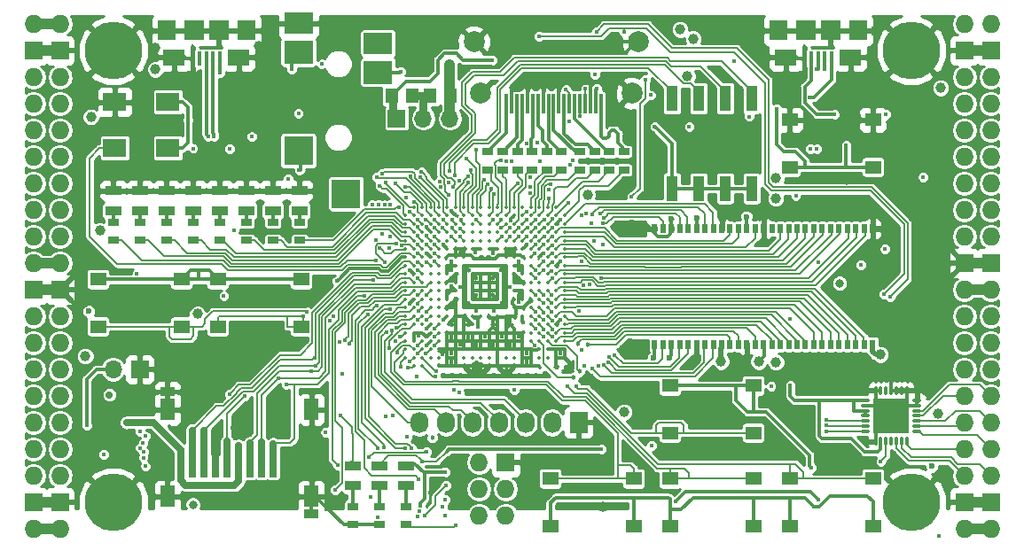
<source format=gtl>
G04 #@! TF.GenerationSoftware,KiCad,Pcbnew,5.0.0-rc3+dfsg1-1*
G04 #@! TF.CreationDate,2018-07-08T01:33:58+02:00*
G04 #@! TF.ProjectId,ulx3s,756C7833732E6B696361645F70636200,rev?*
G04 #@! TF.SameCoordinates,Original*
G04 #@! TF.FileFunction,Copper,L1,Top,Signal*
G04 #@! TF.FilePolarity,Positive*
%FSLAX46Y46*%
G04 Gerber Fmt 4.6, Leading zero omitted, Abs format (unit mm)*
G04 Created by KiCad (PCBNEW 5.0.0-rc3+dfsg1-1) date Sun Jul  8 01:33:58 2018*
%MOMM*%
%LPD*%
G01*
G04 APERTURE LIST*
G04 #@! TA.AperFunction,SMDPad,CuDef*
%ADD10R,0.300000X1.900000*%
G04 #@! TD*
G04 #@! TA.AperFunction,ComponentPad*
%ADD11C,2.000000*%
G04 #@! TD*
G04 #@! TA.AperFunction,SMDPad,CuDef*
%ADD12R,1.120000X2.440000*%
G04 #@! TD*
G04 #@! TA.AperFunction,SMDPad,CuDef*
%ADD13R,0.560000X0.900000*%
G04 #@! TD*
G04 #@! TA.AperFunction,ComponentPad*
%ADD14O,1.727200X1.727200*%
G04 #@! TD*
G04 #@! TA.AperFunction,ComponentPad*
%ADD15R,1.727200X1.727200*%
G04 #@! TD*
G04 #@! TA.AperFunction,ComponentPad*
%ADD16C,5.500000*%
G04 #@! TD*
G04 #@! TA.AperFunction,SMDPad,CuDef*
%ADD17O,0.850000X0.300000*%
G04 #@! TD*
G04 #@! TA.AperFunction,SMDPad,CuDef*
%ADD18O,0.300000X0.850000*%
G04 #@! TD*
G04 #@! TA.AperFunction,SMDPad,CuDef*
%ADD19R,1.675000X1.675000*%
G04 #@! TD*
G04 #@! TA.AperFunction,ComponentPad*
%ADD20R,1.727200X2.032000*%
G04 #@! TD*
G04 #@! TA.AperFunction,ComponentPad*
%ADD21O,1.727200X2.032000*%
G04 #@! TD*
G04 #@! TA.AperFunction,BGAPad,CuDef*
%ADD22C,0.350000*%
G04 #@! TD*
G04 #@! TA.AperFunction,SMDPad,CuDef*
%ADD23R,2.800000X2.000000*%
G04 #@! TD*
G04 #@! TA.AperFunction,SMDPad,CuDef*
%ADD24R,2.800000X2.200000*%
G04 #@! TD*
G04 #@! TA.AperFunction,SMDPad,CuDef*
%ADD25R,2.800000X2.800000*%
G04 #@! TD*
G04 #@! TA.AperFunction,SMDPad,CuDef*
%ADD26R,0.700000X1.500000*%
G04 #@! TD*
G04 #@! TA.AperFunction,SMDPad,CuDef*
%ADD27R,1.450000X0.900000*%
G04 #@! TD*
G04 #@! TA.AperFunction,SMDPad,CuDef*
%ADD28R,1.450000X2.000000*%
G04 #@! TD*
G04 #@! TA.AperFunction,SMDPad,CuDef*
%ADD29R,2.200000X1.800000*%
G04 #@! TD*
G04 #@! TA.AperFunction,SMDPad,CuDef*
%ADD30R,1.000000X0.670000*%
G04 #@! TD*
G04 #@! TA.AperFunction,SMDPad,CuDef*
%ADD31R,1.500000X0.970000*%
G04 #@! TD*
G04 #@! TA.AperFunction,ComponentPad*
%ADD32R,1.700000X1.700000*%
G04 #@! TD*
G04 #@! TA.AperFunction,ComponentPad*
%ADD33O,1.700000X1.700000*%
G04 #@! TD*
G04 #@! TA.AperFunction,SMDPad,CuDef*
%ADD34R,1.295000X1.400000*%
G04 #@! TD*
G04 #@! TA.AperFunction,SMDPad,CuDef*
%ADD35R,1.800000X1.900000*%
G04 #@! TD*
G04 #@! TA.AperFunction,SMDPad,CuDef*
%ADD36R,0.400000X1.350000*%
G04 #@! TD*
G04 #@! TA.AperFunction,SMDPad,CuDef*
%ADD37R,1.900000X1.900000*%
G04 #@! TD*
G04 #@! TA.AperFunction,SMDPad,CuDef*
%ADD38R,2.100000X1.600000*%
G04 #@! TD*
G04 #@! TA.AperFunction,SMDPad,CuDef*
%ADD39R,1.550000X1.300000*%
G04 #@! TD*
G04 #@! TA.AperFunction,ViaPad*
%ADD40C,0.400000*%
G04 #@! TD*
G04 #@! TA.AperFunction,ViaPad*
%ADD41C,2.000000*%
G04 #@! TD*
G04 #@! TA.AperFunction,ViaPad*
%ADD42C,0.454000*%
G04 #@! TD*
G04 #@! TA.AperFunction,ViaPad*
%ADD43C,0.600000*%
G04 #@! TD*
G04 #@! TA.AperFunction,ViaPad*
%ADD44C,1.000000*%
G04 #@! TD*
G04 #@! TA.AperFunction,ViaPad*
%ADD45C,0.800000*%
G04 #@! TD*
G04 #@! TA.AperFunction,ViaPad*
%ADD46C,0.700000*%
G04 #@! TD*
G04 #@! TA.AperFunction,Conductor*
%ADD47C,0.300000*%
G04 #@! TD*
G04 #@! TA.AperFunction,Conductor*
%ADD48C,0.500000*%
G04 #@! TD*
G04 #@! TA.AperFunction,Conductor*
%ADD49C,1.000000*%
G04 #@! TD*
G04 #@! TA.AperFunction,Conductor*
%ADD50C,0.700000*%
G04 #@! TD*
G04 #@! TA.AperFunction,Conductor*
%ADD51C,0.190000*%
G04 #@! TD*
G04 #@! TA.AperFunction,Conductor*
%ADD52C,0.800000*%
G04 #@! TD*
G04 #@! TA.AperFunction,Conductor*
%ADD53C,0.200000*%
G04 #@! TD*
G04 #@! TA.AperFunction,Conductor*
%ADD54C,0.127000*%
G04 #@! TD*
G04 #@! TA.AperFunction,Conductor*
%ADD55C,0.180000*%
G04 #@! TD*
G04 #@! TA.AperFunction,Conductor*
%ADD56C,0.254000*%
G04 #@! TD*
G04 APERTURE END LIST*
D10*
G04 #@! TO.P,GPDI1,19*
G04 #@! TO.N,/gpdi/GPDI_ETH-*
X149546000Y-70312000D03*
G04 #@! TO.P,GPDI1,18*
G04 #@! TO.N,+5V*
X149046000Y-70312000D03*
G04 #@! TO.P,GPDI1,17*
G04 #@! TO.N,GND*
X148546000Y-70312000D03*
G04 #@! TO.P,GPDI1,16*
G04 #@! TO.N,GPDI_SDA*
X148046000Y-70312000D03*
G04 #@! TO.P,GPDI1,15*
G04 #@! TO.N,GPDI_SCL*
X147546000Y-70312000D03*
G04 #@! TO.P,GPDI1,14*
G04 #@! TO.N,/gpdi/GPDI_ETH+*
X147046000Y-70312000D03*
G04 #@! TO.P,GPDI1,13*
G04 #@! TO.N,GPDI_CEC*
X146546000Y-70312000D03*
G04 #@! TO.P,GPDI1,12*
G04 #@! TO.N,/gpdi/GPDI_CLK-*
X146046000Y-70312000D03*
G04 #@! TO.P,GPDI1,11*
G04 #@! TO.N,GND*
X145546000Y-70312000D03*
G04 #@! TO.P,GPDI1,10*
G04 #@! TO.N,/gpdi/GPDI_CLK+*
X145046000Y-70312000D03*
G04 #@! TO.P,GPDI1,9*
G04 #@! TO.N,/gpdi/GPDI_D0-*
X144546000Y-70312000D03*
G04 #@! TO.P,GPDI1,8*
G04 #@! TO.N,GND*
X144046000Y-70312000D03*
G04 #@! TO.P,GPDI1,7*
G04 #@! TO.N,/gpdi/GPDI_D0+*
X143546000Y-70312000D03*
G04 #@! TO.P,GPDI1,6*
G04 #@! TO.N,/gpdi/GPDI_D1-*
X143046000Y-70312000D03*
G04 #@! TO.P,GPDI1,5*
G04 #@! TO.N,GND*
X142546000Y-70312000D03*
G04 #@! TO.P,GPDI1,4*
G04 #@! TO.N,/gpdi/GPDI_D1+*
X142046000Y-70312000D03*
G04 #@! TO.P,GPDI1,3*
G04 #@! TO.N,/gpdi/GPDI_D2-*
X141546000Y-70312000D03*
G04 #@! TO.P,GPDI1,2*
G04 #@! TO.N,GND*
X141046000Y-70312000D03*
G04 #@! TO.P,GPDI1,1*
G04 #@! TO.N,/gpdi/GPDI_D2+*
X140546000Y-70312000D03*
D11*
G04 #@! TO.P,GPDI1,0*
G04 #@! TO.N,GND*
X152546000Y-69312000D03*
X138046000Y-69312000D03*
X153146000Y-64412000D03*
X137446000Y-64412000D03*
G04 #@! TD*
D12*
G04 #@! TO.P,SW1,8*
G04 #@! TO.N,SW1*
X156330000Y-69815000D03*
G04 #@! TO.P,SW1,4*
G04 #@! TO.N,/blinkey/SWPU*
X163950000Y-78425000D03*
G04 #@! TO.P,SW1,7*
G04 #@! TO.N,SW2*
X158870000Y-69815000D03*
G04 #@! TO.P,SW1,3*
G04 #@! TO.N,/blinkey/SWPU*
X161410000Y-78425000D03*
G04 #@! TO.P,SW1,6*
G04 #@! TO.N,SW3*
X161410000Y-69815000D03*
G04 #@! TO.P,SW1,2*
G04 #@! TO.N,/blinkey/SWPU*
X158870000Y-78425000D03*
G04 #@! TO.P,SW1,5*
G04 #@! TO.N,SW4*
X163950000Y-69815000D03*
G04 #@! TO.P,SW1,1*
G04 #@! TO.N,/blinkey/SWPU*
X156330000Y-78425000D03*
G04 #@! TD*
D13*
G04 #@! TO.P,U2,28*
G04 #@! TO.N,GND*
X175493000Y-82270000D03*
G04 #@! TO.P,U2,1*
G04 #@! TO.N,+3V3*
X154693000Y-93330000D03*
G04 #@! TO.P,U2,2*
G04 #@! TO.N,SDRAM_D0*
X155493000Y-93330000D03*
G04 #@! TO.P,U2,3*
G04 #@! TO.N,+3V3*
X156293000Y-93330000D03*
G04 #@! TO.P,U2,4*
G04 #@! TO.N,SDRAM_D1*
X157093000Y-93330000D03*
G04 #@! TO.P,U2,5*
G04 #@! TO.N,SDRAM_D2*
X157893000Y-93330000D03*
G04 #@! TO.P,U2,6*
G04 #@! TO.N,GND*
X158693000Y-93330000D03*
G04 #@! TO.P,U2,7*
G04 #@! TO.N,SDRAM_D3*
X159493000Y-93330000D03*
G04 #@! TO.P,U2,8*
G04 #@! TO.N,SDRAM_D4*
X160293000Y-93330000D03*
G04 #@! TO.P,U2,9*
G04 #@! TO.N,+3V3*
X161093000Y-93330000D03*
G04 #@! TO.P,U2,10*
G04 #@! TO.N,SDRAM_D5*
X161893000Y-93330000D03*
G04 #@! TO.P,U2,11*
G04 #@! TO.N,SDRAM_D6*
X162693000Y-93330000D03*
G04 #@! TO.P,U2,12*
G04 #@! TO.N,GND*
X163493000Y-93330000D03*
G04 #@! TO.P,U2,13*
G04 #@! TO.N,SDRAM_D7*
X164293000Y-93330000D03*
G04 #@! TO.P,U2,14*
G04 #@! TO.N,+3V3*
X165093000Y-93330000D03*
G04 #@! TO.P,U2,15*
G04 #@! TO.N,SDRAM_DQM0*
X165893000Y-93330000D03*
G04 #@! TO.P,U2,16*
G04 #@! TO.N,SDRAM_nWE*
X166693000Y-93330000D03*
G04 #@! TO.P,U2,17*
G04 #@! TO.N,SDRAM_nCAS*
X167493000Y-93330000D03*
G04 #@! TO.P,U2,18*
G04 #@! TO.N,SDRAM_nRAS*
X168293000Y-93330000D03*
G04 #@! TO.P,U2,19*
G04 #@! TO.N,SDRAM_nCS*
X169093000Y-93330000D03*
G04 #@! TO.P,U2,20*
G04 #@! TO.N,SDRAM_BA0*
X169893000Y-93330000D03*
G04 #@! TO.P,U2,21*
G04 #@! TO.N,SDRAM_BA1*
X170693000Y-93330000D03*
G04 #@! TO.P,U2,22*
G04 #@! TO.N,SDRAM_A10*
X171493000Y-93330000D03*
G04 #@! TO.P,U2,23*
G04 #@! TO.N,SDRAM_A0*
X172293000Y-93330000D03*
G04 #@! TO.P,U2,24*
G04 #@! TO.N,SDRAM_A1*
X173093000Y-93330000D03*
G04 #@! TO.P,U2,25*
G04 #@! TO.N,SDRAM_A2*
X173893000Y-93330000D03*
G04 #@! TO.P,U2,26*
G04 #@! TO.N,SDRAM_A3*
X174693000Y-93330000D03*
G04 #@! TO.P,U2,27*
G04 #@! TO.N,+3V3*
X175493000Y-93330000D03*
G04 #@! TO.P,U2,29*
G04 #@! TO.N,SDRAM_A4*
X174693000Y-82270000D03*
G04 #@! TO.P,U2,30*
G04 #@! TO.N,SDRAM_A5*
X173893000Y-82270000D03*
G04 #@! TO.P,U2,31*
G04 #@! TO.N,SDRAM_A6*
X173093000Y-82270000D03*
G04 #@! TO.P,U2,32*
G04 #@! TO.N,SDRAM_A7*
X172293000Y-82270000D03*
G04 #@! TO.P,U2,33*
G04 #@! TO.N,SDRAM_A8*
X171493000Y-82270000D03*
G04 #@! TO.P,U2,34*
G04 #@! TO.N,SDRAM_A9*
X170693000Y-82270000D03*
G04 #@! TO.P,U2,35*
G04 #@! TO.N,SDRAM_A11*
X169893000Y-82270000D03*
G04 #@! TO.P,U2,36*
G04 #@! TO.N,SDRAM_A12*
X169093000Y-82270000D03*
G04 #@! TO.P,U2,37*
G04 #@! TO.N,SDRAM_CKE*
X168293000Y-82270000D03*
G04 #@! TO.P,U2,38*
G04 #@! TO.N,SDRAM_CLK*
X167493000Y-82270000D03*
G04 #@! TO.P,U2,39*
G04 #@! TO.N,SDRAM_DQM1*
X166693000Y-82270000D03*
G04 #@! TO.P,U2,40*
G04 #@! TO.N,N/C*
X165893000Y-82270000D03*
G04 #@! TO.P,U2,41*
G04 #@! TO.N,GND*
X165093000Y-82270000D03*
G04 #@! TO.P,U2,42*
G04 #@! TO.N,SDRAM_D8*
X164293000Y-82270000D03*
G04 #@! TO.P,U2,43*
G04 #@! TO.N,+3V3*
X163493000Y-82270000D03*
G04 #@! TO.P,U2,44*
G04 #@! TO.N,SDRAM_D9*
X162693000Y-82270000D03*
G04 #@! TO.P,U2,45*
G04 #@! TO.N,SDRAM_D10*
X161893000Y-82270000D03*
G04 #@! TO.P,U2,46*
G04 #@! TO.N,GND*
X161093000Y-82270000D03*
G04 #@! TO.P,U2,47*
G04 #@! TO.N,SDRAM_D11*
X160293000Y-82270000D03*
G04 #@! TO.P,U2,48*
G04 #@! TO.N,SDRAM_D12*
X159493000Y-82270000D03*
G04 #@! TO.P,U2,49*
G04 #@! TO.N,+3V3*
X158693000Y-82270000D03*
G04 #@! TO.P,U2,50*
G04 #@! TO.N,SDRAM_D13*
X157893000Y-82270000D03*
G04 #@! TO.P,U2,51*
G04 #@! TO.N,SDRAM_D14*
X157093000Y-82270000D03*
G04 #@! TO.P,U2,52*
G04 #@! TO.N,GND*
X156293000Y-82270000D03*
G04 #@! TO.P,U2,53*
G04 #@! TO.N,SDRAM_D15*
X155493000Y-82270000D03*
G04 #@! TO.P,U2,54*
G04 #@! TO.N,GND*
X154693000Y-82270000D03*
G04 #@! TD*
D14*
G04 #@! TO.P,J1,1*
G04 #@! TO.N,2V5_3V3*
X97910000Y-62690000D03*
G04 #@! TO.P,J1,2*
X95370000Y-62690000D03*
D15*
G04 #@! TO.P,J1,3*
G04 #@! TO.N,GND*
X97910000Y-65230000D03*
G04 #@! TO.P,J1,4*
X95370000Y-65230000D03*
D14*
G04 #@! TO.P,J1,5*
G04 #@! TO.N,GN0*
X97910000Y-67770000D03*
G04 #@! TO.P,J1,6*
G04 #@! TO.N,GP0*
X95370000Y-67770000D03*
G04 #@! TO.P,J1,7*
G04 #@! TO.N,GN1*
X97910000Y-70310000D03*
G04 #@! TO.P,J1,8*
G04 #@! TO.N,GP1*
X95370000Y-70310000D03*
G04 #@! TO.P,J1,9*
G04 #@! TO.N,GN2*
X97910000Y-72850000D03*
G04 #@! TO.P,J1,10*
G04 #@! TO.N,GP2*
X95370000Y-72850000D03*
G04 #@! TO.P,J1,11*
G04 #@! TO.N,GN3*
X97910000Y-75390000D03*
G04 #@! TO.P,J1,12*
G04 #@! TO.N,GP3*
X95370000Y-75390000D03*
G04 #@! TO.P,J1,13*
G04 #@! TO.N,GN4*
X97910000Y-77930000D03*
G04 #@! TO.P,J1,14*
G04 #@! TO.N,GP4*
X95370000Y-77930000D03*
G04 #@! TO.P,J1,15*
G04 #@! TO.N,GN5*
X97910000Y-80470000D03*
G04 #@! TO.P,J1,16*
G04 #@! TO.N,GP5*
X95370000Y-80470000D03*
G04 #@! TO.P,J1,17*
G04 #@! TO.N,GN6*
X97910000Y-83010000D03*
G04 #@! TO.P,J1,18*
G04 #@! TO.N,GP6*
X95370000Y-83010000D03*
G04 #@! TO.P,J1,19*
G04 #@! TO.N,2V5_3V3*
X97910000Y-85550000D03*
G04 #@! TO.P,J1,20*
X95370000Y-85550000D03*
D15*
G04 #@! TO.P,J1,21*
G04 #@! TO.N,GND*
X97910000Y-88090000D03*
G04 #@! TO.P,J1,22*
X95370000Y-88090000D03*
D14*
G04 #@! TO.P,J1,23*
G04 #@! TO.N,GN7*
X97910000Y-90630000D03*
G04 #@! TO.P,J1,24*
G04 #@! TO.N,GP7*
X95370000Y-90630000D03*
G04 #@! TO.P,J1,25*
G04 #@! TO.N,GN8*
X97910000Y-93170000D03*
G04 #@! TO.P,J1,26*
G04 #@! TO.N,GP8*
X95370000Y-93170000D03*
G04 #@! TO.P,J1,27*
G04 #@! TO.N,GN9*
X97910000Y-95710000D03*
G04 #@! TO.P,J1,28*
G04 #@! TO.N,GP9*
X95370000Y-95710000D03*
G04 #@! TO.P,J1,29*
G04 #@! TO.N,GN10*
X97910000Y-98250000D03*
G04 #@! TO.P,J1,30*
G04 #@! TO.N,GP10*
X95370000Y-98250000D03*
G04 #@! TO.P,J1,31*
G04 #@! TO.N,GN11*
X97910000Y-100790000D03*
G04 #@! TO.P,J1,32*
G04 #@! TO.N,GP11*
X95370000Y-100790000D03*
G04 #@! TO.P,J1,33*
G04 #@! TO.N,GN12*
X97910000Y-103330000D03*
G04 #@! TO.P,J1,34*
G04 #@! TO.N,GP12*
X95370000Y-103330000D03*
G04 #@! TO.P,J1,35*
G04 #@! TO.N,GN13*
X97910000Y-105870000D03*
G04 #@! TO.P,J1,36*
G04 #@! TO.N,GP13*
X95370000Y-105870000D03*
D15*
G04 #@! TO.P,J1,37*
G04 #@! TO.N,GND*
X97910000Y-108410000D03*
G04 #@! TO.P,J1,38*
X95370000Y-108410000D03*
D14*
G04 #@! TO.P,J1,39*
G04 #@! TO.N,2V5_3V3*
X97910000Y-110950000D03*
G04 #@! TO.P,J1,40*
X95370000Y-110950000D03*
G04 #@! TD*
G04 #@! TO.P,J2,1*
G04 #@! TO.N,+3V3*
X184270000Y-110950000D03*
G04 #@! TO.P,J2,2*
X186810000Y-110950000D03*
D15*
G04 #@! TO.P,J2,3*
G04 #@! TO.N,GND*
X184270000Y-108410000D03*
G04 #@! TO.P,J2,4*
X186810000Y-108410000D03*
D14*
G04 #@! TO.P,J2,5*
G04 #@! TO.N,GN14*
X184270000Y-105870000D03*
G04 #@! TO.P,J2,6*
G04 #@! TO.N,GP14*
X186810000Y-105870000D03*
G04 #@! TO.P,J2,7*
G04 #@! TO.N,GN15*
X184270000Y-103330000D03*
G04 #@! TO.P,J2,8*
G04 #@! TO.N,GP15*
X186810000Y-103330000D03*
G04 #@! TO.P,J2,9*
G04 #@! TO.N,GN16*
X184270000Y-100790000D03*
G04 #@! TO.P,J2,10*
G04 #@! TO.N,GP16*
X186810000Y-100790000D03*
G04 #@! TO.P,J2,11*
G04 #@! TO.N,GN17*
X184270000Y-98250000D03*
G04 #@! TO.P,J2,12*
G04 #@! TO.N,GP17*
X186810000Y-98250000D03*
G04 #@! TO.P,J2,13*
G04 #@! TO.N,GN18*
X184270000Y-95710000D03*
G04 #@! TO.P,J2,14*
G04 #@! TO.N,GP18*
X186810000Y-95710000D03*
G04 #@! TO.P,J2,15*
G04 #@! TO.N,GN19*
X184270000Y-93170000D03*
G04 #@! TO.P,J2,16*
G04 #@! TO.N,GP19*
X186810000Y-93170000D03*
G04 #@! TO.P,J2,17*
G04 #@! TO.N,GN20*
X184270000Y-90630000D03*
G04 #@! TO.P,J2,18*
G04 #@! TO.N,GP20*
X186810000Y-90630000D03*
G04 #@! TO.P,J2,19*
G04 #@! TO.N,+3V3*
X184270000Y-88090000D03*
G04 #@! TO.P,J2,20*
X186810000Y-88090000D03*
D15*
G04 #@! TO.P,J2,21*
G04 #@! TO.N,GND*
X184270000Y-85550000D03*
G04 #@! TO.P,J2,22*
X186810000Y-85550000D03*
D14*
G04 #@! TO.P,J2,23*
G04 #@! TO.N,GN21*
X184270000Y-83010000D03*
G04 #@! TO.P,J2,24*
G04 #@! TO.N,GP21*
X186810000Y-83010000D03*
G04 #@! TO.P,J2,25*
G04 #@! TO.N,GN22*
X184270000Y-80470000D03*
G04 #@! TO.P,J2,26*
G04 #@! TO.N,GP22*
X186810000Y-80470000D03*
G04 #@! TO.P,J2,27*
G04 #@! TO.N,GN23*
X184270000Y-77930000D03*
G04 #@! TO.P,J2,28*
G04 #@! TO.N,GP23*
X186810000Y-77930000D03*
G04 #@! TO.P,J2,29*
G04 #@! TO.N,GN24*
X184270000Y-75390000D03*
G04 #@! TO.P,J2,30*
G04 #@! TO.N,GP24*
X186810000Y-75390000D03*
G04 #@! TO.P,J2,31*
G04 #@! TO.N,GN25*
X184270000Y-72850000D03*
G04 #@! TO.P,J2,32*
G04 #@! TO.N,GP25*
X186810000Y-72850000D03*
G04 #@! TO.P,J2,33*
G04 #@! TO.N,GN26*
X184270000Y-70310000D03*
G04 #@! TO.P,J2,34*
G04 #@! TO.N,GP26*
X186810000Y-70310000D03*
G04 #@! TO.P,J2,35*
G04 #@! TO.N,GN27*
X184270000Y-67770000D03*
G04 #@! TO.P,J2,36*
G04 #@! TO.N,GP27*
X186810000Y-67770000D03*
D15*
G04 #@! TO.P,J2,37*
G04 #@! TO.N,GND*
X184270000Y-65230000D03*
G04 #@! TO.P,J2,38*
X186810000Y-65230000D03*
D14*
G04 #@! TO.P,J2,39*
G04 #@! TO.N,/gpio/IN5V*
X184270000Y-62690000D03*
G04 #@! TO.P,J2,40*
G04 #@! TO.N,/gpio/OUT5V*
X186810000Y-62690000D03*
G04 #@! TD*
D16*
G04 #@! TO.P,H1,1*
G04 #@! TO.N,GND*
X102990000Y-108410000D03*
G04 #@! TD*
G04 #@! TO.P,H2,1*
G04 #@! TO.N,GND*
X179190000Y-108410000D03*
G04 #@! TD*
G04 #@! TO.P,H3,1*
G04 #@! TO.N,GND*
X179190000Y-65230000D03*
G04 #@! TD*
G04 #@! TO.P,H4,1*
G04 #@! TO.N,GND*
X102990000Y-65230000D03*
G04 #@! TD*
D15*
G04 #@! TO.P,J4,1*
G04 #@! TO.N,GND*
X140455000Y-104600000D03*
D14*
G04 #@! TO.P,J4,2*
G04 #@! TO.N,+3V3*
X137915000Y-104600000D03*
G04 #@! TO.P,J4,3*
G04 #@! TO.N,JTAG_TDI*
X140455000Y-107140000D03*
G04 #@! TO.P,J4,4*
G04 #@! TO.N,JTAG_TCK*
X137915000Y-107140000D03*
G04 #@! TO.P,J4,5*
G04 #@! TO.N,JTAG_TMS*
X140455000Y-109680000D03*
G04 #@! TO.P,J4,6*
G04 #@! TO.N,JTAG_TDO*
X137915000Y-109680000D03*
G04 #@! TD*
D17*
G04 #@! TO.P,U8,1*
G04 #@! TO.N,GP15*
X179735000Y-101655000D03*
G04 #@! TO.P,U8,2*
G04 #@! TO.N,GN16*
X179735000Y-101155000D03*
G04 #@! TO.P,U8,3*
G04 #@! TO.N,GP16*
X179735000Y-100655000D03*
G04 #@! TO.P,U8,4*
G04 #@! TO.N,GN17*
X179735000Y-100155000D03*
G04 #@! TO.P,U8,5*
G04 #@! TO.N,GP17*
X179735000Y-99655000D03*
G04 #@! TO.P,U8,6*
G04 #@! TO.N,GND*
X179735000Y-99155000D03*
G04 #@! TO.P,U8,7*
X179735000Y-98655000D03*
D18*
G04 #@! TO.P,U8,8*
X178785000Y-97705000D03*
G04 #@! TO.P,U8,9*
X178285000Y-97705000D03*
G04 #@! TO.P,U8,10*
X177785000Y-97705000D03*
G04 #@! TO.P,U8,11*
X177285000Y-97705000D03*
G04 #@! TO.P,U8,12*
G04 #@! TO.N,Net-(U8-Pad12)*
X176785000Y-97705000D03*
G04 #@! TO.P,U8,13*
G04 #@! TO.N,GND*
X176285000Y-97705000D03*
G04 #@! TO.P,U8,14*
X175785000Y-97705000D03*
D17*
G04 #@! TO.P,U8,15*
G04 #@! TO.N,/analog/ADC3V3*
X174835000Y-98655000D03*
G04 #@! TO.P,U8,16*
G04 #@! TO.N,GND*
X174835000Y-99155000D03*
G04 #@! TO.P,U8,17*
G04 #@! TO.N,/analog/ADC3V3*
X174835000Y-99655000D03*
G04 #@! TO.P,U8,18*
X174835000Y-100155000D03*
G04 #@! TO.P,U8,19*
G04 #@! TO.N,ADC_SCLK*
X174835000Y-100655000D03*
G04 #@! TO.P,U8,20*
G04 #@! TO.N,ADC_CSn*
X174835000Y-101155000D03*
G04 #@! TO.P,U8,21*
G04 #@! TO.N,ADC_MOSI*
X174835000Y-101655000D03*
D18*
G04 #@! TO.P,U8,22*
G04 #@! TO.N,GND*
X175785000Y-102605000D03*
G04 #@! TO.P,U8,23*
G04 #@! TO.N,/analog/ADC3V3*
X176285000Y-102605000D03*
G04 #@! TO.P,U8,24*
G04 #@! TO.N,ADC_MISO*
X176785000Y-102605000D03*
G04 #@! TO.P,U8,25*
G04 #@! TO.N,Net-(U8-Pad25)*
X177285000Y-102605000D03*
G04 #@! TO.P,U8,26*
G04 #@! TO.N,GN14*
X177785000Y-102605000D03*
G04 #@! TO.P,U8,27*
G04 #@! TO.N,GP14*
X178285000Y-102605000D03*
G04 #@! TO.P,U8,28*
G04 #@! TO.N,GN15*
X178785000Y-102605000D03*
D19*
G04 #@! TO.P,U8,29*
G04 #@! TO.N,GND*
X176447500Y-99317500D03*
X176447500Y-100992500D03*
X178122500Y-99317500D03*
X178122500Y-100992500D03*
G04 #@! TD*
D20*
G04 #@! TO.P,OLED1,1*
G04 #@! TO.N,GND*
X147440000Y-100790000D03*
D21*
G04 #@! TO.P,OLED1,2*
G04 #@! TO.N,+3V3*
X144900000Y-100790000D03*
G04 #@! TO.P,OLED1,3*
G04 #@! TO.N,OLED_CLK*
X142360000Y-100790000D03*
G04 #@! TO.P,OLED1,4*
G04 #@! TO.N,OLED_MOSI*
X139820000Y-100790000D03*
G04 #@! TO.P,OLED1,5*
G04 #@! TO.N,OLED_RES*
X137280000Y-100790000D03*
G04 #@! TO.P,OLED1,6*
G04 #@! TO.N,OLED_DC*
X134740000Y-100790000D03*
G04 #@! TO.P,OLED1,7*
G04 #@! TO.N,OLED_CS*
X132200000Y-100790000D03*
G04 #@! TD*
D22*
G04 #@! TO.P,U1,A2*
G04 #@! TO.N,GP9*
X131680000Y-80200000D03*
G04 #@! TO.P,U1,A3*
G04 #@! TO.N,AUDIO_R0*
X132480000Y-80200000D03*
G04 #@! TO.P,U1,A4*
G04 #@! TO.N,GP8*
X133280000Y-80200000D03*
G04 #@! TO.P,U1,A5*
G04 #@! TO.N,GN8*
X134080000Y-80200000D03*
G04 #@! TO.P,U1,A6*
G04 #@! TO.N,GP7*
X134880000Y-80200000D03*
G04 #@! TO.P,U1,A7*
G04 #@! TO.N,GP4*
X135680000Y-80200000D03*
G04 #@! TO.P,U1,A8*
G04 #@! TO.N,GN4*
X136480000Y-80200000D03*
G04 #@! TO.P,U1,A9*
G04 #@! TO.N,GP2*
X137280000Y-80200000D03*
G04 #@! TO.P,U1,A10*
G04 #@! TO.N,GP1*
X138080000Y-80200000D03*
G04 #@! TO.P,U1,A11*
G04 #@! TO.N,GN1*
X138880000Y-80200000D03*
G04 #@! TO.P,U1,A12*
G04 #@! TO.N,FPDI_D2+*
X139680000Y-80200000D03*
G04 #@! TO.P,U1,A13*
G04 #@! TO.N,FPDI_D2-*
X140480000Y-80200000D03*
G04 #@! TO.P,U1,A14*
G04 #@! TO.N,FPDI_D1+*
X141280000Y-80200000D03*
G04 #@! TO.P,U1,A15*
G04 #@! TO.N,Net-(U1-PadA15)*
X142080000Y-80200000D03*
G04 #@! TO.P,U1,A16*
G04 #@! TO.N,FPDI_D0+*
X142880000Y-80200000D03*
G04 #@! TO.P,U1,A17*
G04 #@! TO.N,FPDI_CLK+*
X143680000Y-80200000D03*
G04 #@! TO.P,U1,A18*
G04 #@! TO.N,/gpdi/FPDI_CEC*
X144480000Y-80200000D03*
G04 #@! TO.P,U1,A19*
G04 #@! TO.N,FPDI_ETH+*
X145280000Y-80200000D03*
G04 #@! TO.P,U1,B1*
G04 #@! TO.N,GN9*
X130880000Y-81000000D03*
G04 #@! TO.P,U1,B2*
G04 #@! TO.N,LED0*
X131680000Y-81000000D03*
G04 #@! TO.P,U1,B3*
G04 #@! TO.N,AUDIO_L3*
X132480000Y-81000000D03*
G04 #@! TO.P,U1,B4*
G04 #@! TO.N,GN10*
X133280000Y-81000000D03*
G04 #@! TO.P,U1,B5*
G04 #@! TO.N,AUDIO_R1*
X134080000Y-81000000D03*
G04 #@! TO.P,U1,B6*
G04 #@! TO.N,GN7*
X134880000Y-81000000D03*
G04 #@! TO.P,U1,B7*
G04 #@! TO.N,GND*
X135680000Y-81000000D03*
G04 #@! TO.P,U1,B8*
G04 #@! TO.N,GN5*
X136480000Y-81000000D03*
G04 #@! TO.P,U1,B9*
G04 #@! TO.N,GP3*
X137280000Y-81000000D03*
G04 #@! TO.P,U1,B10*
G04 #@! TO.N,GN2*
X138080000Y-81000000D03*
G04 #@! TO.P,U1,B11*
G04 #@! TO.N,GP0*
X138880000Y-81000000D03*
G04 #@! TO.P,U1,B12*
G04 #@! TO.N,USB_FPGA_PULL_D+*
X139680000Y-81000000D03*
G04 #@! TO.P,U1,B13*
G04 #@! TO.N,GP26*
X140480000Y-81000000D03*
G04 #@! TO.P,U1,B14*
G04 #@! TO.N,GND*
X141280000Y-81000000D03*
G04 #@! TO.P,U1,B15*
G04 #@! TO.N,GP22*
X142080000Y-81000000D03*
G04 #@! TO.P,U1,B16*
G04 #@! TO.N,FPDI_D0-*
X142880000Y-81000000D03*
G04 #@! TO.P,U1,B17*
G04 #@! TO.N,GP23*
X143680000Y-81000000D03*
G04 #@! TO.P,U1,B18*
G04 #@! TO.N,FPDI_CLK-*
X144480000Y-81000000D03*
G04 #@! TO.P,U1,B19*
G04 #@! TO.N,FPDI_SDA*
X145280000Y-81000000D03*
G04 #@! TO.P,U1,B20*
G04 #@! TO.N,FPDI_ETH-*
X146080000Y-81000000D03*
G04 #@! TO.P,U1,C1*
G04 #@! TO.N,LED2*
X130880000Y-81800000D03*
G04 #@! TO.P,U1,C2*
G04 #@! TO.N,LED1*
X131680000Y-81800000D03*
G04 #@! TO.P,U1,C3*
G04 #@! TO.N,AUDIO_L2*
X132480000Y-81800000D03*
G04 #@! TO.P,U1,C4*
G04 #@! TO.N,GP10*
X133280000Y-81800000D03*
G04 #@! TO.P,U1,C5*
G04 #@! TO.N,AUDIO_R3*
X134080000Y-81800000D03*
G04 #@! TO.P,U1,C6*
G04 #@! TO.N,GP6*
X134880000Y-81800000D03*
G04 #@! TO.P,U1,C7*
G04 #@! TO.N,GN6*
X135680000Y-81800000D03*
G04 #@! TO.P,U1,C8*
G04 #@! TO.N,GP5*
X136480000Y-81800000D03*
G04 #@! TO.P,U1,C9*
G04 #@! TO.N,Net-(U1-PadC9)*
X137280000Y-81800000D03*
G04 #@! TO.P,U1,C10*
G04 #@! TO.N,GN3*
X138080000Y-81800000D03*
G04 #@! TO.P,U1,C11*
G04 #@! TO.N,GN0*
X138880000Y-81800000D03*
G04 #@! TO.P,U1,C12*
G04 #@! TO.N,USB_FPGA_PULL_D-*
X139680000Y-81800000D03*
G04 #@! TO.P,U1,C13*
G04 #@! TO.N,GN26*
X140480000Y-81800000D03*
G04 #@! TO.P,U1,C14*
G04 #@! TO.N,FPDI_D1-*
X141280000Y-81800000D03*
G04 #@! TO.P,U1,C15*
G04 #@! TO.N,GN22*
X142080000Y-81800000D03*
G04 #@! TO.P,U1,C16*
G04 #@! TO.N,GP24*
X142880000Y-81800000D03*
G04 #@! TO.P,U1,C17*
G04 #@! TO.N,GN23*
X143680000Y-81800000D03*
G04 #@! TO.P,U1,C18*
G04 #@! TO.N,GP21*
X144480000Y-81800000D03*
G04 #@! TO.P,U1,C19*
G04 #@! TO.N,GND*
X145280000Y-81800000D03*
G04 #@! TO.P,U1,C20*
G04 #@! TO.N,SDRAM_D11*
X146080000Y-81800000D03*
G04 #@! TO.P,U1,D1*
G04 #@! TO.N,LED4*
X130880000Y-82600000D03*
G04 #@! TO.P,U1,D2*
G04 #@! TO.N,LED3*
X131680000Y-82600000D03*
G04 #@! TO.P,U1,D3*
G04 #@! TO.N,AUDIO_L1*
X132480000Y-82600000D03*
G04 #@! TO.P,U1,D4*
G04 #@! TO.N,GND*
X133280000Y-82600000D03*
G04 #@! TO.P,U1,D5*
G04 #@! TO.N,AUDIO_R2*
X134080000Y-82600000D03*
G04 #@! TO.P,U1,D6*
G04 #@! TO.N,BTN_PWRn*
X134880000Y-82600000D03*
G04 #@! TO.P,U1,D7*
G04 #@! TO.N,SW3*
X135680000Y-82600000D03*
G04 #@! TO.P,U1,D8*
G04 #@! TO.N,SW2*
X136480000Y-82600000D03*
G04 #@! TO.P,U1,D9*
G04 #@! TO.N,Net-(U1-PadD9)*
X137280000Y-82600000D03*
G04 #@! TO.P,U1,D10*
G04 #@! TO.N,Net-(U1-PadD10)*
X138080000Y-82600000D03*
G04 #@! TO.P,U1,D11*
G04 #@! TO.N,Net-(U1-PadD11)*
X138880000Y-82600000D03*
G04 #@! TO.P,U1,D12*
G04 #@! TO.N,Net-(U1-PadD12)*
X139680000Y-82600000D03*
G04 #@! TO.P,U1,D13*
G04 #@! TO.N,GP27*
X140480000Y-82600000D03*
G04 #@! TO.P,U1,D14*
G04 #@! TO.N,GP25*
X141280000Y-82600000D03*
G04 #@! TO.P,U1,D15*
G04 #@! TO.N,USB_FPGA_D+*
X142080000Y-82600000D03*
G04 #@! TO.P,U1,D16*
G04 #@! TO.N,GN24*
X142880000Y-82600000D03*
G04 #@! TO.P,U1,D17*
G04 #@! TO.N,GN21*
X143680000Y-82600000D03*
G04 #@! TO.P,U1,D18*
G04 #@! TO.N,GP20*
X144480000Y-82600000D03*
G04 #@! TO.P,U1,D19*
G04 #@! TO.N,SDRAM_D10*
X145280000Y-82600000D03*
G04 #@! TO.P,U1,D20*
G04 #@! TO.N,SDRAM_D9*
X146080000Y-82600000D03*
G04 #@! TO.P,U1,E1*
G04 #@! TO.N,LED6*
X130880000Y-83400000D03*
G04 #@! TO.P,U1,E2*
G04 #@! TO.N,LED5*
X131680000Y-83400000D03*
G04 #@! TO.P,U1,E3*
G04 #@! TO.N,GN11*
X132480000Y-83400000D03*
G04 #@! TO.P,U1,E4*
G04 #@! TO.N,AUDIO_L0*
X133280000Y-83400000D03*
G04 #@! TO.P,U1,E5*
G04 #@! TO.N,AUDIO_V3*
X134080000Y-83400000D03*
G04 #@! TO.P,U1,E6*
G04 #@! TO.N,Net-(U1-PadE6)*
X134880000Y-83400000D03*
G04 #@! TO.P,U1,E7*
G04 #@! TO.N,SW4*
X135680000Y-83400000D03*
G04 #@! TO.P,U1,E8*
G04 #@! TO.N,SW1*
X136480000Y-83400000D03*
G04 #@! TO.P,U1,E9*
G04 #@! TO.N,Net-(U1-PadE9)*
X137280000Y-83400000D03*
G04 #@! TO.P,U1,E10*
G04 #@! TO.N,Net-(U1-PadE10)*
X138080000Y-83400000D03*
G04 #@! TO.P,U1,E11*
G04 #@! TO.N,Net-(U1-PadE11)*
X138880000Y-83400000D03*
G04 #@! TO.P,U1,E12*
G04 #@! TO.N,FPDI_SCL*
X139680000Y-83400000D03*
G04 #@! TO.P,U1,E13*
G04 #@! TO.N,GN27*
X140480000Y-83400000D03*
G04 #@! TO.P,U1,E14*
G04 #@! TO.N,GN25*
X141280000Y-83400000D03*
G04 #@! TO.P,U1,E15*
G04 #@! TO.N,USB_FPGA_D-*
X142080000Y-83400000D03*
G04 #@! TO.P,U1,E16*
G04 #@! TO.N,USB_FPGA_D+*
X142880000Y-83400000D03*
G04 #@! TO.P,U1,E17*
G04 #@! TO.N,GN20*
X143680000Y-83400000D03*
G04 #@! TO.P,U1,E18*
G04 #@! TO.N,SDRAM_D12*
X144480000Y-83400000D03*
G04 #@! TO.P,U1,E19*
G04 #@! TO.N,SDRAM_D8*
X145280000Y-83400000D03*
G04 #@! TO.P,U1,E20*
G04 #@! TO.N,SDRAM_DQM1*
X146080000Y-83400000D03*
G04 #@! TO.P,U1,F1*
G04 #@! TO.N,WIFI_EN*
X130880000Y-84200000D03*
G04 #@! TO.P,U1,F2*
G04 #@! TO.N,AUDIO_V1*
X131680000Y-84200000D03*
G04 #@! TO.P,U1,F3*
G04 #@! TO.N,GN12*
X132480000Y-84200000D03*
G04 #@! TO.P,U1,F4*
G04 #@! TO.N,GP11*
X133280000Y-84200000D03*
G04 #@! TO.P,U1,F5*
G04 #@! TO.N,AUDIO_V2*
X134080000Y-84200000D03*
G04 #@! TO.P,U1,F6*
G04 #@! TO.N,+2V5*
X134880000Y-84200000D03*
G04 #@! TO.P,U1,F7*
G04 #@! TO.N,GND*
X135680000Y-84200000D03*
G04 #@! TO.P,U1,F8*
X136480000Y-84200000D03*
G04 #@! TO.P,U1,F9*
G04 #@! TO.N,2V5_3V3*
X137280000Y-84200000D03*
G04 #@! TO.P,U1,F10*
X138080000Y-84200000D03*
G04 #@! TO.P,U1,F11*
G04 #@! TO.N,+3V3*
X138880000Y-84200000D03*
G04 #@! TO.P,U1,F12*
X139680000Y-84200000D03*
G04 #@! TO.P,U1,F13*
G04 #@! TO.N,GND*
X140480000Y-84200000D03*
G04 #@! TO.P,U1,F14*
X141280000Y-84200000D03*
G04 #@! TO.P,U1,F15*
G04 #@! TO.N,+2V5*
X142080000Y-84200000D03*
G04 #@! TO.P,U1,F16*
G04 #@! TO.N,USB_FPGA_D-*
X142880000Y-84200000D03*
G04 #@! TO.P,U1,F17*
G04 #@! TO.N,GP19*
X143680000Y-84200000D03*
G04 #@! TO.P,U1,F18*
G04 #@! TO.N,SDRAM_D13*
X144480000Y-84200000D03*
G04 #@! TO.P,U1,F19*
G04 #@! TO.N,SDRAM_CLK*
X145280000Y-84200000D03*
G04 #@! TO.P,U1,F20*
G04 #@! TO.N,SDRAM_CKE*
X146080000Y-84200000D03*
G04 #@! TO.P,U1,G1*
G04 #@! TO.N,/usb/ANT_433MHz*
X130880000Y-85000000D03*
G04 #@! TO.P,U1,G2*
G04 #@! TO.N,CLK_25MHz*
X131680000Y-85000000D03*
G04 #@! TO.P,U1,G3*
G04 #@! TO.N,GP12*
X132480000Y-85000000D03*
G04 #@! TO.P,U1,G4*
G04 #@! TO.N,GND*
X133280000Y-85000000D03*
G04 #@! TO.P,U1,G5*
G04 #@! TO.N,GN13*
X134080000Y-85000000D03*
G04 #@! TO.P,U1,G6*
G04 #@! TO.N,GND*
X134880000Y-85000000D03*
G04 #@! TO.P,U1,G7*
X135680000Y-85000000D03*
G04 #@! TO.P,U1,G8*
X136480000Y-85000000D03*
G04 #@! TO.P,U1,G9*
X137280000Y-85000000D03*
G04 #@! TO.P,U1,G10*
X138080000Y-85000000D03*
G04 #@! TO.P,U1,G11*
X138880000Y-85000000D03*
G04 #@! TO.P,U1,G12*
X139680000Y-85000000D03*
G04 #@! TO.P,U1,G13*
X140480000Y-85000000D03*
G04 #@! TO.P,U1,G14*
X141280000Y-85000000D03*
G04 #@! TO.P,U1,G15*
X142080000Y-85000000D03*
G04 #@! TO.P,U1,G16*
G04 #@! TO.N,SHUTDOWN*
X142880000Y-85000000D03*
G04 #@! TO.P,U1,G17*
G04 #@! TO.N,GND*
X143680000Y-85000000D03*
G04 #@! TO.P,U1,G18*
G04 #@! TO.N,GN19*
X144480000Y-85000000D03*
G04 #@! TO.P,U1,G19*
G04 #@! TO.N,SDRAM_A12*
X145280000Y-85000000D03*
G04 #@! TO.P,U1,G20*
G04 #@! TO.N,SDRAM_A11*
X146080000Y-85000000D03*
G04 #@! TO.P,U1,H1*
G04 #@! TO.N,SD_D1*
X130880000Y-85800000D03*
G04 #@! TO.P,U1,H2*
G04 #@! TO.N,SD_CLK*
X131680000Y-85800000D03*
G04 #@! TO.P,U1,H3*
G04 #@! TO.N,LED7*
X132480000Y-85800000D03*
G04 #@! TO.P,U1,H4*
G04 #@! TO.N,GP13*
X133280000Y-85800000D03*
G04 #@! TO.P,U1,H5*
G04 #@! TO.N,AUDIO_V0*
X134080000Y-85800000D03*
G04 #@! TO.P,U1,H6*
G04 #@! TO.N,2V5_3V3*
X134880000Y-85800000D03*
G04 #@! TO.P,U1,H7*
X135680000Y-85800000D03*
G04 #@! TO.P,U1,H8*
G04 #@! TO.N,+1V1*
X136480000Y-85800000D03*
G04 #@! TO.P,U1,H9*
X137280000Y-85800000D03*
G04 #@! TO.P,U1,H10*
X138080000Y-85800000D03*
G04 #@! TO.P,U1,H11*
X138880000Y-85800000D03*
G04 #@! TO.P,U1,H12*
X139680000Y-85800000D03*
G04 #@! TO.P,U1,H13*
X140480000Y-85800000D03*
G04 #@! TO.P,U1,H14*
G04 #@! TO.N,+3V3*
X141280000Y-85800000D03*
G04 #@! TO.P,U1,H15*
X142080000Y-85800000D03*
G04 #@! TO.P,U1,H16*
G04 #@! TO.N,BTN_R*
X142880000Y-85800000D03*
G04 #@! TO.P,U1,H17*
G04 #@! TO.N,GN18*
X143680000Y-85800000D03*
G04 #@! TO.P,U1,H18*
G04 #@! TO.N,GP18*
X144480000Y-85800000D03*
G04 #@! TO.P,U1,H19*
G04 #@! TO.N,GND*
X145280000Y-85800000D03*
G04 #@! TO.P,U1,H20*
G04 #@! TO.N,SDRAM_A9*
X146080000Y-85800000D03*
G04 #@! TO.P,U1,J1*
G04 #@! TO.N,SD_CMD*
X130880000Y-86600000D03*
G04 #@! TO.P,U1,J2*
G04 #@! TO.N,GND*
X131680000Y-86600000D03*
G04 #@! TO.P,U1,J3*
G04 #@! TO.N,SD_D0*
X132480000Y-86600000D03*
G04 #@! TO.P,U1,J4*
G04 #@! TO.N,Net-(U1-PadJ4)*
X133280000Y-86600000D03*
G04 #@! TO.P,U1,J5*
G04 #@! TO.N,Net-(U1-PadJ5)*
X134080000Y-86600000D03*
G04 #@! TO.P,U1,J6*
G04 #@! TO.N,2V5_3V3*
X134880000Y-86600000D03*
G04 #@! TO.P,U1,J7*
G04 #@! TO.N,GND*
X135680000Y-86600000D03*
G04 #@! TO.P,U1,J8*
G04 #@! TO.N,+1V1*
X136480000Y-86600000D03*
G04 #@! TO.P,U1,J9*
G04 #@! TO.N,GND*
X137280000Y-86600000D03*
G04 #@! TO.P,U1,J10*
X138080000Y-86600000D03*
G04 #@! TO.P,U1,J11*
X138880000Y-86600000D03*
G04 #@! TO.P,U1,J12*
X139680000Y-86600000D03*
G04 #@! TO.P,U1,J13*
G04 #@! TO.N,+1V1*
X140480000Y-86600000D03*
G04 #@! TO.P,U1,J14*
G04 #@! TO.N,GND*
X141280000Y-86600000D03*
G04 #@! TO.P,U1,J15*
G04 #@! TO.N,+3V3*
X142080000Y-86600000D03*
G04 #@! TO.P,U1,J16*
G04 #@! TO.N,SDRAM_D0*
X142880000Y-86600000D03*
G04 #@! TO.P,U1,J17*
G04 #@! TO.N,SDRAM_D15*
X143680000Y-86600000D03*
G04 #@! TO.P,U1,J18*
G04 #@! TO.N,SDRAM_D14*
X144480000Y-86600000D03*
G04 #@! TO.P,U1,J19*
G04 #@! TO.N,SDRAM_A8*
X145280000Y-86600000D03*
G04 #@! TO.P,U1,J20*
G04 #@! TO.N,SDRAM_A7*
X146080000Y-86600000D03*
G04 #@! TO.P,U1,K1*
G04 #@! TO.N,SD_D2*
X130880000Y-87400000D03*
G04 #@! TO.P,U1,K2*
G04 #@! TO.N,SD_D3*
X131680000Y-87400000D03*
G04 #@! TO.P,U1,K3*
G04 #@! TO.N,WIFI_RXD*
X132480000Y-87400000D03*
G04 #@! TO.P,U1,K4*
G04 #@! TO.N,WIFI_TXD*
X133280000Y-87400000D03*
G04 #@! TO.P,U1,K5*
G04 #@! TO.N,Net-(U1-PadK5)*
X134080000Y-87400000D03*
G04 #@! TO.P,U1,K6*
G04 #@! TO.N,GND*
X134880000Y-87400000D03*
G04 #@! TO.P,U1,K7*
X135680000Y-87400000D03*
G04 #@! TO.P,U1,K8*
G04 #@! TO.N,+1V1*
X136480000Y-87400000D03*
G04 #@! TO.P,U1,K9*
G04 #@! TO.N,GND*
X137280000Y-87400000D03*
G04 #@! TO.P,U1,K10*
X138080000Y-87400000D03*
G04 #@! TO.P,U1,K11*
X138880000Y-87400000D03*
G04 #@! TO.P,U1,K12*
X139680000Y-87400000D03*
G04 #@! TO.P,U1,K13*
G04 #@! TO.N,+1V1*
X140480000Y-87400000D03*
G04 #@! TO.P,U1,K14*
G04 #@! TO.N,GND*
X141280000Y-87400000D03*
G04 #@! TO.P,U1,K15*
X142080000Y-87400000D03*
G04 #@! TO.P,U1,K16*
G04 #@! TO.N,Net-(U1-PadK16)*
X142880000Y-87400000D03*
G04 #@! TO.P,U1,K17*
G04 #@! TO.N,Net-(U1-PadK17)*
X143680000Y-87400000D03*
G04 #@! TO.P,U1,K18*
G04 #@! TO.N,SDRAM_A6*
X144480000Y-87400000D03*
G04 #@! TO.P,U1,K19*
G04 #@! TO.N,SDRAM_A5*
X145280000Y-87400000D03*
G04 #@! TO.P,U1,K20*
G04 #@! TO.N,SDRAM_A4*
X146080000Y-87400000D03*
G04 #@! TO.P,U1,L1*
G04 #@! TO.N,WIFI_GPIO16*
X130880000Y-88200000D03*
G04 #@! TO.P,U1,L2*
G04 #@! TO.N,WIFI_GPIO0*
X131680000Y-88200000D03*
G04 #@! TO.P,U1,L3*
G04 #@! TO.N,FTDI_TXDEN*
X132480000Y-88200000D03*
G04 #@! TO.P,U1,L4*
G04 #@! TO.N,FTDI_RXD*
X133280000Y-88200000D03*
G04 #@! TO.P,U1,L5*
G04 #@! TO.N,Net-(U1-PadL5)*
X134080000Y-88200000D03*
G04 #@! TO.P,U1,L6*
G04 #@! TO.N,+3V3*
X134880000Y-88200000D03*
G04 #@! TO.P,U1,L7*
X135680000Y-88200000D03*
G04 #@! TO.P,U1,L8*
G04 #@! TO.N,+1V1*
X136480000Y-88200000D03*
G04 #@! TO.P,U1,L9*
G04 #@! TO.N,GND*
X137280000Y-88200000D03*
G04 #@! TO.P,U1,L10*
X138080000Y-88200000D03*
G04 #@! TO.P,U1,L11*
X138880000Y-88200000D03*
G04 #@! TO.P,U1,L12*
X139680000Y-88200000D03*
G04 #@! TO.P,U1,L13*
G04 #@! TO.N,+1V1*
X140480000Y-88200000D03*
G04 #@! TO.P,U1,L14*
G04 #@! TO.N,+3V3*
X141280000Y-88200000D03*
G04 #@! TO.P,U1,L15*
X142080000Y-88200000D03*
G04 #@! TO.P,U1,L16*
G04 #@! TO.N,GP17*
X142880000Y-88200000D03*
G04 #@! TO.P,U1,L17*
G04 #@! TO.N,GN17*
X143680000Y-88200000D03*
G04 #@! TO.P,U1,L18*
G04 #@! TO.N,SDRAM_D1*
X144480000Y-88200000D03*
G04 #@! TO.P,U1,L19*
G04 #@! TO.N,SDRAM_A3*
X145280000Y-88200000D03*
G04 #@! TO.P,U1,L20*
G04 #@! TO.N,SDRAM_A2*
X146080000Y-88200000D03*
G04 #@! TO.P,U1,M1*
G04 #@! TO.N,FTDI_TXD*
X130880000Y-89000000D03*
G04 #@! TO.P,U1,M2*
G04 #@! TO.N,GND*
X131680000Y-89000000D03*
G04 #@! TO.P,U1,M3*
G04 #@! TO.N,FTDI_nRTS*
X132480000Y-89000000D03*
G04 #@! TO.P,U1,M4*
G04 #@! TO.N,Net-(U1-PadM4)*
X133280000Y-89000000D03*
G04 #@! TO.P,U1,M5*
G04 #@! TO.N,Net-(U1-PadM5)*
X134080000Y-89000000D03*
G04 #@! TO.P,U1,M6*
G04 #@! TO.N,+3V3*
X134880000Y-89000000D03*
G04 #@! TO.P,U1,M7*
G04 #@! TO.N,GND*
X135680000Y-89000000D03*
G04 #@! TO.P,U1,M8*
G04 #@! TO.N,+1V1*
X136480000Y-89000000D03*
G04 #@! TO.P,U1,M9*
G04 #@! TO.N,GND*
X137280000Y-89000000D03*
G04 #@! TO.P,U1,M10*
X138080000Y-89000000D03*
G04 #@! TO.P,U1,M11*
X138880000Y-89000000D03*
G04 #@! TO.P,U1,M12*
X139680000Y-89000000D03*
G04 #@! TO.P,U1,M13*
G04 #@! TO.N,+1V1*
X140480000Y-89000000D03*
G04 #@! TO.P,U1,M14*
G04 #@! TO.N,GND*
X141280000Y-89000000D03*
G04 #@! TO.P,U1,M15*
G04 #@! TO.N,+3V3*
X142080000Y-89000000D03*
G04 #@! TO.P,U1,M16*
G04 #@! TO.N,GND*
X142880000Y-89000000D03*
G04 #@! TO.P,U1,M17*
G04 #@! TO.N,GN16*
X143680000Y-89000000D03*
G04 #@! TO.P,U1,M18*
G04 #@! TO.N,SDRAM_D2*
X144480000Y-89000000D03*
G04 #@! TO.P,U1,M19*
G04 #@! TO.N,SDRAM_A1*
X145280000Y-89000000D03*
G04 #@! TO.P,U1,M20*
G04 #@! TO.N,SDRAM_A0*
X146080000Y-89000000D03*
G04 #@! TO.P,U1,N1*
G04 #@! TO.N,FTDI_nDTR*
X130880000Y-89800000D03*
G04 #@! TO.P,U1,N2*
G04 #@! TO.N,OLED_CS*
X131680000Y-89800000D03*
G04 #@! TO.P,U1,N3*
G04 #@! TO.N,WIFI_GPIO17*
X132480000Y-89800000D03*
G04 #@! TO.P,U1,N4*
G04 #@! TO.N,WIFI_GPIO5*
X133280000Y-89800000D03*
G04 #@! TO.P,U1,N5*
G04 #@! TO.N,SD_CD*
X134080000Y-89800000D03*
G04 #@! TO.P,U1,N6*
G04 #@! TO.N,GND*
X134880000Y-89800000D03*
G04 #@! TO.P,U1,N7*
X135680000Y-89800000D03*
G04 #@! TO.P,U1,N8*
G04 #@! TO.N,+1V1*
X136480000Y-89800000D03*
G04 #@! TO.P,U1,N9*
X137280000Y-89800000D03*
G04 #@! TO.P,U1,N10*
X138080000Y-89800000D03*
G04 #@! TO.P,U1,N11*
X138880000Y-89800000D03*
G04 #@! TO.P,U1,N12*
X139680000Y-89800000D03*
G04 #@! TO.P,U1,N13*
X140480000Y-89800000D03*
G04 #@! TO.P,U1,N14*
G04 #@! TO.N,GND*
X141280000Y-89800000D03*
G04 #@! TO.P,U1,N15*
X142080000Y-89800000D03*
G04 #@! TO.P,U1,N16*
G04 #@! TO.N,GP16*
X142880000Y-89800000D03*
G04 #@! TO.P,U1,N17*
G04 #@! TO.N,GP15*
X143680000Y-89800000D03*
G04 #@! TO.P,U1,N18*
G04 #@! TO.N,SDRAM_D3*
X144480000Y-89800000D03*
G04 #@! TO.P,U1,N19*
G04 #@! TO.N,SDRAM_A10*
X145280000Y-89800000D03*
G04 #@! TO.P,U1,N20*
G04 #@! TO.N,SDRAM_BA1*
X146080000Y-89800000D03*
G04 #@! TO.P,U1,P1*
G04 #@! TO.N,OLED_DC*
X130880000Y-90600000D03*
G04 #@! TO.P,U1,P2*
G04 #@! TO.N,OLED_RES*
X131680000Y-90600000D03*
G04 #@! TO.P,U1,P3*
G04 #@! TO.N,OLED_MOSI*
X132480000Y-90600000D03*
G04 #@! TO.P,U1,P4*
G04 #@! TO.N,OLED_CLK*
X133280000Y-90600000D03*
G04 #@! TO.P,U1,P5*
G04 #@! TO.N,SD_WP*
X134080000Y-90600000D03*
G04 #@! TO.P,U1,P6*
G04 #@! TO.N,+2V5*
X134880000Y-90600000D03*
G04 #@! TO.P,U1,P7*
G04 #@! TO.N,GND*
X135680000Y-90600000D03*
G04 #@! TO.P,U1,P8*
X136480000Y-90600000D03*
G04 #@! TO.P,U1,P9*
G04 #@! TO.N,+3V3*
X137280000Y-90600000D03*
G04 #@! TO.P,U1,P10*
X138080000Y-90600000D03*
G04 #@! TO.P,U1,P11*
G04 #@! TO.N,GND*
X138880000Y-90600000D03*
G04 #@! TO.P,U1,P12*
X139680000Y-90600000D03*
G04 #@! TO.P,U1,P13*
X140480000Y-90600000D03*
G04 #@! TO.P,U1,P14*
X141280000Y-90600000D03*
G04 #@! TO.P,U1,P15*
G04 #@! TO.N,+2V5*
X142080000Y-90600000D03*
G04 #@! TO.P,U1,P16*
G04 #@! TO.N,GN15*
X142880000Y-90600000D03*
G04 #@! TO.P,U1,P17*
G04 #@! TO.N,ADC_SCLK*
X143680000Y-90600000D03*
G04 #@! TO.P,U1,P18*
G04 #@! TO.N,SDRAM_D4*
X144480000Y-90600000D03*
G04 #@! TO.P,U1,P19*
G04 #@! TO.N,SDRAM_BA0*
X145280000Y-90600000D03*
G04 #@! TO.P,U1,P20*
G04 #@! TO.N,SDRAM_nCS*
X146080000Y-90600000D03*
G04 #@! TO.P,U1,R1*
G04 #@! TO.N,BTN_F1*
X130880000Y-91400000D03*
G04 #@! TO.P,U1,R2*
G04 #@! TO.N,/flash/FLASH_nCS*
X131680000Y-91400000D03*
G04 #@! TO.P,U1,R3*
G04 #@! TO.N,Net-(U1-PadR3)*
X132480000Y-91400000D03*
G04 #@! TO.P,U1,R4*
G04 #@! TO.N,GND*
X133280000Y-91400000D03*
G04 #@! TO.P,U1,R5*
G04 #@! TO.N,JTAG_TDI*
X134080000Y-91400000D03*
G04 #@! TO.P,U1,R16*
G04 #@! TO.N,ADC_MOSI*
X142880000Y-91400000D03*
G04 #@! TO.P,U1,R17*
G04 #@! TO.N,ADC_CSn*
X143680000Y-91400000D03*
G04 #@! TO.P,U1,R18*
G04 #@! TO.N,BTN_U*
X144480000Y-91400000D03*
G04 #@! TO.P,U1,R19*
G04 #@! TO.N,GND*
X145280000Y-91400000D03*
G04 #@! TO.P,U1,R20*
G04 #@! TO.N,SDRAM_nRAS*
X146080000Y-91400000D03*
G04 #@! TO.P,U1,T1*
G04 #@! TO.N,BTN_F2*
X130880000Y-92200000D03*
G04 #@! TO.P,U1,T2*
G04 #@! TO.N,+3V3*
X131680000Y-92200000D03*
G04 #@! TO.P,U1,T3*
X132480000Y-92200000D03*
G04 #@! TO.P,U1,T4*
X133280000Y-92200000D03*
G04 #@! TO.P,U1,T5*
G04 #@! TO.N,JTAG_TCK*
X134080000Y-92200000D03*
G04 #@! TO.P,U1,T6*
G04 #@! TO.N,GND*
X134880000Y-92200000D03*
G04 #@! TO.P,U1,T7*
X135680000Y-92200000D03*
G04 #@! TO.P,U1,T8*
X136480000Y-92200000D03*
G04 #@! TO.P,U1,T9*
X137280000Y-92200000D03*
G04 #@! TO.P,U1,T10*
X138080000Y-92200000D03*
G04 #@! TO.P,U1,T11*
X138880000Y-92200000D03*
G04 #@! TO.P,U1,T12*
X139680000Y-92200000D03*
G04 #@! TO.P,U1,T13*
X140480000Y-92200000D03*
G04 #@! TO.P,U1,T14*
X141280000Y-92200000D03*
G04 #@! TO.P,U1,T15*
X142080000Y-92200000D03*
G04 #@! TO.P,U1,T16*
G04 #@! TO.N,Net-(U1-PadT16)*
X142880000Y-92200000D03*
G04 #@! TO.P,U1,T17*
G04 #@! TO.N,SDRAM_D6*
X143680000Y-92200000D03*
G04 #@! TO.P,U1,T18*
G04 #@! TO.N,SDRAM_D5*
X144480000Y-92200000D03*
G04 #@! TO.P,U1,T19*
G04 #@! TO.N,SDRAM_nCAS*
X145280000Y-92200000D03*
G04 #@! TO.P,U1,T20*
G04 #@! TO.N,SDRAM_nWE*
X146080000Y-92200000D03*
G04 #@! TO.P,U1,U1*
G04 #@! TO.N,BTN_L*
X130880000Y-93000000D03*
G04 #@! TO.P,U1,U2*
G04 #@! TO.N,+3V3*
X131680000Y-93000000D03*
G04 #@! TO.P,U1,U3*
G04 #@! TO.N,/flash/FLASH_SCK*
X132480000Y-93000000D03*
G04 #@! TO.P,U1,U4*
G04 #@! TO.N,GND*
X133280000Y-93000000D03*
G04 #@! TO.P,U1,U5*
G04 #@! TO.N,JTAG_TMS*
X134080000Y-93000000D03*
G04 #@! TO.P,U1,U6*
G04 #@! TO.N,GND*
X134880000Y-93000000D03*
G04 #@! TO.P,U1,U7*
X135680000Y-93000000D03*
G04 #@! TO.P,U1,U8*
X136480000Y-93000000D03*
G04 #@! TO.P,U1,U9*
X137280000Y-93000000D03*
G04 #@! TO.P,U1,U10*
X138080000Y-93000000D03*
G04 #@! TO.P,U1,U11*
X138880000Y-93000000D03*
G04 #@! TO.P,U1,U12*
X139680000Y-93000000D03*
G04 #@! TO.P,U1,U13*
X140480000Y-93000000D03*
G04 #@! TO.P,U1,U14*
X141280000Y-93000000D03*
G04 #@! TO.P,U1,U15*
X142080000Y-93000000D03*
G04 #@! TO.P,U1,U16*
G04 #@! TO.N,ADC_MISO*
X142880000Y-93000000D03*
G04 #@! TO.P,U1,U17*
G04 #@! TO.N,GN14*
X143680000Y-93000000D03*
G04 #@! TO.P,U1,U18*
G04 #@! TO.N,GP14*
X144480000Y-93000000D03*
G04 #@! TO.P,U1,U19*
G04 #@! TO.N,SDRAM_DQM0*
X145280000Y-93000000D03*
G04 #@! TO.P,U1,U20*
G04 #@! TO.N,SDRAM_D7*
X146080000Y-93000000D03*
G04 #@! TO.P,U1,V1*
G04 #@! TO.N,BTN_D*
X130880000Y-93800000D03*
G04 #@! TO.P,U1,V2*
G04 #@! TO.N,/flash/FLASH_MISO*
X131680000Y-93800000D03*
G04 #@! TO.P,U1,V3*
G04 #@! TO.N,/flash/FPGA_INITN*
X132480000Y-93800000D03*
G04 #@! TO.P,U1,V4*
G04 #@! TO.N,JTAG_TDO*
X133280000Y-93800000D03*
G04 #@! TO.P,U1,V5*
G04 #@! TO.N,GND*
X134080000Y-93800000D03*
G04 #@! TO.P,U1,V6*
X134880000Y-93800000D03*
G04 #@! TO.P,U1,V7*
X135680000Y-93800000D03*
G04 #@! TO.P,U1,V8*
X136480000Y-93800000D03*
G04 #@! TO.P,U1,V9*
X137280000Y-93800000D03*
G04 #@! TO.P,U1,V10*
X138080000Y-93800000D03*
G04 #@! TO.P,U1,V11*
X138880000Y-93800000D03*
G04 #@! TO.P,U1,V12*
X139680000Y-93800000D03*
G04 #@! TO.P,U1,V13*
X140480000Y-93800000D03*
G04 #@! TO.P,U1,V14*
X141280000Y-93800000D03*
G04 #@! TO.P,U1,V15*
X142080000Y-93800000D03*
G04 #@! TO.P,U1,V16*
X142880000Y-93800000D03*
G04 #@! TO.P,U1,V17*
X143680000Y-93800000D03*
G04 #@! TO.P,U1,V18*
X144480000Y-93800000D03*
G04 #@! TO.P,U1,V19*
X145280000Y-93800000D03*
G04 #@! TO.P,U1,V20*
X146080000Y-93800000D03*
G04 #@! TO.P,U1,W1*
G04 #@! TO.N,/flash/FLASH_nHOLD*
X130880000Y-94600000D03*
G04 #@! TO.P,U1,W2*
G04 #@! TO.N,/flash/FLASH_MOSI*
X131680000Y-94600000D03*
G04 #@! TO.P,U1,W3*
G04 #@! TO.N,/flash/FPGA_PROGRAMN*
X132480000Y-94600000D03*
G04 #@! TO.P,U1,W4*
G04 #@! TO.N,Net-(U1-PadW4)*
X133280000Y-94600000D03*
G04 #@! TO.P,U1,W5*
G04 #@! TO.N,Net-(U1-PadW5)*
X134080000Y-94600000D03*
G04 #@! TO.P,U1,W6*
G04 #@! TO.N,GND*
X134880000Y-94600000D03*
G04 #@! TO.P,U1,W7*
X135680000Y-94600000D03*
G04 #@! TO.P,U1,W8*
G04 #@! TO.N,Net-(U1-PadW8)*
X136480000Y-94600000D03*
G04 #@! TO.P,U1,W9*
G04 #@! TO.N,Net-(U1-PadW9)*
X137280000Y-94600000D03*
G04 #@! TO.P,U1,W10*
G04 #@! TO.N,N/C*
X138080000Y-94600000D03*
G04 #@! TO.P,U1,W11*
X138880000Y-94600000D03*
G04 #@! TO.P,U1,W12*
G04 #@! TO.N,GND*
X139680000Y-94600000D03*
G04 #@! TO.P,U1,W13*
G04 #@! TO.N,Net-(U1-PadW13)*
X140480000Y-94600000D03*
G04 #@! TO.P,U1,W14*
G04 #@! TO.N,Net-(U1-PadW14)*
X141280000Y-94600000D03*
G04 #@! TO.P,U1,W15*
G04 #@! TO.N,GND*
X142080000Y-94600000D03*
G04 #@! TO.P,U1,W16*
X142880000Y-94600000D03*
G04 #@! TO.P,U1,W17*
G04 #@! TO.N,Net-(U1-PadW17)*
X143680000Y-94600000D03*
G04 #@! TO.P,U1,W18*
G04 #@! TO.N,Net-(U1-PadW18)*
X144480000Y-94600000D03*
G04 #@! TO.P,U1,W19*
G04 #@! TO.N,GND*
X145280000Y-94600000D03*
G04 #@! TO.P,U1,W20*
X146080000Y-94600000D03*
G04 #@! TO.P,U1,Y2*
G04 #@! TO.N,/flash/FLASH_nWP*
X131680000Y-95400000D03*
G04 #@! TO.P,U1,Y3*
G04 #@! TO.N,/flash/FPGA_DONE*
X132480000Y-95400000D03*
G04 #@! TO.P,U1,Y5*
G04 #@! TO.N,GND*
X134080000Y-95400000D03*
G04 #@! TO.P,U1,Y6*
X134880000Y-95400000D03*
G04 #@! TO.P,U1,Y7*
X135680000Y-95400000D03*
G04 #@! TO.P,U1,Y8*
X136480000Y-95400000D03*
G04 #@! TO.P,U1,Y11*
X138880000Y-95400000D03*
G04 #@! TO.P,U1,Y12*
X139680000Y-95400000D03*
G04 #@! TO.P,U1,Y14*
X141280000Y-95400000D03*
G04 #@! TO.P,U1,Y15*
X142080000Y-95400000D03*
G04 #@! TO.P,U1,Y16*
X142880000Y-95400000D03*
G04 #@! TO.P,U1,Y17*
X143680000Y-95400000D03*
G04 #@! TO.P,U1,Y19*
X145280000Y-95400000D03*
G04 #@! TD*
D23*
G04 #@! TO.P,AUDIO1,1*
G04 #@! TO.N,GND*
X120668000Y-62618000D03*
D24*
G04 #@! TO.P,AUDIO1,4*
G04 #@! TO.N,/analog/AUDIO_V*
X120668000Y-65418000D03*
D25*
G04 #@! TO.P,AUDIO1,2*
G04 #@! TO.N,/analog/AUDIO_L*
X120668000Y-74818000D03*
G04 #@! TO.P,AUDIO1,5*
G04 #@! TO.N,Net-(AUDIO1-Pad5)*
X125218000Y-78918000D03*
D24*
G04 #@! TO.P,AUDIO1,3*
G04 #@! TO.N,/analog/AUDIO_R*
X128268000Y-67318000D03*
D23*
G04 #@! TO.P,AUDIO1,6*
G04 #@! TO.N,Net-(AUDIO1-Pad6)*
X128268000Y-64518000D03*
G04 #@! TD*
D26*
G04 #@! TO.P,SD1,1*
G04 #@! TO.N,SD_D2*
X118250000Y-105250000D03*
G04 #@! TO.P,SD1,2*
G04 #@! TO.N,SD_D3*
X117150000Y-105250000D03*
G04 #@! TO.P,SD1,3*
G04 #@! TO.N,SD_CMD*
X116050000Y-105250000D03*
G04 #@! TO.P,SD1,4*
G04 #@! TO.N,/sdcard/SD3V3*
X114950000Y-105250000D03*
G04 #@! TO.P,SD1,5*
G04 #@! TO.N,SD_CLK*
X113850000Y-105250000D03*
G04 #@! TO.P,SD1,6*
G04 #@! TO.N,GND*
X112750000Y-105250000D03*
G04 #@! TO.P,SD1,7*
G04 #@! TO.N,SD_D0*
X111650000Y-105250000D03*
G04 #@! TO.P,SD1,8*
G04 #@! TO.N,SD_D1*
X110550000Y-105250000D03*
D27*
G04 #@! TO.P,SD1,10*
G04 #@! TO.N,GND*
X121925000Y-109550000D03*
G04 #@! TO.P,SD1,11*
X108175000Y-97850000D03*
D28*
G04 #@! TO.P,SD1,9*
X108175000Y-107850000D03*
X121925000Y-107850000D03*
X121925000Y-99550000D03*
X108175000Y-99550000D03*
G04 #@! TD*
D29*
G04 #@! TO.P,Y1,1*
G04 #@! TO.N,+3V3*
X108212000Y-70160000D03*
G04 #@! TO.P,Y1,2*
G04 #@! TO.N,GND*
X103132000Y-70160000D03*
G04 #@! TO.P,Y1,3*
G04 #@! TO.N,CLK_25MHz*
X103132000Y-74560000D03*
G04 #@! TO.P,Y1,4*
G04 #@! TO.N,+3V3*
X108212000Y-74560000D03*
G04 #@! TD*
D30*
G04 #@! TO.P,C36,1*
G04 #@! TO.N,FPDI_ETH+*
X150361000Y-76646000D03*
G04 #@! TO.P,C36,2*
G04 #@! TO.N,/gpdi/GPDI_ETH+*
X150361000Y-74896000D03*
G04 #@! TD*
G04 #@! TO.P,C37,2*
G04 #@! TO.N,/gpdi/GPDI_ETH-*
X151758000Y-74896000D03*
G04 #@! TO.P,C37,1*
G04 #@! TO.N,FPDI_ETH-*
X151758000Y-76646000D03*
G04 #@! TD*
G04 #@! TO.P,C38,2*
G04 #@! TO.N,/gpdi/GPDI_D2-*
X140201000Y-74896000D03*
G04 #@! TO.P,C38,1*
G04 #@! TO.N,FPDI_D2-*
X140201000Y-76646000D03*
G04 #@! TD*
G04 #@! TO.P,C39,1*
G04 #@! TO.N,FPDI_D1-*
X142995000Y-76646000D03*
G04 #@! TO.P,C39,2*
G04 #@! TO.N,/gpdi/GPDI_D1-*
X142995000Y-74896000D03*
G04 #@! TD*
G04 #@! TO.P,C40,1*
G04 #@! TO.N,FPDI_D0-*
X145789000Y-76646000D03*
G04 #@! TO.P,C40,2*
G04 #@! TO.N,/gpdi/GPDI_D0-*
X145789000Y-74896000D03*
G04 #@! TD*
G04 #@! TO.P,C41,2*
G04 #@! TO.N,/gpdi/GPDI_CLK-*
X148964000Y-74896000D03*
G04 #@! TO.P,C41,1*
G04 #@! TO.N,FPDI_CLK-*
X148964000Y-76646000D03*
G04 #@! TD*
G04 #@! TO.P,C42,1*
G04 #@! TO.N,FPDI_D2+*
X138742800Y-76638600D03*
G04 #@! TO.P,C42,2*
G04 #@! TO.N,/gpdi/GPDI_D2+*
X138742800Y-74888600D03*
G04 #@! TD*
G04 #@! TO.P,C43,2*
G04 #@! TO.N,/gpdi/GPDI_D1+*
X141598000Y-74896000D03*
G04 #@! TO.P,C43,1*
G04 #@! TO.N,FPDI_D1+*
X141598000Y-76646000D03*
G04 #@! TD*
G04 #@! TO.P,C44,2*
G04 #@! TO.N,/gpdi/GPDI_D0+*
X144392000Y-74896000D03*
G04 #@! TO.P,C44,1*
G04 #@! TO.N,FPDI_D0+*
X144392000Y-76646000D03*
G04 #@! TD*
G04 #@! TO.P,C45,1*
G04 #@! TO.N,FPDI_CLK+*
X147567000Y-76634000D03*
G04 #@! TO.P,C45,2*
G04 #@! TO.N,/gpdi/GPDI_CLK+*
X147567000Y-74884000D03*
G04 #@! TD*
D31*
G04 #@! TO.P,D19,1*
G04 #@! TO.N,/blinkey/LED_TXLED*
X130930000Y-106825000D03*
G04 #@! TO.P,D19,2*
G04 #@! TO.N,FT2V5*
X130930000Y-104915000D03*
G04 #@! TD*
G04 #@! TO.P,D0,1*
G04 #@! TO.N,GND*
X120770000Y-78644000D03*
G04 #@! TO.P,D0,2*
G04 #@! TO.N,/blinkey/ALED0*
X120770000Y-80554000D03*
G04 #@! TD*
G04 #@! TO.P,D1,2*
G04 #@! TO.N,/blinkey/ALED1*
X118230000Y-80554000D03*
G04 #@! TO.P,D1,1*
G04 #@! TO.N,GND*
X118230000Y-78644000D03*
G04 #@! TD*
G04 #@! TO.P,D2,1*
G04 #@! TO.N,GND*
X115690000Y-78644000D03*
G04 #@! TO.P,D2,2*
G04 #@! TO.N,/blinkey/ALED2*
X115690000Y-80554000D03*
G04 #@! TD*
G04 #@! TO.P,D3,1*
G04 #@! TO.N,GND*
X113150000Y-78644000D03*
G04 #@! TO.P,D3,2*
G04 #@! TO.N,/blinkey/ALED3*
X113150000Y-80554000D03*
G04 #@! TD*
G04 #@! TO.P,D4,2*
G04 #@! TO.N,/blinkey/ALED4*
X110610000Y-80554000D03*
G04 #@! TO.P,D4,1*
G04 #@! TO.N,GND*
X110610000Y-78644000D03*
G04 #@! TD*
G04 #@! TO.P,D5,2*
G04 #@! TO.N,/blinkey/ALED5*
X108070000Y-80554000D03*
G04 #@! TO.P,D5,1*
G04 #@! TO.N,GND*
X108070000Y-78644000D03*
G04 #@! TD*
G04 #@! TO.P,D6,1*
G04 #@! TO.N,GND*
X105545000Y-78644000D03*
G04 #@! TO.P,D6,2*
G04 #@! TO.N,/blinkey/ALED6*
X105545000Y-80554000D03*
G04 #@! TD*
G04 #@! TO.P,D7,2*
G04 #@! TO.N,/blinkey/ALED7*
X102990000Y-80554000D03*
G04 #@! TO.P,D7,1*
G04 #@! TO.N,GND*
X102990000Y-78644000D03*
G04 #@! TD*
G04 #@! TO.P,D18,1*
G04 #@! TO.N,/blinkey/LED_PWREN*
X128390000Y-106825000D03*
G04 #@! TO.P,D18,2*
G04 #@! TO.N,FTDI_nSLEEP*
X128390000Y-104915000D03*
G04 #@! TD*
G04 #@! TO.P,D22,2*
G04 #@! TO.N,WIFI_GPIO5*
X125850000Y-104915000D03*
G04 #@! TO.P,D22,1*
G04 #@! TO.N,/blinkey/LED_WIFI*
X125850000Y-106825000D03*
G04 #@! TD*
D30*
G04 #@! TO.P,R41,1*
G04 #@! TO.N,LED0*
X120770000Y-83377000D03*
G04 #@! TO.P,R41,2*
G04 #@! TO.N,/blinkey/ALED0*
X120770000Y-81627000D03*
G04 #@! TD*
G04 #@! TO.P,R42,2*
G04 #@! TO.N,/blinkey/ALED1*
X118230000Y-81627000D03*
G04 #@! TO.P,R42,1*
G04 #@! TO.N,LED1*
X118230000Y-83377000D03*
G04 #@! TD*
G04 #@! TO.P,R43,1*
G04 #@! TO.N,LED2*
X115690000Y-83377000D03*
G04 #@! TO.P,R43,2*
G04 #@! TO.N,/blinkey/ALED2*
X115690000Y-81627000D03*
G04 #@! TD*
G04 #@! TO.P,R44,2*
G04 #@! TO.N,/blinkey/ALED3*
X113150000Y-81627000D03*
G04 #@! TO.P,R44,1*
G04 #@! TO.N,LED3*
X113150000Y-83377000D03*
G04 #@! TD*
G04 #@! TO.P,R45,2*
G04 #@! TO.N,/blinkey/ALED4*
X110610000Y-81627000D03*
G04 #@! TO.P,R45,1*
G04 #@! TO.N,LED4*
X110610000Y-83377000D03*
G04 #@! TD*
G04 #@! TO.P,R46,1*
G04 #@! TO.N,LED5*
X108070000Y-83377000D03*
G04 #@! TO.P,R46,2*
G04 #@! TO.N,/blinkey/ALED5*
X108070000Y-81627000D03*
G04 #@! TD*
G04 #@! TO.P,R47,2*
G04 #@! TO.N,/blinkey/ALED6*
X105530000Y-81627000D03*
G04 #@! TO.P,R47,1*
G04 #@! TO.N,LED6*
X105530000Y-83377000D03*
G04 #@! TD*
G04 #@! TO.P,R48,1*
G04 #@! TO.N,LED7*
X102990000Y-83377000D03*
G04 #@! TO.P,R48,2*
G04 #@! TO.N,/blinkey/ALED7*
X102990000Y-81627000D03*
G04 #@! TD*
G04 #@! TO.P,R36,2*
G04 #@! TO.N,GND*
X128390000Y-110555000D03*
G04 #@! TO.P,R36,1*
G04 #@! TO.N,/blinkey/LED_PWREN*
X128390000Y-108805000D03*
G04 #@! TD*
G04 #@! TO.P,R37,1*
G04 #@! TO.N,FTDI_nTXLED*
X130930000Y-110555000D03*
G04 #@! TO.P,R37,2*
G04 #@! TO.N,/blinkey/LED_TXLED*
X130930000Y-108805000D03*
G04 #@! TD*
G04 #@! TO.P,R62,1*
G04 #@! TO.N,/blinkey/LED_WIFI*
X125850000Y-108805000D03*
G04 #@! TO.P,R62,2*
G04 #@! TO.N,GND*
X125850000Y-110555000D03*
G04 #@! TD*
D32*
G04 #@! TO.P,J3,1*
G04 #@! TO.N,GND*
X105530000Y-95710000D03*
D33*
G04 #@! TO.P,J3,2*
G04 #@! TO.N,/wifi/WIFIEN*
X102990000Y-95710000D03*
G04 #@! TD*
D32*
G04 #@! TO.P,J5,1*
G04 #@! TO.N,+2V5*
X130056000Y-71725000D03*
D33*
G04 #@! TO.P,J5,2*
G04 #@! TO.N,2V5_3V3*
X132596000Y-71725000D03*
G04 #@! TO.P,J5,3*
G04 #@! TO.N,+3V3*
X135136000Y-71725000D03*
G04 #@! TD*
D34*
G04 #@! TO.P,RV2,2*
G04 #@! TO.N,2V5_3V3*
X131531500Y-69566000D03*
G04 #@! TO.P,RV2,1*
G04 #@! TO.N,+2V5*
X129596500Y-69566000D03*
G04 #@! TD*
G04 #@! TO.P,RV3,1*
G04 #@! TO.N,2V5_3V3*
X133279500Y-69566000D03*
G04 #@! TO.P,RV3,2*
G04 #@! TO.N,+3V3*
X135214500Y-69566000D03*
G04 #@! TD*
D35*
G04 #@! TO.P,US1,6*
G04 #@! TO.N,GND*
X108080000Y-63325000D03*
X115680000Y-63325000D03*
D36*
G04 #@! TO.P,US1,5*
X110580000Y-66000000D03*
G04 #@! TO.P,US1,4*
G04 #@! TO.N,Net-(US1-Pad4)*
X111230000Y-66000000D03*
G04 #@! TO.P,US1,3*
G04 #@! TO.N,/usb/FTD+*
X111880000Y-66000000D03*
G04 #@! TO.P,US1,2*
G04 #@! TO.N,/usb/FTD-*
X112530000Y-66000000D03*
G04 #@! TO.P,US1,1*
G04 #@! TO.N,USB5V*
X113180000Y-66000000D03*
D37*
G04 #@! TO.P,US1,6*
G04 #@! TO.N,GND*
X110680000Y-63325000D03*
X113080000Y-63325000D03*
D38*
X108780000Y-65875000D03*
X114980000Y-65875000D03*
G04 #@! TD*
G04 #@! TO.P,US2,6*
G04 #@! TO.N,GND*
X173400000Y-65875000D03*
X167200000Y-65875000D03*
D37*
X171500000Y-63325000D03*
X169100000Y-63325000D03*
D36*
G04 #@! TO.P,US2,1*
G04 #@! TO.N,/usb/US2VBUS*
X171600000Y-66000000D03*
G04 #@! TO.P,US2,2*
G04 #@! TO.N,/usb/FPD-*
X170950000Y-66000000D03*
G04 #@! TO.P,US2,3*
G04 #@! TO.N,/usb/FPD+*
X170300000Y-66000000D03*
G04 #@! TO.P,US2,4*
G04 #@! TO.N,US2_ID*
X169650000Y-66000000D03*
G04 #@! TO.P,US2,5*
G04 #@! TO.N,GND*
X169000000Y-66000000D03*
D35*
G04 #@! TO.P,US2,6*
X174100000Y-63325000D03*
X166500000Y-63325000D03*
G04 #@! TD*
D39*
G04 #@! TO.P,B0,2*
G04 #@! TO.N,GND*
X175550000Y-71870000D03*
G04 #@! TO.P,B0,1*
G04 #@! TO.N,/power/PWRBTn*
X175550000Y-76370000D03*
X167590000Y-76370000D03*
G04 #@! TO.P,B0,2*
G04 #@! TO.N,GND*
X167590000Y-71870000D03*
G04 #@! TD*
G04 #@! TO.P,B1,2*
G04 #@! TO.N,BTN_F1*
X109510000Y-91610000D03*
G04 #@! TO.P,B1,1*
G04 #@! TO.N,/blinkey/BTNPUL*
X109510000Y-87110000D03*
X101550000Y-87110000D03*
G04 #@! TO.P,B1,2*
G04 #@! TO.N,BTN_F1*
X101550000Y-91610000D03*
G04 #@! TD*
G04 #@! TO.P,B2,2*
G04 #@! TO.N,BTN_F2*
X112980000Y-91610000D03*
G04 #@! TO.P,B2,1*
G04 #@! TO.N,/blinkey/BTNPUL*
X112980000Y-87110000D03*
X120940000Y-87110000D03*
G04 #@! TO.P,B2,2*
G04 #@! TO.N,BTN_F2*
X120940000Y-91610000D03*
G04 #@! TD*
G04 #@! TO.P,B3,2*
G04 #@! TO.N,BTN_U*
X164120000Y-101770000D03*
G04 #@! TO.P,B3,1*
G04 #@! TO.N,/blinkey/BTNPUR*
X164120000Y-97270000D03*
X156160000Y-97270000D03*
G04 #@! TO.P,B3,2*
G04 #@! TO.N,BTN_U*
X156160000Y-101770000D03*
G04 #@! TD*
G04 #@! TO.P,B4,2*
G04 #@! TO.N,BTN_D*
X164120000Y-106160000D03*
G04 #@! TO.P,B4,1*
G04 #@! TO.N,/blinkey/BTNPUR*
X164120000Y-110660000D03*
X156160000Y-110660000D03*
G04 #@! TO.P,B4,2*
G04 #@! TO.N,BTN_D*
X156160000Y-106160000D03*
G04 #@! TD*
G04 #@! TO.P,B5,2*
G04 #@! TO.N,BTN_L*
X144730000Y-106160000D03*
G04 #@! TO.P,B5,1*
G04 #@! TO.N,/blinkey/BTNPUR*
X144730000Y-110660000D03*
X152690000Y-110660000D03*
G04 #@! TO.P,B5,2*
G04 #@! TO.N,BTN_L*
X152690000Y-106160000D03*
G04 #@! TD*
G04 #@! TO.P,B6,2*
G04 #@! TO.N,BTN_R*
X175550000Y-106160000D03*
G04 #@! TO.P,B6,1*
G04 #@! TO.N,/blinkey/BTNPUR*
X175550000Y-110660000D03*
X167590000Y-110660000D03*
G04 #@! TO.P,B6,2*
G04 #@! TO.N,BTN_R*
X167590000Y-106160000D03*
G04 #@! TD*
D40*
G04 #@! TO.N,*
X124632693Y-93120351D03*
D41*
G04 #@! TO.N,GND*
X118689500Y-101316000D03*
D40*
X141742847Y-69038361D03*
X152408000Y-72169500D03*
X138480000Y-92600000D03*
X140080000Y-92600000D03*
X135280000Y-87000000D03*
X145687392Y-90996646D03*
D42*
X141675979Y-86986521D03*
D40*
X140876932Y-84552536D03*
X132882184Y-84635369D03*
X132879996Y-82103336D03*
X140922639Y-81447441D03*
X177287984Y-96778661D03*
D43*
X152510125Y-81695229D03*
D40*
X131264297Y-86227110D03*
X135342764Y-89381630D03*
X144103496Y-84660400D03*
D44*
X177658444Y-82281349D03*
D40*
X145680000Y-81405125D03*
X145691238Y-94166752D03*
D44*
X163203000Y-94966000D03*
X158539988Y-94868772D03*
D45*
X164727000Y-81123000D03*
D43*
X156262773Y-81349374D03*
X123437000Y-108972000D03*
D40*
X135281276Y-80583119D03*
X131279502Y-89407325D03*
X170309539Y-85441529D03*
X145672808Y-85396062D03*
X133216000Y-107465000D03*
X137680000Y-88600000D03*
X142480000Y-95000000D03*
X141680000Y-92600000D03*
X135284627Y-94985297D03*
X135288625Y-94225619D03*
X134455822Y-94267172D03*
X136095958Y-93369652D03*
D42*
X139264636Y-91615205D03*
D44*
X116880503Y-64802940D03*
X106974809Y-64953974D03*
D40*
X140874194Y-91433353D03*
X142480000Y-94200000D03*
X140880000Y-93400000D03*
X139280000Y-93400000D03*
X137680000Y-93400000D03*
X136880000Y-92600000D03*
X135280000Y-92600000D03*
X132880000Y-91800000D03*
X132880000Y-93400000D03*
D42*
X139280000Y-87000000D03*
X137680000Y-87000000D03*
X136080000Y-84600000D03*
X139280000Y-88600000D03*
D44*
X175776000Y-63343000D03*
X164854000Y-63343000D03*
D40*
X174252000Y-71471000D03*
D44*
X158645000Y-98635000D03*
X104402000Y-76932000D03*
X123198000Y-64232000D03*
D45*
X167267000Y-68677000D03*
D43*
X179459000Y-71344000D03*
D40*
X170061000Y-103094000D03*
X173109000Y-103094000D03*
D44*
X166632000Y-96363000D03*
X173490000Y-94585000D03*
D45*
X176411000Y-86838000D03*
D44*
X159266000Y-72360000D03*
D40*
X122944000Y-67788000D03*
D44*
X118245000Y-67534000D03*
D40*
X114181000Y-76678000D03*
X111006000Y-76551000D03*
X106815000Y-76424000D03*
D44*
X105149000Y-71725000D03*
D40*
X101354000Y-76297000D03*
X116340000Y-76678000D03*
D44*
X121674000Y-104618000D03*
D45*
X116594000Y-95474000D03*
D44*
X101989000Y-100681000D03*
X108339000Y-71852000D03*
X181491000Y-78202000D03*
X147455000Y-107031000D03*
X149741000Y-108809000D03*
D43*
X152408000Y-92997500D03*
X154567000Y-77567000D03*
X154567000Y-79154500D03*
D40*
X169045000Y-79535500D03*
D44*
X173045500Y-77567000D03*
X173934500Y-68550000D03*
X180221000Y-94712000D03*
X181618000Y-92045000D03*
X161171000Y-81123000D03*
D41*
X115197000Y-101316000D03*
D45*
X112784000Y-101633500D03*
D40*
X181349000Y-88979000D03*
X180460000Y-74374000D03*
X116452000Y-74247000D03*
X100450000Y-103838000D03*
X100196000Y-79835000D03*
G04 #@! TO.N,+5V*
X149169500Y-68867500D03*
D44*
X166275426Y-77459534D03*
X107021491Y-67043629D03*
X166255545Y-79350736D03*
X157807568Y-67669269D03*
X101707889Y-82423180D03*
X166284693Y-95025145D03*
D40*
X174379000Y-85743000D03*
D44*
G04 #@! TO.N,/gpio/IN5V*
X157107000Y-63216000D03*
G04 #@! TO.N,/gpio/OUT5V*
X181999000Y-68804000D03*
X158376998Y-64105000D03*
D40*
G04 #@! TO.N,+3V3*
X119692151Y-77494120D03*
X135263000Y-87727000D03*
X141740000Y-89250994D03*
D43*
X156091000Y-94585000D03*
D40*
X137803000Y-91664000D03*
D43*
X181155918Y-104980708D03*
D44*
X135105588Y-66616618D03*
X148268387Y-79050018D03*
D40*
X114513935Y-82409431D03*
X132110753Y-92527478D03*
X165803369Y-97344883D03*
D43*
X154593901Y-94607945D03*
D44*
X164625730Y-94982471D03*
X176254940Y-94288458D03*
D45*
X110593913Y-108636458D03*
D40*
X180340784Y-77316932D03*
X129005202Y-100174798D03*
X139272517Y-84611349D03*
X141680000Y-86200000D03*
X132880000Y-92600000D03*
X141680000Y-85400000D03*
D46*
X102624000Y-98141000D03*
D40*
X110117000Y-71852000D03*
X148979000Y-67529972D03*
D44*
X181745000Y-99919000D03*
D45*
X172347000Y-87473000D03*
D43*
X163457000Y-81123000D03*
D44*
X161044000Y-94966000D03*
D43*
X158758000Y-81250000D03*
D40*
X113546000Y-88679500D03*
D44*
X100323000Y-94440000D03*
D40*
X102101000Y-103838000D03*
G04 #@! TO.N,BTN_F1*
X121494155Y-90235621D03*
X130019546Y-91732979D03*
G04 #@! TO.N,BTN_F2*
X121166000Y-90648000D03*
X130384540Y-92584728D03*
G04 #@! TO.N,BTN_R*
X146394787Y-97333919D03*
X143300000Y-86220000D03*
G04 #@! TO.N,BTN_U*
X144891603Y-91881937D03*
X147175985Y-97333919D03*
X147700000Y-93820000D03*
G04 #@! TO.N,+2V5*
X142107219Y-91201016D03*
X142480000Y-83800000D03*
X134480000Y-83800000D03*
X134480000Y-91000000D03*
X139200000Y-66137000D03*
D44*
X111025100Y-90413100D03*
D40*
G04 #@! TO.N,/power/PWREN*
X154313000Y-69502500D03*
X120664983Y-71227362D03*
X122926177Y-66532317D03*
X105245010Y-86595559D03*
G04 #@! TO.N,/power/VBAT*
X156725998Y-108301000D03*
X170315004Y-108174000D03*
G04 #@! TO.N,JTAG_TDI*
X128216338Y-109813327D03*
X136050273Y-97914229D03*
X132708000Y-109680000D03*
X134750646Y-106810513D03*
X133680000Y-91800000D03*
G04 #@! TO.N,JTAG_TCK*
X135517000Y-97633000D03*
X134675868Y-108131585D03*
D42*
X133449289Y-102232615D03*
D40*
X133680000Y-92600000D03*
G04 #@! TO.N,JTAG_TMS*
X132928488Y-103601340D03*
X127419091Y-104077728D03*
X133685482Y-93402296D03*
X134463998Y-108841973D03*
G04 #@! TO.N,JTAG_TDO*
X131986331Y-96404793D03*
X131039072Y-102187000D03*
X134636872Y-109719950D03*
X132846234Y-94197073D03*
G04 #@! TO.N,SHUTDOWN*
X176700000Y-84220000D03*
X143260000Y-84620000D03*
G04 #@! TO.N,GPDI_SDA*
X148090000Y-68867500D03*
G04 #@! TO.N,GPDI_SCL*
X147582000Y-71534498D03*
G04 #@! TO.N,SD_CMD*
X121928000Y-95855000D03*
G04 #@! TO.N,SD_CLK*
X114073995Y-98088051D03*
X115514500Y-98268000D03*
G04 #@! TO.N,SD_D0*
X122309000Y-95347000D03*
X127810351Y-87182069D03*
X132083026Y-86260405D03*
G04 #@! TO.N,SD_D1*
X122203636Y-94585375D03*
X124849021Y-96102869D03*
G04 #@! TO.N,USB5V*
X113157250Y-67343629D03*
X116198000Y-73474420D03*
X127586603Y-107875044D03*
G04 #@! TO.N,GPDI_CEC*
X146233418Y-68946082D03*
G04 #@! TO.N,FTDI_nDTR*
X131453853Y-103208291D03*
G04 #@! TO.N,SDRAM_D15*
X149787294Y-81774991D03*
X144080000Y-86200000D03*
G04 #@! TO.N,SDRAM_A6*
X149553145Y-86989440D03*
X144894316Y-86977564D03*
G04 #@! TO.N,SDRAM_D13*
X144896700Y-83863953D03*
X149527221Y-80838006D03*
D42*
G04 #@! TO.N,SDRAM_D6*
X147343891Y-93217126D03*
D40*
X144113248Y-92588762D03*
G04 #@! TO.N,SDRAM_D14*
X149853189Y-81252115D03*
X144875155Y-86292748D03*
G04 #@! TO.N,SDRAM_D12*
X144916886Y-83019942D03*
X148696112Y-80861847D03*
D42*
G04 #@! TO.N,SDRAM_D5*
X148349010Y-93322307D03*
D40*
X144882352Y-92577990D03*
G04 #@! TO.N,SDRAM_D4*
X144902941Y-91037926D03*
X148747982Y-95669626D03*
G04 #@! TO.N,SDRAM_D3*
X144867244Y-90193915D03*
X149795895Y-95251084D03*
G04 #@! TO.N,SDRAM_D2*
X144856756Y-89349904D03*
X150278898Y-95040253D03*
G04 #@! TO.N,SDRAM_D1*
X150345974Y-94517527D03*
X144877648Y-88622010D03*
G04 #@! TO.N,SDRAM_D0*
X150889207Y-94332565D03*
X143280000Y-87000000D03*
G04 #@! TO.N,/flash/FLASH_nWP*
X129972715Y-93035096D03*
X131084713Y-95564177D03*
G04 #@! TO.N,/flash/FLASH_nHOLD*
X130422000Y-95456000D03*
G04 #@! TO.N,/flash/FLASH_MOSI*
X131316164Y-94959140D03*
G04 #@! TO.N,/flash/FLASH_MISO*
X130123373Y-94122671D03*
G04 #@! TO.N,/flash/FLASH_SCK*
X132031990Y-93400000D03*
G04 #@! TO.N,/flash/FLASH_nCS*
X129362027Y-93645784D03*
G04 #@! TO.N,/flash/FPGA_PROGRAMN*
X141280657Y-97642010D03*
X133852393Y-95875797D03*
G04 #@! TO.N,/flash/FPGA_DONE*
X133762848Y-96395146D03*
G04 #@! TO.N,/flash/FPGA_INITN*
X132080000Y-94200000D03*
G04 #@! TO.N,WIFI_EN*
X128452683Y-84116867D03*
X105890482Y-103613569D03*
G04 #@! TO.N,FTDI_nRTS*
X129449238Y-89937935D03*
X130839477Y-103208987D03*
X132075624Y-89410644D03*
G04 #@! TO.N,FTDI_TXD*
X128806823Y-103185900D03*
G04 #@! TO.N,FTDI_RXD*
X128136791Y-89611518D03*
X132162861Y-106185868D03*
X132880000Y-88600000D03*
G04 #@! TO.N,WIFI_RXD*
X126970181Y-88659309D03*
X132080000Y-87000000D03*
X124448789Y-104875730D03*
G04 #@! TO.N,WIFI_GPIO0*
X125525099Y-93236764D03*
G04 #@! TO.N,WIFI_TXD*
X124202418Y-107207639D03*
G04 #@! TO.N,USB_FTDI_D+*
X110599084Y-74589383D03*
X132024412Y-109766775D03*
G04 #@! TO.N,USB_FTDI_D-*
X114104080Y-74612196D03*
X132219727Y-109277292D03*
G04 #@! TO.N,SD_D3*
X118797407Y-96534407D03*
G04 #@! TO.N,AUDIO_L3*
X131677570Y-79697994D03*
G04 #@! TO.N,AUDIO_L2*
X132088008Y-81408008D03*
G04 #@! TO.N,AUDIO_L1*
X132079995Y-82103334D03*
G04 #@! TO.N,AUDIO_L0*
X132872609Y-82947347D03*
G04 #@! TO.N,AUDIO_R3*
X133664491Y-81414685D03*
G04 #@! TO.N,AUDIO_R2*
X133648389Y-82190597D03*
G04 #@! TO.N,AUDIO_R1*
X131353451Y-77264702D03*
G04 #@! TO.N,AUDIO_R0*
X129920953Y-77910818D03*
G04 #@! TO.N,OLED_CLK*
X129568570Y-92005655D03*
X132880000Y-91000000D03*
G04 #@! TO.N,OLED_MOSI*
X129055731Y-92162718D03*
X132077338Y-91002010D03*
G04 #@! TO.N,LED0*
X131265176Y-80621782D03*
X130272149Y-80238214D03*
G04 #@! TO.N,LED7*
X128091794Y-85277024D03*
X132089786Y-85479378D03*
G04 #@! TO.N,BTN_PWRn*
X146565997Y-71979003D03*
X134250176Y-78253806D03*
X163703220Y-71542164D03*
X134433979Y-82180155D03*
G04 #@! TO.N,FTDI_nTXLED*
X135656559Y-110610712D03*
G04 #@! TO.N,FTDI_nSLEEP*
X149577281Y-103320847D03*
X132468001Y-104503413D03*
D46*
G04 #@! TO.N,/sdcard/SD3V3*
X104260000Y-100790000D03*
D40*
G04 #@! TO.N,SD_D2*
X119515000Y-97125000D03*
G04 #@! TO.N,/blinkey/BTNPUL*
X111895217Y-86253790D03*
G04 #@! TO.N,/blinkey/BTNPUR*
X162441000Y-97270000D03*
X169934000Y-108808998D03*
X169680000Y-105126000D03*
G04 #@! TO.N,USB_FPGA_D+*
X169553000Y-74646000D03*
X142571021Y-82204353D03*
X143287402Y-83042010D03*
G04 #@! TO.N,/power/FTDI_nSUSPEND*
X154425580Y-102987766D03*
X168166438Y-79108038D03*
G04 #@! TO.N,/usb/FTD-*
X112614274Y-73474420D03*
G04 #@! TO.N,/usb/FTD+*
X112074854Y-73474420D03*
G04 #@! TO.N,ADC_MISO*
X143269694Y-93414905D03*
X176284000Y-104491000D03*
G04 #@! TO.N,ADC_MOSI*
X171089123Y-101653244D03*
X143280000Y-91800000D03*
G04 #@! TO.N,ADC_CSn*
X171089123Y-101086833D03*
X144064831Y-91877646D03*
G04 #@! TO.N,ADC_SCLK*
X171089123Y-100559822D03*
X144080000Y-90956495D03*
G04 #@! TO.N,SW3*
X135315381Y-82193851D03*
X135414395Y-78229653D03*
G04 #@! TO.N,SW2*
X135129679Y-76730134D03*
X136124555Y-82260038D03*
G04 #@! TO.N,SW1*
X135587699Y-77140701D03*
X136080000Y-83000000D03*
G04 #@! TO.N,USB_FPGA_D-*
X170188000Y-74646000D03*
X142785835Y-77341923D03*
X142460000Y-83020000D03*
X143280000Y-83800000D03*
G04 #@! TO.N,/usb/FPD+*
X170188000Y-67026000D03*
G04 #@! TO.N,/usb/FPD-*
X170950000Y-67026000D03*
G04 #@! TO.N,WIFI_GPIO16*
X125110333Y-92897638D03*
G04 #@! TO.N,/usb/ANT_433MHz*
X124361185Y-87274371D03*
X124361184Y-87274370D03*
X181872000Y-111603000D03*
G04 #@! TO.N,/power/PWRBTn*
X166353476Y-70835462D03*
X172982000Y-74265000D03*
G04 #@! TO.N,PROG_DONE*
X123273881Y-101715917D03*
X129660000Y-100155000D03*
G04 #@! TO.N,FTDI_TXDEN*
X128247798Y-103208979D03*
X127301115Y-90454353D03*
X132084049Y-88558274D03*
G04 #@! TO.N,/analog/AUDIO_V*
X120008000Y-67008000D03*
G04 #@! TO.N,AUDIO_V3*
X129437600Y-79946788D03*
X133680000Y-83000000D03*
G04 #@! TO.N,AUDIO_V2*
X128908575Y-79985477D03*
X133680000Y-83800000D03*
G04 #@! TO.N,AUDIO_V1*
X128328791Y-79953099D03*
X130487935Y-83869856D03*
G04 #@! TO.N,AUDIO_V0*
X133623139Y-85366416D03*
X127749884Y-79991140D03*
X128913013Y-85505853D03*
X129992018Y-83691508D03*
G04 #@! TO.N,+1V1*
X136080000Y-87800000D03*
X137624890Y-90122896D03*
X139322319Y-90164039D03*
X140080000Y-89400000D03*
X136880000Y-89400000D03*
X140896226Y-87816226D03*
D42*
X136938110Y-86196311D03*
D40*
X140014602Y-86192969D03*
D44*
X151758000Y-99774000D03*
D40*
G04 #@! TO.N,SW4*
X135021320Y-79024950D03*
X135280000Y-83022010D03*
G04 #@! TO.N,/blinkey/SWPU*
X154694000Y-72487000D03*
G04 #@! TO.N,/wifi/WIFIEN*
X100450000Y-101044000D03*
G04 #@! TO.N,FT2V5*
X132285867Y-108754446D03*
X134707351Y-105508447D03*
G04 #@! TO.N,GN0*
X139280000Y-81400000D03*
G04 #@! TO.N,GP0*
X139314656Y-78918689D03*
G04 #@! TO.N,GN1*
X139039938Y-78419090D03*
G04 #@! TO.N,GP1*
X138722927Y-77981589D03*
G04 #@! TO.N,GN2*
X138405916Y-77551542D03*
G04 #@! TO.N,GP2*
X137625200Y-74696800D03*
G04 #@! TO.N,GN3*
X137680000Y-81400000D03*
G04 #@! TO.N,GP3*
X136742593Y-75579407D03*
G04 #@! TO.N,GN4*
X137174375Y-76624866D03*
G04 #@! TO.N,GP4*
X136863200Y-77287600D03*
G04 #@! TO.N,GN5*
X136894606Y-77861070D03*
G04 #@! TO.N,GP5*
X136048819Y-77645502D03*
X136233339Y-81437235D03*
G04 #@! TO.N,GN6*
X135359567Y-81395445D03*
X135034780Y-77831198D03*
G04 #@! TO.N,GP6*
X134508502Y-81406751D03*
X134177298Y-77721089D03*
D42*
G04 #@! TO.N,GN14*
X146942280Y-96452058D03*
G04 #@! TO.N,GP14*
X147534467Y-95913260D03*
D40*
G04 #@! TO.N,GN15*
X147928857Y-95339016D03*
X143322010Y-91000657D03*
G04 #@! TO.N,GP15*
X149284391Y-95377990D03*
X144077013Y-90266968D03*
G04 #@! TO.N,GN16*
X147430953Y-90112484D03*
X144076240Y-89395301D03*
G04 #@! TO.N,GP16*
X143322010Y-90201951D03*
G04 #@! TO.N,GN17*
X147910791Y-87683418D03*
X144082832Y-88584510D03*
G04 #@! TO.N,GP17*
X148483539Y-87623462D03*
X143322010Y-88595030D03*
G04 #@! TO.N,GN18*
X144102010Y-85397219D03*
G04 #@! TO.N,GP18*
X144889349Y-85448737D03*
X147687390Y-85374093D03*
G04 #@! TO.N,GN19*
X144912409Y-84657964D03*
X149732494Y-83807694D03*
G04 #@! TO.N,GP19*
X148921512Y-83442010D03*
X144103186Y-83777990D03*
G04 #@! TO.N,GN20*
X144131413Y-83000000D03*
X148610661Y-81705858D03*
G04 #@! TO.N,GP20*
X144888125Y-82175931D03*
G04 #@! TO.N,GN21*
X144176662Y-82199998D03*
X148175253Y-80781550D03*
G04 #@! TO.N,GP21*
X144887777Y-81331919D03*
X147688311Y-80983115D03*
G04 #@! TO.N,GN22*
X142450323Y-81420000D03*
X142811300Y-78846033D03*
G04 #@! TO.N,GP22*
X142784407Y-78283067D03*
X142460000Y-80620000D03*
G04 #@! TO.N,GN23*
X144138346Y-81383767D03*
X144606344Y-78517346D03*
G04 #@! TO.N,GP23*
X144791531Y-78023942D03*
G04 #@! TO.N,GN24*
X146587441Y-76174058D03*
X143332651Y-82197990D03*
G04 #@! TO.N,GP24*
X146909804Y-75707894D03*
X143294334Y-81377293D03*
G04 #@! TO.N,GN25*
X143708879Y-75817300D03*
X141727010Y-82998875D03*
G04 #@! TO.N,GP25*
X141727010Y-82194937D03*
G04 #@! TO.N,GN26*
X140028978Y-82200000D03*
G04 #@! TO.N,GP26*
X141624813Y-77914503D03*
G04 #@! TO.N,GN27*
X142436989Y-74138000D03*
X140861329Y-83041266D03*
G04 #@! TO.N,GP27*
X143518000Y-74074500D03*
X140872990Y-82177164D03*
G04 #@! TO.N,GN7*
X132309031Y-77342560D03*
G04 #@! TO.N,GP7*
X132428734Y-76829323D03*
G04 #@! TO.N,GN8*
X128644933Y-77015661D03*
G04 #@! TO.N,GP8*
X128152012Y-77332672D03*
G04 #@! TO.N,GN9*
X128446805Y-78179514D03*
G04 #@! TO.N,GP9*
X128961752Y-77878818D03*
G04 #@! TO.N,GN10*
X130878594Y-78253288D03*
G04 #@! TO.N,GP10*
X132820479Y-81400981D03*
X130952639Y-79249008D03*
G04 #@! TO.N,GN11*
X129458086Y-83004065D03*
X132079024Y-82947345D03*
X105572759Y-101618485D03*
G04 #@! TO.N,GP11*
X132881746Y-83791358D03*
X128691780Y-82737217D03*
X106076127Y-102093465D03*
G04 #@! TO.N,GN12*
X105840996Y-102767214D03*
X129302562Y-84153497D03*
X132083682Y-83791356D03*
G04 #@! TO.N,GP12*
X128062071Y-83328884D03*
X105553144Y-103208669D03*
X132092886Y-84635367D03*
G04 #@! TO.N,GN13*
X105847765Y-104138847D03*
X133671942Y-84595200D03*
G04 #@! TO.N,GP13*
X132896883Y-85469380D03*
X106088753Y-104974041D03*
G04 #@! TO.N,WIFI_GPIO5*
X123709657Y-91064721D03*
X124707442Y-100126977D03*
X132900000Y-90180000D03*
G04 #@! TO.N,WIFI_GPIO17*
X124015020Y-90635192D03*
X132100000Y-90157990D03*
G04 #@! TO.N,USB_FPGA_PULL_D+*
X139992737Y-75748003D03*
X162271466Y-66284958D03*
G04 #@! TO.N,USB_FPGA_PULL_D-*
X140028978Y-81400000D03*
X140517734Y-75793988D03*
X176797084Y-71341791D03*
G04 #@! TO.N,FPDI_SDA*
X153805000Y-67996270D03*
X176605426Y-88507160D03*
X152497066Y-79193467D03*
X146481406Y-79819384D03*
X143650666Y-63862520D03*
X151773000Y-63470000D03*
G04 #@! TO.N,FPDI_SCL*
X141042112Y-75846610D03*
X140060000Y-83020000D03*
X149134122Y-63424051D03*
X177188990Y-88764025D03*
G04 #@! TO.N,/gpdi/FPDI_CEC*
X144606344Y-79361357D03*
G04 #@! TO.N,2V5_3V3*
X157996000Y-72487000D03*
D44*
X100855891Y-71574861D03*
D40*
X135280000Y-85400000D03*
D43*
X100652119Y-90162239D03*
D40*
X137550785Y-84577294D03*
X135280000Y-86200000D03*
G04 #@! TO.N,/usb/US2VBUS*
X169517039Y-69686488D03*
G04 #@! TO.N,US2_ID*
X171839000Y-71344000D03*
G04 #@! TO.N,/analog/AUDIO_L*
X120739932Y-76694083D03*
G04 #@! TO.N,/analog/AUDIO_R*
X130437000Y-67280000D03*
G04 #@! TO.N,/analog/ADC3V3*
X167648000Y-90902000D03*
X167648000Y-97252000D03*
G04 #@! TD*
D47*
G04 #@! TO.N,GND*
X153146000Y-64412000D02*
X151466000Y-64412000D01*
X151466000Y-64412000D02*
X151392000Y-64486000D01*
X125850000Y-110555000D02*
X125020000Y-110555000D01*
X125020000Y-110555000D02*
X123437000Y-108972000D01*
X128390000Y-110555000D02*
X125850000Y-110555000D01*
X118230000Y-78644000D02*
X120770000Y-78644000D01*
X115690000Y-78644000D02*
X118230000Y-78644000D01*
X113150000Y-78644000D02*
X115690000Y-78644000D01*
X110610000Y-78644000D02*
X113150000Y-78644000D01*
X108070000Y-78644000D02*
X110610000Y-78644000D01*
X105545000Y-78644000D02*
X108070000Y-78644000D01*
X102990000Y-78644000D02*
X105545000Y-78644000D01*
X141046000Y-69062000D02*
X141069639Y-69038361D01*
X141069639Y-69038361D02*
X141460005Y-69038361D01*
X141460005Y-69038361D02*
X141742847Y-69038361D01*
X141046000Y-70312000D02*
X141046000Y-69062000D01*
X141105001Y-89174999D02*
X141280000Y-89000000D01*
X141105001Y-89425001D02*
X141105001Y-89174999D01*
X142080000Y-89800000D02*
X142211038Y-89800000D01*
X142705001Y-89306037D02*
X142705001Y-89174999D01*
X142705001Y-89174999D02*
X142880000Y-89000000D01*
X141480000Y-89800000D02*
X141105001Y-89425001D01*
X142211038Y-89800000D02*
X142705001Y-89306037D01*
X152546000Y-69312000D02*
X151546001Y-68312001D01*
X151546001Y-68312001D02*
X148835999Y-68312001D01*
X148835999Y-68312001D02*
X148598000Y-68550000D01*
X148454999Y-68312001D02*
X148407500Y-68359500D01*
X146058000Y-68359500D02*
X148407500Y-68359500D01*
X148407500Y-68359500D02*
X148598000Y-68550000D01*
X148598000Y-68550000D02*
X148598000Y-69010000D01*
X145546000Y-68871500D02*
X146058000Y-68359500D01*
X145546000Y-69062000D02*
X145546000Y-68871500D01*
X148546000Y-70312000D02*
X148546000Y-69062000D01*
X148546000Y-69062000D02*
X148598000Y-69010000D01*
X144046000Y-70312000D02*
X144046000Y-68951000D01*
X145546000Y-70312000D02*
X145546000Y-69062000D01*
X145546000Y-69062000D02*
X145550000Y-69058000D01*
X142565500Y-69375500D02*
X142565500Y-69058000D01*
X142546000Y-70312000D02*
X142546000Y-69395000D01*
X142546000Y-69395000D02*
X142565500Y-69375500D01*
X138480000Y-92200000D02*
X138880000Y-92200000D01*
X138080000Y-92200000D02*
X138480000Y-92200000D01*
X138480000Y-92200000D02*
X138480000Y-92600000D01*
X140080000Y-92200000D02*
X140480000Y-92200000D01*
X139680000Y-92200000D02*
X140080000Y-92200000D01*
X140080000Y-92200000D02*
X140080000Y-92600000D01*
X139680000Y-95400000D02*
X141280000Y-95400000D01*
X136480000Y-95400000D02*
X138880000Y-95400000D01*
X140480000Y-92200000D02*
X140480000Y-91827547D01*
X140480000Y-91827547D02*
X140874194Y-91433353D01*
X141280000Y-92200000D02*
X141280000Y-91839159D01*
X141280000Y-91839159D02*
X140874194Y-91433353D01*
X139680000Y-92200000D02*
X139680000Y-92030569D01*
X139680000Y-92030569D02*
X139264636Y-91615205D01*
X138880000Y-92200000D02*
X138880000Y-91999841D01*
X138880000Y-91999841D02*
X139264636Y-91615205D01*
X139680000Y-90600000D02*
X139680000Y-92200000D01*
X135680000Y-90600000D02*
X135680000Y-92200000D01*
X135342764Y-89381630D02*
X135342764Y-89462764D01*
X135342764Y-89462764D02*
X135680000Y-89800000D01*
X135342764Y-89381630D02*
X135342764Y-89337236D01*
X135342764Y-89337236D02*
X135680000Y-89000000D01*
X135342764Y-89381630D02*
X135298370Y-89381630D01*
X135298370Y-89381630D02*
X134880000Y-89800000D01*
X135680000Y-89800000D02*
X135280000Y-89800000D01*
X135280000Y-89800000D02*
X134880000Y-89800000D01*
X135280000Y-89727236D02*
X135280000Y-89800000D01*
X135342764Y-89381630D02*
X135342764Y-89664472D01*
X135342764Y-89664472D02*
X135280000Y-89727236D01*
X135280000Y-87000000D02*
X135680000Y-86600000D01*
X135280000Y-87000000D02*
X134880000Y-87400000D01*
X135680000Y-87000000D02*
X135680000Y-87400000D01*
X135680000Y-86600000D02*
X135680000Y-87000000D01*
X135680000Y-87000000D02*
X135280000Y-87000000D01*
X139680000Y-90600000D02*
X139830784Y-90750784D01*
X139830784Y-90750784D02*
X140329216Y-90750784D01*
X140329216Y-90750784D02*
X140480000Y-90600000D01*
X145683354Y-90996646D02*
X145687392Y-90996646D01*
X145280000Y-91400000D02*
X145683354Y-90996646D01*
X141675979Y-86986521D02*
X141675979Y-87004021D01*
X141675979Y-87004021D02*
X141280000Y-87400000D01*
X141675979Y-86986521D02*
X141675979Y-86995979D01*
X141675979Y-86995979D02*
X142080000Y-87400000D01*
X141666521Y-86986521D02*
X141675979Y-86986521D01*
X141280000Y-86600000D02*
X141666521Y-86986521D01*
X140927464Y-84552536D02*
X140876932Y-84552536D01*
X141280000Y-84200000D02*
X140927464Y-84552536D01*
X133280000Y-85000000D02*
X132915369Y-84635369D01*
X132915369Y-84635369D02*
X132882184Y-84635369D01*
X133280000Y-82600000D02*
X132879996Y-82199996D01*
X132879996Y-82199996D02*
X132879996Y-82103336D01*
X141280000Y-81000000D02*
X140922639Y-81357361D01*
X140922639Y-81357361D02*
X140922639Y-81447441D01*
X177285000Y-96781645D02*
X177287984Y-96778661D01*
X177285000Y-97705000D02*
X177285000Y-96781645D01*
D48*
X184230000Y-85550000D02*
X182920003Y-84240003D01*
X182920003Y-84240003D02*
X182920003Y-84225534D01*
D47*
X184270000Y-85550000D02*
X184230000Y-85550000D01*
D48*
X184270000Y-85610000D02*
X182952738Y-86927262D01*
X182952738Y-86927262D02*
X182916738Y-86927262D01*
D47*
X184270000Y-85550000D02*
X184270000Y-85610000D01*
D48*
X97910000Y-88090000D02*
X99203955Y-86796045D01*
X99203955Y-86796045D02*
X99203955Y-86791266D01*
D47*
X155962030Y-83029572D02*
X155023970Y-83029572D01*
X155023970Y-83029572D02*
X153689627Y-81695229D01*
X156205000Y-82786602D02*
X155962030Y-83029572D01*
X153689627Y-81695229D02*
X152934389Y-81695229D01*
X152934389Y-81695229D02*
X152510125Y-81695229D01*
X156205000Y-81920000D02*
X156205000Y-82786602D01*
X135505001Y-87225001D02*
X135680000Y-87400000D01*
X135054999Y-87225001D02*
X135505001Y-87225001D01*
X134880000Y-87400000D02*
X135054999Y-87225001D01*
X131307110Y-86227110D02*
X131264297Y-86227110D01*
X131680000Y-86600000D02*
X131307110Y-86227110D01*
X135661630Y-89381630D02*
X135625606Y-89381630D01*
X135625606Y-89381630D02*
X135342764Y-89381630D01*
X135680000Y-89400000D02*
X135661630Y-89381630D01*
X139505001Y-90774999D02*
X139680000Y-90600000D01*
X139054999Y-90774999D02*
X139505001Y-90774999D01*
X138880000Y-90600000D02*
X139054999Y-90774999D01*
X144019600Y-84660400D02*
X144103496Y-84660400D01*
X143680000Y-85000000D02*
X144019600Y-84660400D01*
X177252609Y-82281349D02*
X177658444Y-82281349D01*
X177241260Y-82270000D02*
X177252609Y-82281349D01*
X145280000Y-81800000D02*
X145674875Y-81405125D01*
X145674875Y-81405125D02*
X145680000Y-81405125D01*
X145691238Y-93811238D02*
X145691238Y-93883910D01*
X145680000Y-93800000D02*
X145691238Y-93811238D01*
X145691238Y-93883910D02*
X145691238Y-94166752D01*
X121925000Y-107450000D02*
X121925000Y-109150000D01*
X156280000Y-82270000D02*
X156280000Y-81366601D01*
X156280000Y-81366601D02*
X156262773Y-81349374D01*
D48*
X175480000Y-82270000D02*
X177241260Y-82270000D01*
D47*
X134455822Y-94267172D02*
X134455822Y-94224178D01*
X134455822Y-94224178D02*
X134880000Y-93800000D01*
X121930000Y-107465000D02*
X123437000Y-108972000D01*
D49*
X184270000Y-65230000D02*
X186810000Y-65230000D01*
X184270000Y-85550000D02*
X186810000Y-85550000D01*
X184270000Y-108410000D02*
X186810000Y-108410000D01*
X95370000Y-108410000D02*
X97910000Y-108410000D01*
D48*
X97910000Y-88090000D02*
X99013590Y-89193590D01*
D47*
X99013590Y-89193590D02*
X99060056Y-89193590D01*
D49*
X95370000Y-88090000D02*
X97910000Y-88090000D01*
X95370000Y-65230000D02*
X97910000Y-65230000D01*
D47*
X139264636Y-90984636D02*
X139295364Y-90984636D01*
X139295364Y-90984636D02*
X139680000Y-90600000D01*
X140480000Y-90600000D02*
X140480000Y-92200000D01*
X135281276Y-80601276D02*
X135281276Y-80583119D01*
X135680000Y-81000000D02*
X135281276Y-80601276D01*
X131279502Y-89400498D02*
X131279502Y-89407325D01*
X131680000Y-89000000D02*
X131279502Y-89400498D01*
X145672808Y-85407192D02*
X145672808Y-85396062D01*
X145280000Y-85800000D02*
X145672808Y-85407192D01*
X137280000Y-89000000D02*
X137680000Y-88600000D01*
X142480000Y-94600000D02*
X142880000Y-94600000D01*
X142080000Y-94600000D02*
X142480000Y-94600000D01*
X142480000Y-94600000D02*
X142480000Y-95000000D01*
X141680000Y-92200000D02*
X142080000Y-92200000D01*
X141280000Y-92200000D02*
X141680000Y-92200000D01*
X141680000Y-92200000D02*
X141680000Y-92600000D01*
X135284627Y-95395373D02*
X135284627Y-95268139D01*
X135280000Y-95400000D02*
X135284627Y-95395373D01*
X135284627Y-95268139D02*
X135284627Y-94985297D01*
X135288625Y-93942777D02*
X135288625Y-94225619D01*
X135288625Y-93808625D02*
X135288625Y-93942777D01*
X135280000Y-93800000D02*
X135288625Y-93808625D01*
X134455822Y-94175822D02*
X134455822Y-94267172D01*
X134080000Y-93800000D02*
X134455822Y-94175822D01*
X145280000Y-94600000D02*
X145280000Y-95400000D01*
X143498655Y-93891906D02*
X143590561Y-93800000D01*
X143040733Y-93891906D02*
X143498655Y-93891906D01*
X142880000Y-93800000D02*
X142948827Y-93800000D01*
X142948827Y-93800000D02*
X143040733Y-93891906D01*
X143590561Y-93800000D02*
X143680000Y-93800000D01*
X145280000Y-93800000D02*
X144480000Y-93800000D01*
X146080000Y-94600000D02*
X146080000Y-93800000D01*
X145280000Y-94600000D02*
X146080000Y-94600000D01*
X142080000Y-95400000D02*
X142080000Y-94600000D01*
X142880000Y-95400000D02*
X142880000Y-94600000D01*
X142880000Y-95400000D02*
X143680000Y-95400000D01*
X142080000Y-95400000D02*
X142880000Y-95400000D01*
X141280000Y-95400000D02*
X142080000Y-95400000D01*
X142080000Y-93000000D02*
X142080000Y-93800000D01*
X138880000Y-92200000D02*
X138880000Y-93000000D01*
X139680000Y-92200000D02*
X139680000Y-93000000D01*
X140480000Y-93000000D02*
X140480000Y-92200000D01*
X141280000Y-93000000D02*
X141280000Y-92200000D01*
X142080000Y-93000000D02*
X141280000Y-93000000D01*
X142080000Y-92200000D02*
X142080000Y-93000000D01*
X140480000Y-92200000D02*
X141280000Y-92200000D01*
X138880000Y-92200000D02*
X139680000Y-92200000D01*
X136095958Y-93086810D02*
X136095958Y-93369652D01*
X136080000Y-93000000D02*
X136095958Y-93015958D01*
X136095958Y-93015958D02*
X136095958Y-93086810D01*
X139264636Y-91294179D02*
X139264636Y-91615205D01*
X139264636Y-90984636D02*
X139264636Y-91294179D01*
X138880000Y-90600000D02*
X139264636Y-90984636D01*
X175495631Y-72230631D02*
X175495631Y-71740274D01*
X175535000Y-72270000D02*
X175495631Y-72230631D01*
X178785000Y-97705000D02*
X178785000Y-98655000D01*
X178785000Y-98655000D02*
X178122500Y-99317500D01*
X176285000Y-97705000D02*
X175785000Y-97705000D01*
X175785000Y-102605000D02*
X175785000Y-101655000D01*
X175785000Y-101655000D02*
X176447500Y-100992500D01*
X178122500Y-99317500D02*
X178122500Y-100992500D01*
X176447500Y-99317500D02*
X178122500Y-99317500D01*
X176447500Y-100992500D02*
X178122500Y-100992500D01*
X178122500Y-99317500D02*
X178285000Y-99155000D01*
X178285000Y-99155000D02*
X179735000Y-99155000D01*
X179735000Y-98655000D02*
X179735000Y-99155000D01*
X177785000Y-97705000D02*
X177920000Y-97705000D01*
X177920000Y-97705000D02*
X178285000Y-97705000D01*
X178285000Y-97705000D02*
X178785000Y-97705000D01*
X177285000Y-97705000D02*
X177785000Y-97705000D01*
X175785000Y-97705000D02*
X175785000Y-98655000D01*
X175785000Y-98655000D02*
X176447500Y-99317500D01*
X174835000Y-99155000D02*
X176285000Y-99155000D01*
X176285000Y-99155000D02*
X176447500Y-99317500D01*
X135054999Y-84825001D02*
X137080000Y-84825001D01*
X137280000Y-85000000D02*
X137105001Y-84825001D01*
X137105001Y-84825001D02*
X137080000Y-84825001D01*
X138280000Y-85088351D02*
X137368351Y-85088351D01*
X137368351Y-85088351D02*
X137280000Y-85000000D01*
X139680000Y-86600000D02*
X139280000Y-87000000D01*
X139680000Y-88200000D02*
X139680000Y-89000000D01*
X139680000Y-87400000D02*
X139680000Y-88200000D01*
X139680000Y-86600000D02*
X139680000Y-87400000D01*
X137280000Y-88200000D02*
X137280000Y-89000000D01*
X137280000Y-87400000D02*
X137280000Y-88200000D01*
X137280000Y-86600000D02*
X137280000Y-87400000D01*
X138880000Y-87400000D02*
X138880000Y-88200000D01*
X138880000Y-86600000D02*
X138880000Y-87400000D01*
X138080000Y-87400000D02*
X138080000Y-86600000D01*
X138080000Y-88200000D02*
X138080000Y-87400000D01*
X138080000Y-89000000D02*
X138080000Y-88200000D01*
X138080000Y-88200000D02*
X138880000Y-88200000D01*
X138080000Y-87400000D02*
X138880000Y-87400000D01*
X137280000Y-87400000D02*
X138080000Y-87400000D01*
X141280000Y-89800000D02*
X141480000Y-89800000D01*
X141480000Y-89800000D02*
X142080000Y-89800000D01*
X141454999Y-90425001D02*
X141454999Y-89825001D01*
X141454999Y-89825001D02*
X141480000Y-89800000D01*
X140874194Y-90605806D02*
X140874194Y-91150511D01*
X140880000Y-90600000D02*
X140874194Y-90605806D01*
X140874194Y-91150511D02*
X140874194Y-91433353D01*
X140480000Y-90600000D02*
X140880000Y-90600000D01*
X140880000Y-90600000D02*
X141280000Y-90600000D01*
X141280000Y-85000000D02*
X141280000Y-84800000D01*
X141280000Y-84200000D02*
X141280000Y-85000000D01*
X140480000Y-84200000D02*
X141280000Y-84200000D01*
X141280000Y-84800000D02*
X141280000Y-84200000D01*
X141905001Y-84825001D02*
X141305001Y-84825001D01*
X141305001Y-84825001D02*
X141280000Y-84800000D01*
X140480000Y-85000000D02*
X140480000Y-84200000D01*
X139680000Y-85000000D02*
X139680000Y-84898347D01*
X139680000Y-84898347D02*
X139753346Y-84825001D01*
X138280000Y-85088351D02*
X138680000Y-85088351D01*
X138280000Y-85088351D02*
X139489996Y-85088351D01*
X138080000Y-85000000D02*
X138191649Y-85000000D01*
X138191649Y-85000000D02*
X138280000Y-85088351D01*
X138880000Y-85000000D02*
X138768351Y-85000000D01*
X138768351Y-85000000D02*
X138680000Y-85088351D01*
X135680000Y-84200000D02*
X135680000Y-84800000D01*
X135680000Y-84800000D02*
X135680000Y-85000000D01*
X135054999Y-84825001D02*
X135654999Y-84825001D01*
X135654999Y-84825001D02*
X135680000Y-84800000D01*
X136480000Y-85000000D02*
X136480000Y-84200000D01*
X134880000Y-85000000D02*
X135054999Y-84825001D01*
X138880000Y-87400000D02*
X139680000Y-87400000D01*
X138880000Y-88200000D02*
X138880000Y-89000000D01*
X138880000Y-88200000D02*
X139680000Y-88200000D01*
X137280000Y-88200000D02*
X138080000Y-88200000D01*
X141280000Y-90600000D02*
X141454999Y-90425001D01*
X145680000Y-93800000D02*
X145280000Y-93800000D01*
X146080000Y-93800000D02*
X145680000Y-93800000D01*
X135680000Y-89400000D02*
X135680000Y-89800000D01*
X135680000Y-89000000D02*
X135680000Y-89400000D01*
X135280000Y-95400000D02*
X135680000Y-95400000D01*
X134880000Y-95400000D02*
X135280000Y-95400000D01*
X135280000Y-93800000D02*
X135680000Y-93800000D01*
X134880000Y-93800000D02*
X135280000Y-93800000D01*
X142480000Y-93800000D02*
X142080000Y-93800000D01*
X142880000Y-93800000D02*
X142480000Y-93800000D01*
X142480000Y-93800000D02*
X142480000Y-94200000D01*
X140880000Y-93000000D02*
X141280000Y-93000000D01*
X140480000Y-93000000D02*
X140880000Y-93000000D01*
X140880000Y-93000000D02*
X140880000Y-93400000D01*
X139280000Y-93000000D02*
X138880000Y-93000000D01*
X139680000Y-93000000D02*
X139280000Y-93000000D01*
X139280000Y-93000000D02*
X139280000Y-93400000D01*
X137680000Y-93000000D02*
X137280000Y-93000000D01*
X137680000Y-93000000D02*
X137680000Y-93400000D01*
X138080000Y-93000000D02*
X137680000Y-93000000D01*
X136080000Y-93000000D02*
X135680000Y-93000000D01*
X136480000Y-93000000D02*
X136080000Y-93000000D01*
X136880000Y-93000000D02*
X136480000Y-93000000D01*
X137280000Y-93000000D02*
X136880000Y-93000000D01*
X136880000Y-93000000D02*
X136880000Y-92600000D01*
X135280000Y-93000000D02*
X135680000Y-93000000D01*
X134880000Y-93000000D02*
X135280000Y-93000000D01*
X135280000Y-93000000D02*
X135280000Y-92600000D01*
X133280000Y-91400000D02*
X132880000Y-91800000D01*
X133280000Y-93000000D02*
X132880000Y-93400000D01*
X139753346Y-84825001D02*
X141905001Y-84825001D01*
X139489996Y-85088351D02*
X139753346Y-84825001D01*
X141905001Y-84825001D02*
X142080000Y-85000000D01*
X136480000Y-90600000D02*
X136480000Y-92200000D01*
X139680000Y-89000000D02*
X139280000Y-88600000D01*
X137280000Y-86600000D02*
X137680000Y-87000000D01*
X136480000Y-84200000D02*
X136080000Y-84600000D01*
X141280000Y-86600000D02*
X141280000Y-87400000D01*
X142080000Y-87400000D02*
X141280000Y-87400000D01*
X135680000Y-84200000D02*
X136480000Y-84200000D01*
X138880000Y-86600000D02*
X139680000Y-86600000D01*
X138080000Y-86600000D02*
X138880000Y-86600000D01*
X137280000Y-86600000D02*
X138080000Y-86600000D01*
X138880000Y-89000000D02*
X139680000Y-89000000D01*
X138080000Y-89000000D02*
X138880000Y-89000000D01*
X137280000Y-89000000D02*
X138080000Y-89000000D01*
X135680000Y-90600000D02*
X135680000Y-89800000D01*
X135680000Y-90600000D02*
X136480000Y-90600000D01*
X140480000Y-93000000D02*
X139680000Y-93000000D01*
X139680000Y-93800000D02*
X140480000Y-93800000D01*
X139680000Y-93800000D02*
X139680000Y-94600000D01*
X139680000Y-95400000D02*
X139680000Y-94600000D01*
X138880000Y-95400000D02*
X139680000Y-95400000D01*
X135680000Y-95400000D02*
X136480000Y-95400000D01*
X135680000Y-95400000D02*
X135680000Y-94600000D01*
X134880000Y-95400000D02*
X134080000Y-95400000D01*
X134880000Y-94600000D02*
X134880000Y-95400000D01*
X134080000Y-93800000D02*
X134880000Y-93800000D01*
X134880000Y-94600000D02*
X134880000Y-93800000D01*
X135680000Y-94600000D02*
X134880000Y-94600000D01*
X135680000Y-93800000D02*
X135680000Y-94600000D01*
X134880000Y-93000000D02*
X134880000Y-93800000D01*
X134880000Y-92200000D02*
X134880000Y-93000000D01*
X135680000Y-92200000D02*
X134880000Y-92200000D01*
X135680000Y-93800000D02*
X136480000Y-93800000D01*
X135680000Y-93000000D02*
X135680000Y-93800000D01*
X135680000Y-92200000D02*
X135680000Y-93000000D01*
X135680000Y-92200000D02*
X136480000Y-92200000D01*
X136480000Y-92200000D02*
X137280000Y-92200000D01*
X137280000Y-93800000D02*
X137280000Y-93000000D01*
X136480000Y-93800000D02*
X137280000Y-93800000D01*
X136480000Y-93000000D02*
X136480000Y-93800000D01*
X136480000Y-92200000D02*
X136480000Y-93000000D01*
X137280000Y-92200000D02*
X138080000Y-92200000D01*
X137280000Y-93800000D02*
X138080000Y-93800000D01*
X137280000Y-92200000D02*
X137280000Y-93000000D01*
X138080000Y-92200000D02*
X138080000Y-93000000D01*
X138080000Y-93000000D02*
X138880000Y-93000000D01*
X138080000Y-93800000D02*
X138080000Y-93000000D01*
X138880000Y-93800000D02*
X138080000Y-93800000D01*
X138880000Y-93000000D02*
X138880000Y-93800000D01*
X139680000Y-93800000D02*
X139680000Y-93000000D01*
X138880000Y-93800000D02*
X139680000Y-93800000D01*
X140480000Y-93000000D02*
X140480000Y-93800000D01*
X141280000Y-93000000D02*
X141280000Y-93800000D01*
X141280000Y-93800000D02*
X142080000Y-93800000D01*
X140480000Y-93800000D02*
X141280000Y-93800000D01*
X142080000Y-93800000D02*
X142080000Y-94600000D01*
X142880000Y-94600000D02*
X142880000Y-93800000D01*
X145280000Y-93800000D02*
X145280000Y-94600000D01*
X109555000Y-66000000D02*
X109280000Y-65725000D01*
X110580000Y-66000000D02*
X109555000Y-66000000D01*
X167975000Y-66000000D02*
X167700000Y-65725000D01*
X169000000Y-66000000D02*
X167975000Y-66000000D01*
X174475000Y-71870000D02*
X174252000Y-71647000D01*
X175550000Y-71870000D02*
X174475000Y-71870000D01*
X174252000Y-71647000D02*
X174252000Y-71471000D01*
X161080000Y-82270000D02*
X161044000Y-82234000D01*
D50*
X112750000Y-105250000D02*
X112750000Y-102747000D01*
X112750000Y-101667500D02*
X112784000Y-101633500D01*
X112750000Y-102747000D02*
X112750000Y-101667500D01*
D47*
X153117000Y-64412000D02*
X153146000Y-64412000D01*
X153146000Y-64412000D02*
X152990000Y-64412000D01*
X152990000Y-64412000D02*
X152154000Y-65248000D01*
X152154000Y-65248000D02*
X152027000Y-65375000D01*
X152027000Y-65375000D02*
X151519000Y-65375000D01*
G04 #@! TO.N,+5V*
X149046000Y-68991000D02*
X149169500Y-68867500D01*
X149046000Y-70312000D02*
X149046000Y-68991000D01*
G04 #@! TO.N,/gpio/OUT5V*
X186810000Y-62877865D02*
X186810000Y-62690000D01*
D48*
G04 #@! TO.N,+3V3*
X175522000Y-94007914D02*
X175802544Y-94288458D01*
X175522000Y-93442000D02*
X175522000Y-94007914D01*
X175802544Y-94288458D02*
X176254940Y-94288458D01*
D47*
X156280000Y-93330000D02*
X156280000Y-94396000D01*
X156280000Y-94396000D02*
X156091000Y-94585000D01*
X154693000Y-94457000D02*
X154694000Y-94458000D01*
X154693000Y-93330000D02*
X154693000Y-94457000D01*
X154694000Y-94458000D02*
X154593901Y-94558099D01*
X154593901Y-94558099D02*
X154593901Y-94607945D01*
X135263000Y-87783000D02*
X135263000Y-87727000D01*
X134880000Y-88600000D02*
X135263000Y-88217000D01*
X135263000Y-88009842D02*
X135263000Y-87727000D01*
X135263000Y-88217000D02*
X135263000Y-88009842D01*
X135680000Y-88200000D02*
X135263000Y-87783000D01*
X141763091Y-88580633D02*
X141740000Y-88603724D01*
X141740000Y-88940000D02*
X141740000Y-88968158D01*
X141680000Y-88200000D02*
X141763091Y-88283091D01*
X141740000Y-88968158D02*
X141740000Y-89250994D01*
X142080000Y-88600000D02*
X141740000Y-88940000D01*
X142080000Y-88200000D02*
X141763091Y-88516909D01*
X141763091Y-88516909D02*
X141763091Y-88580633D01*
X141740000Y-88603724D02*
X141740000Y-88968158D01*
X141763091Y-88283091D02*
X141763091Y-88580633D01*
X135031700Y-69769200D02*
X135031700Y-71620700D01*
X135031700Y-71620700D02*
X135136000Y-71725000D01*
X137803000Y-90923000D02*
X137803000Y-91381158D01*
X137803000Y-91381158D02*
X137803000Y-91664000D01*
X137680000Y-90800000D02*
X137803000Y-90923000D01*
X137280000Y-90600000D02*
X137407485Y-90727485D01*
X137407485Y-90727485D02*
X137952515Y-90727485D01*
X137952515Y-90727485D02*
X138080000Y-90600000D01*
X142080000Y-85800000D02*
X141680000Y-86200000D01*
X142080000Y-85800000D02*
X142080000Y-86200000D01*
X142080000Y-86200000D02*
X142080000Y-86600000D01*
X141680000Y-86200000D02*
X142080000Y-86200000D01*
X135105588Y-66805157D02*
X135105588Y-66616618D01*
D49*
X135105588Y-71694588D02*
X135105588Y-66616618D01*
D47*
X135037757Y-66872988D02*
X135105588Y-66805157D01*
X135105588Y-71694588D02*
X135136000Y-71725000D01*
X132110753Y-92244636D02*
X132110753Y-92527478D01*
X132110753Y-92230753D02*
X132110753Y-92244636D01*
X132080000Y-92200000D02*
X132110753Y-92230753D01*
X165125729Y-94482472D02*
X164625730Y-94982471D01*
X165125729Y-93375729D02*
X165125729Y-94482472D01*
X165080000Y-93330000D02*
X165125729Y-93375729D01*
D49*
X184270000Y-88090000D02*
X186810000Y-88090000D01*
X184270000Y-110950000D02*
X186810000Y-110950000D01*
D47*
X137680000Y-90800000D02*
X137880000Y-90800000D01*
X137480000Y-90800000D02*
X137680000Y-90800000D01*
X137880000Y-90800000D02*
X138080000Y-90600000D01*
X137280000Y-90600000D02*
X137480000Y-90800000D01*
X132880000Y-92600000D02*
X133280000Y-92200000D01*
X132480000Y-92200000D02*
X132880000Y-92600000D01*
X139272517Y-84328507D02*
X139272517Y-84611349D01*
X139272517Y-84207483D02*
X139272517Y-84328507D01*
X139280000Y-84200000D02*
X139272517Y-84207483D01*
X142080000Y-88600000D02*
X142080000Y-89000000D01*
X142080000Y-88200000D02*
X142080000Y-88600000D01*
X141680000Y-85800000D02*
X141680000Y-86200000D01*
X132080000Y-92200000D02*
X132480000Y-92200000D01*
X131680000Y-92200000D02*
X132080000Y-92200000D01*
X131680000Y-93000000D02*
X131680000Y-92200000D01*
X134880000Y-88600000D02*
X134880000Y-89000000D01*
X134880000Y-88200000D02*
X134880000Y-88600000D01*
X141680000Y-88200000D02*
X142080000Y-88200000D01*
X141280000Y-88200000D02*
X141680000Y-88200000D01*
X141680000Y-85800000D02*
X142080000Y-85800000D01*
X141280000Y-85800000D02*
X141680000Y-85800000D01*
X141680000Y-85800000D02*
X141680000Y-85400000D01*
X139280000Y-84200000D02*
X139680000Y-84200000D01*
X138880000Y-84200000D02*
X139280000Y-84200000D01*
X134880000Y-88200000D02*
X135680000Y-88200000D01*
X109612000Y-70160000D02*
X110117000Y-70665000D01*
X108212000Y-70160000D02*
X109612000Y-70160000D01*
X109612000Y-74560000D02*
X110117000Y-74055000D01*
X108212000Y-74560000D02*
X109612000Y-74560000D01*
X110117000Y-74055000D02*
X110117000Y-71852000D01*
X110117000Y-71852000D02*
X110117000Y-70665000D01*
X163480000Y-82270000D02*
X163457000Y-82247000D01*
X163457000Y-81688685D02*
X163457000Y-81123000D01*
X163457000Y-82247000D02*
X163457000Y-81688685D01*
D48*
X161044000Y-93672243D02*
X161044000Y-94258894D01*
X161044000Y-94258894D02*
X161044000Y-94966000D01*
X161080000Y-93636243D02*
X161044000Y-93672243D01*
D47*
X158758000Y-82192000D02*
X158758000Y-81674264D01*
X158680000Y-82270000D02*
X158758000Y-82192000D01*
X158758000Y-81674264D02*
X158758000Y-81250000D01*
D51*
G04 #@! TO.N,BTN_D*
X156218000Y-105152986D02*
X157514986Y-105152986D01*
X154948000Y-105152986D02*
X156218000Y-105152986D01*
X156160000Y-106160000D02*
X156160000Y-105210986D01*
X156160000Y-105210986D02*
X156218000Y-105152986D01*
X157996000Y-106160000D02*
X164120000Y-106160000D01*
X156160000Y-106160000D02*
X157996000Y-106160000D01*
X157514986Y-105152986D02*
X157996000Y-105634000D01*
X157996000Y-105634000D02*
X157996000Y-106160000D01*
X154948000Y-105152986D02*
X148153982Y-98358968D01*
X156690000Y-106560000D02*
X156355014Y-106560000D01*
X145980952Y-98358968D02*
X144481958Y-96859974D01*
X148153982Y-98358968D02*
X145980952Y-98358968D01*
X144481958Y-96859974D02*
X136018451Y-96859974D01*
X136009197Y-96850720D02*
X135341455Y-96850720D01*
X135332201Y-96859974D02*
X130865089Y-96859974D01*
X136018451Y-96859974D02*
X136009197Y-96850720D01*
X130865089Y-96859974D02*
X129853650Y-95848535D01*
X135341455Y-96850720D02*
X135332201Y-96859974D01*
X130705001Y-94187437D02*
X130705001Y-93974999D01*
X129853650Y-95848535D02*
X129853650Y-95038788D01*
X129853650Y-95038788D02*
X130705001Y-94187437D01*
X130705001Y-93974999D02*
X130880000Y-93800000D01*
G04 #@! TO.N,BTN_F1*
X108339000Y-91610000D02*
X108339000Y-92553000D01*
X110371000Y-92807000D02*
X110641664Y-92536336D01*
X108085000Y-91610000D02*
X108339000Y-91610000D01*
X108339000Y-92553000D02*
X108593000Y-92807000D01*
X108593000Y-92807000D02*
X110371000Y-92807000D01*
X109510000Y-91610000D02*
X108085000Y-91610000D01*
X108085000Y-91610000D02*
X101550000Y-91610000D01*
X130156046Y-91732979D02*
X130019546Y-91732979D01*
X130489025Y-91400000D02*
X130156046Y-91732979D01*
X130880000Y-91400000D02*
X130489025Y-91400000D01*
X110641664Y-91626664D02*
X110625000Y-91610000D01*
X110641664Y-92536336D02*
X110641664Y-91626664D01*
X109510000Y-91610000D02*
X110625000Y-91610000D01*
X121398534Y-90140000D02*
X121494155Y-90235621D01*
X112530000Y-90140000D02*
X121398534Y-90140000D01*
X111768000Y-91346500D02*
X111768000Y-90902000D01*
X110625000Y-91610000D02*
X111504500Y-91610000D01*
X111768000Y-90902000D02*
X112530000Y-90140000D01*
X111504500Y-91610000D02*
X111768000Y-91346500D01*
G04 #@! TO.N,BTN_F2*
X119642000Y-91610000D02*
X119642000Y-91029000D01*
X120023000Y-90648000D02*
X120883158Y-90648000D01*
X120883158Y-90648000D02*
X121166000Y-90648000D01*
X120940000Y-91610000D02*
X119642000Y-91610000D01*
X121166000Y-90648000D02*
X121166000Y-91384000D01*
X121166000Y-91384000D02*
X120940000Y-91610000D01*
X130880000Y-92200000D02*
X130495272Y-92584728D01*
X130495272Y-92584728D02*
X130384540Y-92584728D01*
X112980000Y-90770000D02*
X113102000Y-90648000D01*
X112980000Y-91610000D02*
X112980000Y-90770000D01*
X113102000Y-90648000D02*
X119642000Y-90648000D01*
X119642000Y-91029000D02*
X119642000Y-90648000D01*
X119642000Y-90648000D02*
X121166000Y-90648000D01*
G04 #@! TO.N,BTN_L*
X152408000Y-104872000D02*
X152690000Y-105154000D01*
X151170694Y-104872000D02*
X152408000Y-104872000D01*
X152690000Y-105154000D02*
X152690000Y-106160000D01*
X151170694Y-101824000D02*
X151170694Y-104872000D01*
X151170694Y-104872000D02*
X151170694Y-106127306D01*
X148022673Y-98675979D02*
X151170694Y-101824000D01*
X144730000Y-106160000D02*
X151138000Y-106160000D01*
X151138000Y-106160000D02*
X152690000Y-106160000D01*
X151170694Y-106127306D02*
X151138000Y-106160000D01*
X130733779Y-97176985D02*
X135463511Y-97176985D01*
X130880000Y-93000000D02*
X130816480Y-93063520D01*
X135463511Y-97176985D02*
X135472765Y-97167731D01*
X135472765Y-97167731D02*
X135877887Y-97167731D01*
X130541105Y-93063520D02*
X129513368Y-94091257D01*
X144350648Y-97176985D02*
X145849642Y-98675979D01*
X135877887Y-97167731D02*
X135887141Y-97176985D01*
X129513368Y-95956574D02*
X130733779Y-97176985D01*
X130816480Y-93063520D02*
X130541105Y-93063520D01*
X145849642Y-98675979D02*
X148022673Y-98675979D01*
X129513368Y-94091257D02*
X129513368Y-95956574D01*
X135887141Y-97176985D02*
X144350648Y-97176985D01*
G04 #@! TO.N,BTN_R*
X167590000Y-106160000D02*
X167590000Y-104814000D01*
X154988334Y-104745000D02*
X167521000Y-104745000D01*
X167590000Y-104814000D02*
X167521000Y-104745000D01*
X147056868Y-97996000D02*
X148239334Y-97996000D01*
X146394787Y-97333919D02*
X147056868Y-97996000D01*
X148239334Y-97996000D02*
X154988334Y-104745000D01*
X169426000Y-106160000D02*
X175550000Y-106160000D01*
X142880000Y-85800000D02*
X143300000Y-86220000D01*
X167521000Y-104745000D02*
X168156000Y-104745000D01*
X168156000Y-104745000D02*
X168918000Y-105507000D01*
X168918000Y-105507000D02*
X168918000Y-106160000D01*
X167590000Y-106160000D02*
X168918000Y-106160000D01*
X168918000Y-106160000D02*
X169426000Y-106160000D01*
G04 #@! TO.N,BTN_U*
X157488000Y-101770000D02*
X156160000Y-101770000D01*
X157742000Y-101770000D02*
X157488000Y-101770000D01*
X157488000Y-101516000D02*
X157488000Y-101770000D01*
X154821000Y-101062000D02*
X155075000Y-100808000D01*
X154821000Y-101770000D02*
X154821000Y-101062000D01*
X155075000Y-100808000D02*
X157234000Y-100808000D01*
X157234000Y-100808000D02*
X157488000Y-101062000D01*
X157488000Y-101062000D02*
X157488000Y-101516000D01*
X154240000Y-101770000D02*
X154821000Y-101770000D01*
X154821000Y-101770000D02*
X156160000Y-101770000D01*
X164120000Y-101770000D02*
X157742000Y-101770000D01*
X152461654Y-101770000D02*
X154240000Y-101770000D01*
X144900000Y-91873540D02*
X144891603Y-91881937D01*
X144900000Y-91820000D02*
X144900000Y-91873540D01*
X144480000Y-91400000D02*
X144900000Y-91820000D01*
X152461654Y-101770000D02*
X148225572Y-97533918D01*
X148225572Y-97533918D02*
X147375984Y-97533918D01*
X147375984Y-97533918D02*
X147175985Y-97333919D01*
D47*
G04 #@! TO.N,+2V5*
X142080000Y-90600000D02*
X142080000Y-91173797D01*
X142080000Y-91173797D02*
X142107219Y-91201016D01*
X142254999Y-84025001D02*
X142480000Y-83800000D01*
X142080000Y-84200000D02*
X142254999Y-84025001D01*
X134880000Y-84200000D02*
X134480000Y-83800000D01*
X134880000Y-90600000D02*
X134480000Y-91000000D01*
D52*
X129723500Y-71392500D02*
X130056000Y-71725000D01*
X129723500Y-69566000D02*
X129723500Y-71392500D01*
D47*
X136406000Y-66137000D02*
X139200000Y-66137000D01*
X135771000Y-65502000D02*
X136406000Y-66137000D01*
X134628000Y-65502000D02*
X135771000Y-65502000D01*
X129596500Y-69513500D02*
X130941000Y-68169000D01*
X133231000Y-68169000D02*
X133993000Y-67407000D01*
X129596500Y-69566000D02*
X129596500Y-69513500D01*
X133993000Y-67407000D02*
X133993000Y-66137000D01*
X130941000Y-68169000D02*
X133231000Y-68169000D01*
X133993000Y-66137000D02*
X134628000Y-65502000D01*
G04 #@! TO.N,/power/VBAT*
X156725998Y-108301000D02*
X157614998Y-107412000D01*
X157614998Y-107412000D02*
X169553004Y-107412000D01*
X170115005Y-107974001D02*
X170315004Y-108174000D01*
X169553004Y-107412000D02*
X170115005Y-107974001D01*
D51*
G04 #@! TO.N,JTAG_TDI*
X132708000Y-109680000D02*
X133755686Y-108632314D01*
X133755686Y-108632314D02*
X133755686Y-107805473D01*
X133755686Y-107805473D02*
X134550647Y-107010512D01*
X134550647Y-107010512D02*
X134750646Y-106810513D01*
X134080000Y-91400000D02*
X133680000Y-91800000D01*
G04 #@! TO.N,JTAG_TCK*
X134080000Y-92200000D02*
X133680000Y-92600000D01*
G04 #@! TO.N,JTAG_TMS*
X127865830Y-103630989D02*
X132615997Y-103630989D01*
X132645646Y-103601340D02*
X132928488Y-103601340D01*
X132615997Y-103630989D02*
X132645646Y-103601340D01*
X127419091Y-104077728D02*
X127865830Y-103630989D01*
X134080000Y-93000000D02*
X133685482Y-93394518D01*
X133685482Y-93394518D02*
X133685482Y-93402296D01*
G04 #@! TO.N,JTAG_TDO*
X133280000Y-93800000D02*
X132882927Y-94197073D01*
X132882927Y-94197073D02*
X132846234Y-94197073D01*
G04 #@! TO.N,SHUTDOWN*
X142880000Y-85000000D02*
X143260000Y-84620000D01*
G04 #@! TO.N,GPDI_SDA*
X148046000Y-68911500D02*
X148090000Y-68867500D01*
X148046000Y-70312000D02*
X148046000Y-68911500D01*
G04 #@! TO.N,GPDI_SCL*
X147546000Y-70312000D02*
X147546000Y-71498498D01*
X147546000Y-71498498D02*
X147582000Y-71534498D01*
G04 #@! TO.N,SD_CMD*
X126001792Y-87603286D02*
X122942647Y-90662431D01*
X127435362Y-87603286D02*
X126001792Y-87603286D01*
X129388972Y-87604079D02*
X127436155Y-87604079D01*
X122942647Y-95475353D02*
X122563000Y-95855000D01*
X130880000Y-86600000D02*
X130393051Y-86600000D01*
X127436155Y-87604079D02*
X127435362Y-87603286D01*
X122563000Y-95855000D02*
X122210842Y-95855000D01*
X130393051Y-86600000D02*
X129388972Y-87604079D01*
X122942647Y-90662431D02*
X122942647Y-95475353D01*
X122210842Y-95855000D02*
X121928000Y-95855000D01*
X118880000Y-95855000D02*
X121928000Y-95855000D01*
X116721000Y-98014000D02*
X118880000Y-95855000D01*
X116721000Y-101951000D02*
X116721000Y-98014000D01*
X116050000Y-102622000D02*
X116721000Y-101951000D01*
D50*
X116050000Y-102749000D02*
X116086000Y-102713000D01*
X116050000Y-105250000D02*
X116050000Y-102749000D01*
D51*
G04 #@! TO.N,SD_CLK*
X114273994Y-97888052D02*
X114073995Y-98088051D01*
X118933656Y-94340844D02*
X116085022Y-97189478D01*
X120837557Y-94340844D02*
X118933656Y-94340844D01*
X121991614Y-90268501D02*
X121991614Y-93186787D01*
X125817059Y-86443056D02*
X121991614Y-90268501D01*
X121991614Y-93186787D02*
X120837557Y-94340844D01*
X130682647Y-85400000D02*
X129373203Y-86709444D01*
X116085022Y-97189478D02*
X114972568Y-97189478D01*
X131280000Y-85400000D02*
X130682647Y-85400000D01*
X128201195Y-86443056D02*
X125817059Y-86443056D01*
X128467583Y-86709444D02*
X128201195Y-86443056D01*
X114972568Y-97189478D02*
X114273994Y-97888052D01*
X129373203Y-86709444D02*
X128467583Y-86709444D01*
X131680000Y-85800000D02*
X131280000Y-85400000D01*
D50*
X113850000Y-105250000D02*
X113850000Y-102599500D01*
D51*
X113850000Y-99932500D02*
X113850000Y-102599500D01*
X115514500Y-98268000D02*
X113850000Y-99932500D01*
G04 #@! TO.N,SD_D0*
X122309000Y-95347000D02*
X122625636Y-95030364D01*
X122625636Y-90531121D02*
X125974688Y-87182069D01*
X122625636Y-95030364D02*
X122625636Y-90531121D01*
X125974688Y-87182069D02*
X127810351Y-87182069D01*
X132140405Y-86260405D02*
X132083026Y-86260405D01*
X132480000Y-86600000D02*
X132140405Y-86260405D01*
X122026158Y-95347000D02*
X122309000Y-95347000D01*
X118824142Y-95347000D02*
X122026158Y-95347000D01*
X111650000Y-101557180D02*
X115092499Y-98114681D01*
X115092499Y-98114681D02*
X115092499Y-98065439D01*
X115092499Y-98065439D02*
X115334438Y-97823500D01*
X116347642Y-97823500D02*
X118824142Y-95347000D01*
X115334438Y-97823500D02*
X116347642Y-97823500D01*
D50*
X111650000Y-105250000D02*
X111650000Y-101557180D01*
D51*
G04 #@! TO.N,SD_D1*
X122203636Y-94585375D02*
X122308625Y-94585375D01*
X122308625Y-90399811D02*
X125948369Y-86760067D01*
X128279301Y-87026455D02*
X129518276Y-87026455D01*
X122308625Y-94585375D02*
X122308625Y-90399811D01*
X130705001Y-85974999D02*
X130880000Y-85800000D01*
X125948369Y-86760067D02*
X128012913Y-86760067D01*
X128012913Y-86760067D02*
X128279301Y-87026455D01*
X129518276Y-87026455D02*
X130569732Y-85974999D01*
X130569732Y-85974999D02*
X130705001Y-85974999D01*
D50*
X110550000Y-105250000D02*
X110550000Y-101518000D01*
D51*
X122003637Y-94785374D02*
X122203636Y-94585375D01*
X116216334Y-97506490D02*
X118937450Y-94785374D01*
X112847500Y-99220500D02*
X113538362Y-99220500D01*
X114775489Y-97983373D02*
X114775489Y-97934130D01*
X114775489Y-97934130D02*
X115203129Y-97506490D01*
X110550000Y-101518000D02*
X112847500Y-99220500D01*
X118937450Y-94785374D02*
X122003637Y-94785374D01*
X113538362Y-99220500D02*
X114775489Y-97983373D01*
X115203129Y-97506490D02*
X116216334Y-97506490D01*
D47*
G04 #@! TO.N,USB5V*
X113157250Y-67060787D02*
X113157250Y-67343629D01*
X113157250Y-66657750D02*
X113157250Y-67060787D01*
X113180000Y-66635000D02*
X113157250Y-66657750D01*
D51*
G04 #@! TO.N,GPDI_CEC*
X146546000Y-69258664D02*
X146233418Y-68946082D01*
X146546000Y-70312000D02*
X146546000Y-69258664D01*
G04 #@! TO.N,FTDI_nDTR*
X127354969Y-91893955D02*
X127354969Y-97943585D01*
X129940790Y-102786977D02*
X131032539Y-102786977D01*
X127354971Y-100201158D02*
X129940790Y-102786977D01*
X127354971Y-97943587D02*
X127354971Y-100201158D01*
X128888979Y-90359945D02*
X127354969Y-91893955D01*
X130632513Y-89800000D02*
X130609357Y-89823156D01*
X130880000Y-89800000D02*
X130632513Y-89800000D01*
X130609357Y-89823156D02*
X130189497Y-89823156D01*
X131032539Y-102786977D02*
X131253854Y-103008292D01*
X130189497Y-89823156D02*
X129652708Y-90359945D01*
X129652708Y-90359945D02*
X128888979Y-90359945D01*
X127354969Y-97943585D02*
X127354971Y-97943587D01*
X131253854Y-103008292D02*
X131453853Y-103208291D01*
G04 #@! TO.N,SDRAM_CKE*
X166517936Y-84982375D02*
X168280000Y-83220311D01*
X156772672Y-84986638D02*
X156776935Y-84982375D01*
X148835255Y-84982375D02*
X154209065Y-84982375D01*
X148052881Y-84200000D02*
X148835255Y-84982375D01*
X168280000Y-83220311D02*
X168280000Y-82270000D01*
X146080000Y-84200000D02*
X148052881Y-84200000D01*
X154209065Y-84982375D02*
X154213328Y-84986638D01*
X156776935Y-84982375D02*
X166517936Y-84982375D01*
X154213328Y-84986638D02*
X156772672Y-84986638D01*
G04 #@! TO.N,SDRAM_A7*
X146327487Y-86600000D02*
X146080000Y-86600000D01*
X146360057Y-86567430D02*
X146327487Y-86600000D01*
X153552515Y-86567430D02*
X146360057Y-86567430D01*
X157433485Y-86567430D02*
X157429222Y-86571693D01*
X172363670Y-82762836D02*
X168559076Y-86567430D01*
X168559076Y-86567430D02*
X157433485Y-86567430D01*
X153556778Y-86571693D02*
X153552515Y-86567430D01*
X172363670Y-81986643D02*
X172363670Y-82762836D01*
X157429222Y-86571693D02*
X153556778Y-86571693D01*
G04 #@! TO.N,SDRAM_D15*
X150105201Y-81774991D02*
X150070136Y-81774991D01*
X155480000Y-82270000D02*
X155480000Y-81547884D01*
X155480000Y-81547884D02*
X155067161Y-81135045D01*
X155067161Y-81135045D02*
X150745147Y-81135045D01*
X150070136Y-81774991D02*
X149787294Y-81774991D01*
X150745147Y-81135045D02*
X150105201Y-81774991D01*
X143680000Y-86600000D02*
X144080000Y-86200000D01*
G04 #@! TO.N,SDRAM_BA1*
X147118875Y-89800000D02*
X147228392Y-89690483D01*
X146080000Y-89800000D02*
X147118875Y-89800000D01*
X147228392Y-89690483D02*
X150614913Y-89690483D01*
X150614913Y-89690483D02*
X150754361Y-89551035D01*
X170680000Y-92156000D02*
X170680000Y-93330000D01*
X168075035Y-89551035D02*
X170680000Y-92156000D01*
X150754361Y-89551035D02*
X168075035Y-89551035D01*
G04 #@! TO.N,SDRAM_D7*
X150887353Y-92556290D02*
X151673531Y-91770112D01*
X163467738Y-91770112D02*
X164280000Y-92582374D01*
X151673531Y-91770112D02*
X163467738Y-91770112D01*
X164280000Y-92582374D02*
X164280000Y-93330000D01*
X146080000Y-93000000D02*
X146881538Y-93000000D01*
X147325250Y-92556290D02*
X150887353Y-92556290D01*
X146881538Y-93000000D02*
X147325250Y-92556290D01*
G04 #@! TO.N,SDRAM_A6*
X173182410Y-81935472D02*
X173182410Y-83165471D01*
X149835987Y-86989440D02*
X149553145Y-86989440D01*
X169358441Y-86989440D02*
X149835987Y-86989440D01*
X173182410Y-83165471D02*
X169358441Y-86989440D01*
X144894316Y-86985684D02*
X144894316Y-86977564D01*
X144480000Y-87400000D02*
X144894316Y-86985684D01*
G04 #@! TO.N,SDRAM_CLK*
X148966565Y-84665364D02*
X154340375Y-84665364D01*
X156645625Y-84665364D02*
X166042849Y-84665364D01*
X156641362Y-84669627D02*
X156645625Y-84665364D01*
X154340375Y-84665364D02*
X154344638Y-84669627D01*
X148103369Y-83802167D02*
X148966565Y-84665364D01*
X145677833Y-83802167D02*
X148103369Y-83802167D01*
X145280000Y-84200000D02*
X145677833Y-83802167D01*
X154344638Y-84669627D02*
X156641362Y-84669627D01*
X167480000Y-83228213D02*
X167480000Y-82270000D01*
X166042849Y-84665364D02*
X167480000Y-83228213D01*
D53*
G04 #@! TO.N,SDRAM_D13*
X144816047Y-83863953D02*
X144896700Y-83863953D01*
X144480000Y-84200000D02*
X144816047Y-83863953D01*
D51*
X157821798Y-81134824D02*
X157187997Y-80501023D01*
X149864204Y-80501023D02*
X149727220Y-80638007D01*
X157187997Y-80501023D02*
X149864204Y-80501023D01*
X149727220Y-80638007D02*
X149527221Y-80838006D01*
X157821798Y-81957260D02*
X157821798Y-81134824D01*
G04 #@! TO.N,SDRAM_BA0*
X169880000Y-92118000D02*
X169880000Y-93330000D01*
X167630046Y-89868046D02*
X169880000Y-92118000D01*
X147228392Y-90654224D02*
X150099493Y-90654224D01*
X145678604Y-90201396D02*
X146775564Y-90201396D01*
X145280000Y-90600000D02*
X145678604Y-90201396D01*
X150099493Y-90654224D02*
X150885671Y-89868046D01*
X146775564Y-90201396D02*
X147228392Y-90654224D01*
X150885671Y-89868046D02*
X167630046Y-89868046D01*
G04 #@! TO.N,SDRAM_D6*
X151018663Y-92873301D02*
X147687716Y-92873301D01*
X162680000Y-92531580D02*
X162235543Y-92087123D01*
X151804841Y-92087123D02*
X151018663Y-92873301D01*
X162680000Y-93330000D02*
X162680000Y-92531580D01*
X147687716Y-92873301D02*
X147570890Y-92990127D01*
X147570890Y-92990127D02*
X147343891Y-93217126D01*
X162235543Y-92087123D02*
X151804841Y-92087123D01*
X144068762Y-92588762D02*
X144113248Y-92588762D01*
X143680000Y-92200000D02*
X144068762Y-92588762D01*
G04 #@! TO.N,SDRAM_A5*
X169760530Y-87331958D02*
X173981000Y-83111488D01*
X147116207Y-86884441D02*
X148823582Y-86884441D01*
X145280000Y-87400000D02*
X145680000Y-87000000D01*
X173981000Y-83111488D02*
X173981000Y-82660000D01*
X149835191Y-87331958D02*
X169760530Y-87331958D01*
X145680000Y-87000000D02*
X147000648Y-87000000D01*
X173981000Y-82660000D02*
X173981000Y-81920000D01*
X149755707Y-87411442D02*
X149835191Y-87331958D01*
X147000648Y-87000000D02*
X147116207Y-86884441D01*
X149350583Y-87411442D02*
X149755707Y-87411442D01*
X148823582Y-86884441D02*
X149350583Y-87411442D01*
G04 #@! TO.N,SDRAM_D14*
X150053188Y-81052116D02*
X149853189Y-81252115D01*
X150287270Y-80818034D02*
X150053188Y-81052116D01*
X157080000Y-81181531D02*
X156716503Y-80818034D01*
X157080000Y-82270000D02*
X157080000Y-81181531D01*
X156716503Y-80818034D02*
X150287270Y-80818034D01*
X144787252Y-86292748D02*
X144875155Y-86292748D01*
X144480000Y-86600000D02*
X144787252Y-86292748D01*
G04 #@! TO.N,SDRAM_A11*
X167279886Y-85616397D02*
X169880000Y-83016283D01*
X169880000Y-83016283D02*
X169880000Y-82270000D01*
X157035292Y-85620660D02*
X157039555Y-85616397D01*
X147333801Y-85000000D02*
X147423756Y-84910045D01*
X148572635Y-85616397D02*
X153946445Y-85616397D01*
X157039555Y-85616397D02*
X167279886Y-85616397D01*
X146080000Y-85000000D02*
X147333801Y-85000000D01*
X147423756Y-84910045D02*
X147866283Y-84910045D01*
X153950708Y-85620660D02*
X157035292Y-85620660D01*
X153946445Y-85616397D02*
X153950708Y-85620660D01*
X147866283Y-84910045D02*
X148572635Y-85616397D01*
D53*
G04 #@! TO.N,SDRAM_D12*
X144860058Y-83019942D02*
X144916886Y-83019942D01*
X144480000Y-83400000D02*
X144860058Y-83019942D01*
D51*
X159445423Y-81946101D02*
X159445423Y-80788171D01*
X159445423Y-80788171D02*
X158841264Y-80184012D01*
X158841264Y-80184012D02*
X149373947Y-80184012D01*
X149373947Y-80184012D02*
X148896111Y-80661848D01*
X148896111Y-80661848D02*
X148696112Y-80861847D01*
G04 #@! TO.N,SDRAM_D5*
X148670036Y-93322307D02*
X148349010Y-93322307D01*
X161880000Y-92661103D02*
X161623031Y-92404134D01*
X161880000Y-93330000D02*
X161880000Y-92661103D01*
X151017978Y-93322307D02*
X148670036Y-93322307D01*
X151936151Y-92404134D02*
X151017978Y-93322307D01*
X161623031Y-92404134D02*
X151936151Y-92404134D01*
X144857990Y-92577990D02*
X144882352Y-92577990D01*
X144480000Y-92200000D02*
X144857990Y-92577990D01*
G04 #@! TO.N,SDRAM_A4*
X149219273Y-87728453D02*
X149887017Y-87728453D01*
X146080000Y-87400000D02*
X147590703Y-87400000D01*
X174789000Y-82955019D02*
X174789000Y-82660000D01*
X174789000Y-82660000D02*
X174789000Y-81920000D01*
X147590703Y-87400000D02*
X147789251Y-87201452D01*
X149887017Y-87728453D02*
X149966501Y-87648969D01*
X148692272Y-87201452D02*
X149219273Y-87728453D01*
X149966501Y-87648969D02*
X170095050Y-87648969D01*
X147789251Y-87201452D02*
X148692272Y-87201452D01*
X170095050Y-87648969D02*
X174789000Y-82955019D01*
G04 #@! TO.N,SDRAM_A10*
X171480000Y-92194000D02*
X171480000Y-92690000D01*
X168520024Y-89234024D02*
X171480000Y-92194000D01*
X171480000Y-92690000D02*
X171480000Y-93330000D01*
X147097082Y-89373472D02*
X150483603Y-89373472D01*
X147070554Y-89400000D02*
X147097082Y-89373472D01*
X145280000Y-89800000D02*
X145680000Y-89400000D01*
X150483603Y-89373472D02*
X150623051Y-89234024D01*
X145680000Y-89400000D02*
X147070554Y-89400000D01*
X150623051Y-89234024D02*
X168520024Y-89234024D01*
G04 #@! TO.N,SDRAM_D11*
X146080000Y-81800000D02*
X148012999Y-79867001D01*
X148012999Y-79867001D02*
X159447001Y-79867001D01*
X159447001Y-79867001D02*
X160280000Y-80700000D01*
X160280000Y-80700000D02*
X160280000Y-81630000D01*
X160280000Y-81630000D02*
X160280000Y-82270000D01*
G04 #@! TO.N,SDRAM_A3*
X174680000Y-93330000D02*
X174680000Y-92622471D01*
X145454999Y-88025001D02*
X145280000Y-88200000D01*
X147588498Y-88105428D02*
X147283070Y-87800000D01*
X149958363Y-88105428D02*
X147588498Y-88105428D01*
X174680000Y-92622471D02*
X170023509Y-87965980D01*
X150097811Y-87965980D02*
X149958363Y-88105428D01*
X145680000Y-87800000D02*
X145454999Y-88025001D01*
X147283070Y-87800000D02*
X145680000Y-87800000D01*
X170023509Y-87965980D02*
X150097811Y-87965980D01*
G04 #@! TO.N,SDRAM_D4*
X144480000Y-90600000D02*
X144902941Y-91022941D01*
X144902941Y-91022941D02*
X144902941Y-91037926D01*
X160280000Y-94645645D02*
X158527646Y-96397999D01*
X160280000Y-93330000D02*
X160280000Y-94645645D01*
X158527646Y-96397999D02*
X149476355Y-96397999D01*
X149476355Y-96397999D02*
X148947981Y-95869625D01*
X148947981Y-95869625D02*
X148747982Y-95669626D01*
G04 #@! TO.N,SDRAM_D10*
X156120385Y-83397320D02*
X161298944Y-83397320D01*
X161880000Y-82816264D02*
X161880000Y-82270000D01*
X154865615Y-83397320D02*
X154869878Y-83401583D01*
X154869878Y-83401583D02*
X156116122Y-83401583D01*
X145280000Y-82600000D02*
X145682999Y-82197001D01*
X145682999Y-82197001D02*
X149928757Y-82197001D01*
X149928757Y-82197001D02*
X151129076Y-83397320D01*
X151129076Y-83397320D02*
X154865615Y-83397320D01*
X156116122Y-83401583D02*
X156120385Y-83397320D01*
X161298944Y-83397320D02*
X161880000Y-82816264D01*
G04 #@! TO.N,SDRAM_D9*
X146080000Y-82600000D02*
X149883435Y-82600000D01*
X156247432Y-83718594D02*
X156251695Y-83714331D01*
X162680000Y-83139269D02*
X162680000Y-82270000D01*
X154738568Y-83718594D02*
X156247432Y-83718594D01*
X154734305Y-83714331D02*
X154738568Y-83718594D01*
X149883435Y-82600000D02*
X150997766Y-83714331D01*
X156251695Y-83714331D02*
X162104938Y-83714331D01*
X162104938Y-83714331D02*
X162680000Y-83139269D01*
X150997766Y-83714331D02*
X154734305Y-83714331D01*
G04 #@! TO.N,SDRAM_A9*
X157170865Y-85933408D02*
X167656592Y-85933408D01*
X170770053Y-82819947D02*
X170770053Y-82059745D01*
X148441325Y-85933408D02*
X153815135Y-85933408D01*
X146080000Y-85800000D02*
X148307917Y-85800000D01*
X157166602Y-85937671D02*
X157170865Y-85933408D01*
X153815135Y-85933408D02*
X153819398Y-85937671D01*
X153819398Y-85937671D02*
X157166602Y-85937671D01*
X148307917Y-85800000D02*
X148441325Y-85933408D01*
X167656592Y-85933408D02*
X170770053Y-82819947D01*
G04 #@! TO.N,SDRAM_D3*
X144480000Y-89800000D02*
X144867244Y-90187244D01*
X144867244Y-90187244D02*
X144867244Y-90193915D01*
X159435241Y-95026373D02*
X158380626Y-96080988D01*
X159435241Y-93374759D02*
X159435241Y-95026373D01*
X158380626Y-96080988D02*
X150625799Y-96080988D01*
X150625799Y-96080988D02*
X149995894Y-95451083D01*
X149995894Y-95451083D02*
X149795895Y-95251084D01*
G04 #@! TO.N,SDRAM_D8*
X145280000Y-83400000D02*
X145677001Y-83002999D01*
X145677001Y-83002999D02*
X149832023Y-83002999D01*
X149832023Y-83002999D02*
X150860366Y-84031342D01*
X154602995Y-84031342D02*
X154607258Y-84035605D01*
X150860366Y-84031342D02*
X154602995Y-84031342D01*
X154607258Y-84035605D02*
X156378742Y-84035605D01*
X156378742Y-84035605D02*
X156383005Y-84031342D01*
X156383005Y-84031342D02*
X163418361Y-84031342D01*
X163418361Y-84031342D02*
X164280000Y-83169703D01*
X164280000Y-83169703D02*
X164280000Y-82270000D01*
G04 #@! TO.N,SDRAM_A8*
X171552241Y-82837759D02*
X171552241Y-81942782D01*
X168139581Y-86250419D02*
X171552241Y-82837759D01*
X157297912Y-86254682D02*
X157302175Y-86250419D01*
X148256597Y-86197001D02*
X148310015Y-86250419D01*
X145682999Y-86197001D02*
X148256597Y-86197001D01*
X148310015Y-86250419D02*
X153683825Y-86250419D01*
X157302175Y-86250419D02*
X168139581Y-86250419D01*
X153688088Y-86254682D02*
X157297912Y-86254682D01*
X145280000Y-86600000D02*
X145682999Y-86197001D01*
X153683825Y-86250419D02*
X153688088Y-86254682D01*
G04 #@! TO.N,SDRAM_A2*
X169629942Y-88282991D02*
X150229121Y-88282991D01*
X173880000Y-92533049D02*
X169629942Y-88282991D01*
X147234749Y-88200000D02*
X146327487Y-88200000D01*
X146327487Y-88200000D02*
X146080000Y-88200000D01*
X150229121Y-88282991D02*
X150089673Y-88422439D01*
X173880000Y-93330000D02*
X173880000Y-92533049D01*
X147457188Y-88422439D02*
X147234749Y-88200000D01*
X150089673Y-88422439D02*
X147457188Y-88422439D01*
G04 #@! TO.N,SDRAM_A1*
X150360431Y-88600002D02*
X169280002Y-88600002D01*
X145280000Y-89000000D02*
X145680000Y-88600000D01*
X150220983Y-88739450D02*
X150360431Y-88600002D01*
X147186428Y-88600000D02*
X147325878Y-88739450D01*
X169280002Y-88600002D02*
X173080000Y-92400000D01*
X147325878Y-88739450D02*
X150220983Y-88739450D01*
X173080000Y-92400000D02*
X173080000Y-93330000D01*
X145680000Y-88600000D02*
X147186428Y-88600000D01*
G04 #@! TO.N,SDRAM_A0*
X172280000Y-92232000D02*
X172280000Y-93330000D01*
X146327487Y-89000000D02*
X146383948Y-89056461D01*
X146383948Y-89056461D02*
X150352293Y-89056461D01*
X150491741Y-88917013D02*
X168965013Y-88917013D01*
X150352293Y-89056461D02*
X150491741Y-88917013D01*
X146080000Y-89000000D02*
X146327487Y-89000000D01*
X168965013Y-88917013D02*
X172280000Y-92232000D01*
G04 #@! TO.N,SDRAM_D2*
X144480000Y-89000000D02*
X144829904Y-89349904D01*
X144829904Y-89349904D02*
X144856756Y-89349904D01*
X151002622Y-95763977D02*
X150478897Y-95240252D01*
X156301979Y-95763977D02*
X151002622Y-95763977D01*
X157880000Y-94185956D02*
X156301979Y-95763977D01*
X157880000Y-93330000D02*
X157880000Y-94185956D01*
X150478897Y-95240252D02*
X150278898Y-95040253D01*
G04 #@! TO.N,SDRAM_D1*
X157016553Y-93393447D02*
X157016553Y-94601082D01*
X157016553Y-94601082D02*
X156170669Y-95446966D01*
X156170669Y-95446966D02*
X151298899Y-95446966D01*
X151298899Y-95446966D02*
X150369460Y-94517527D01*
X150369460Y-94517527D02*
X150345974Y-94517527D01*
X144877648Y-88597648D02*
X144877648Y-88622010D01*
X144480000Y-88200000D02*
X144877648Y-88597648D01*
G04 #@! TO.N,SDRAM_D0*
X155394473Y-93415527D02*
X155394473Y-94738726D01*
X155394473Y-94738726D02*
X155003244Y-95129955D01*
X155003244Y-95129955D02*
X151686597Y-95129955D01*
X151686597Y-95129955D02*
X150889207Y-94332565D01*
X142880000Y-86600000D02*
X143280000Y-87000000D01*
G04 #@! TO.N,SDRAM_DQM0*
X165880000Y-92944000D02*
X165880000Y-93330000D01*
X145680000Y-92600000D02*
X146833217Y-92600000D01*
X145280000Y-93000000D02*
X145680000Y-92600000D01*
X146833217Y-92600000D02*
X147193940Y-92239279D01*
X150756043Y-92239279D02*
X151542221Y-91453101D01*
X147193940Y-92239279D02*
X150756043Y-92239279D01*
X164389101Y-91453101D02*
X165880000Y-92944000D01*
X151542221Y-91453101D02*
X164389101Y-91453101D01*
G04 #@! TO.N,SDRAM_nCS*
X166277659Y-90185057D02*
X169080000Y-92987398D01*
X151016981Y-90185057D02*
X166277659Y-90185057D01*
X146080000Y-90600000D02*
X146451235Y-90971235D01*
X169080000Y-92987398D02*
X169080000Y-93330000D01*
X146451235Y-90971235D02*
X150230803Y-90971235D01*
X150230803Y-90971235D02*
X151016981Y-90185057D01*
G04 #@! TO.N,SDRAM_nRAS*
X146080000Y-91400000D02*
X146327487Y-91400000D01*
X146439241Y-91288246D02*
X150362113Y-91288246D01*
X151148291Y-90502068D02*
X165794670Y-90502068D01*
X146327487Y-91400000D02*
X146439241Y-91288246D01*
X165794670Y-90502068D02*
X168280000Y-92987398D01*
X150362113Y-91288246D02*
X151148291Y-90502068D01*
X168280000Y-92987398D02*
X168280000Y-93330000D01*
G04 #@! TO.N,SDRAM_DQM1*
X165599133Y-84348353D02*
X166680000Y-83267486D01*
X156510052Y-84352616D02*
X156514315Y-84348353D01*
X146080000Y-83400000D02*
X148149522Y-83400000D01*
X148149522Y-83400000D02*
X149097875Y-84348353D01*
X149097875Y-84348353D02*
X154471685Y-84348353D01*
X166680000Y-83267486D02*
X166680000Y-82270000D01*
X156514315Y-84348353D02*
X165599133Y-84348353D01*
X154471685Y-84348353D02*
X154475948Y-84352616D01*
X154475948Y-84352616D02*
X156510052Y-84352616D01*
G04 #@! TO.N,SDRAM_nCAS*
X146931320Y-91605257D02*
X150493423Y-91605257D01*
X167480000Y-92987398D02*
X167480000Y-93330000D01*
X151279601Y-90819079D02*
X165311681Y-90819079D01*
X150493423Y-91605257D02*
X151279601Y-90819079D01*
X165311681Y-90819079D02*
X167480000Y-92987398D01*
X146736576Y-91800000D02*
X146931320Y-91605257D01*
X145680000Y-91800000D02*
X146736576Y-91800000D01*
X145280000Y-92200000D02*
X145680000Y-91800000D01*
G04 #@! TO.N,SDRAM_nWE*
X147062630Y-91922268D02*
X150624733Y-91922268D01*
X166680000Y-92987398D02*
X166680000Y-93330000D01*
X151410911Y-91136090D02*
X164828692Y-91136090D01*
X146080000Y-92200000D02*
X146784897Y-92200000D01*
X146784897Y-92200000D02*
X147062630Y-91922268D01*
X164828692Y-91136090D02*
X166680000Y-92987398D01*
X150624733Y-91922268D02*
X151410911Y-91136090D01*
G04 #@! TO.N,/flash/FLASH_nWP*
X131680000Y-95400000D02*
X131680000Y-95420470D01*
X131680000Y-95420470D02*
X131533700Y-95566770D01*
X131533700Y-95566770D02*
X131087306Y-95566770D01*
X131087306Y-95566770D02*
X131084713Y-95564177D01*
G04 #@! TO.N,/flash/FLASH_nHOLD*
X130422000Y-95456000D02*
X130422000Y-95058000D01*
X130422000Y-95058000D02*
X130880000Y-94600000D01*
G04 #@! TO.N,/flash/FLASH_MOSI*
X131680000Y-94600000D02*
X131320860Y-94959140D01*
X131320860Y-94959140D02*
X131316164Y-94959140D01*
G04 #@! TO.N,/flash/FLASH_MISO*
X130119224Y-93933721D02*
X130123373Y-93937870D01*
X131280000Y-93400000D02*
X130652945Y-93400000D01*
X131680000Y-93800000D02*
X131280000Y-93400000D01*
X130652945Y-93400000D02*
X130119224Y-93933721D01*
X130123373Y-93937870D02*
X130123373Y-94122671D01*
G04 #@! TO.N,/flash/FLASH_SCK*
X132080000Y-93400000D02*
X132031990Y-93400000D01*
X132480000Y-93000000D02*
X132080000Y-93400000D01*
G04 #@! TO.N,/flash/FLASH_nCS*
X130578266Y-91800000D02*
X130312084Y-92066182D01*
X130312084Y-92066182D02*
X130278523Y-92066182D01*
X129956860Y-92421406D02*
X129362027Y-93016239D01*
X129956860Y-92387846D02*
X129956860Y-92421406D01*
X130278523Y-92066182D02*
X129956860Y-92387846D01*
X131680000Y-91400000D02*
X131280000Y-91800000D01*
X129362027Y-93362942D02*
X129362027Y-93645784D01*
X129362027Y-93016239D02*
X129362027Y-93362942D01*
X131280000Y-91800000D02*
X130578266Y-91800000D01*
G04 #@! TO.N,/flash/FPGA_PROGRAMN*
X132480000Y-94600000D02*
X133755797Y-95875797D01*
X133755797Y-95875797D02*
X133852393Y-95875797D01*
G04 #@! TO.N,/flash/FPGA_DONE*
X133762848Y-96395146D02*
X133475146Y-96395146D01*
X133475146Y-96395146D02*
X132480000Y-95400000D01*
G04 #@! TO.N,/flash/FPGA_INITN*
X132480000Y-93800000D02*
X132080000Y-94200000D01*
G04 #@! TO.N,OLED_RES*
X128306004Y-96260295D02*
X128306004Y-92287883D01*
X129282909Y-91310978D02*
X130120768Y-91310978D01*
X130434659Y-90997087D02*
X131282913Y-90997087D01*
X130120768Y-91310978D02*
X130434659Y-90997087D01*
X128306004Y-92287883D02*
X129282909Y-91310978D01*
X136226400Y-99584000D02*
X135400617Y-99584000D01*
X137280000Y-100637600D02*
X136226400Y-99584000D01*
X137280000Y-100790000D02*
X137280000Y-100637600D01*
X131280688Y-99234979D02*
X128306004Y-96260295D01*
X131505001Y-90774999D02*
X131680000Y-90600000D01*
X131282913Y-90997087D02*
X131505001Y-90774999D01*
X135400617Y-99584000D02*
X135051596Y-99234979D01*
X135051596Y-99234979D02*
X131280688Y-99234979D01*
G04 #@! TO.N,OLED_DC*
X133654390Y-99551990D02*
X131149378Y-99551990D01*
X130632513Y-90600000D02*
X130880000Y-90600000D01*
X129915328Y-90993967D02*
X130309295Y-90600000D01*
X131149378Y-99551990D02*
X127988993Y-96391605D01*
X127988993Y-96391605D02*
X127988993Y-92156573D01*
X134740000Y-100637600D02*
X133654390Y-99551990D01*
X134740000Y-100790000D02*
X134740000Y-100637600D01*
X130309295Y-90600000D02*
X130632513Y-90600000D01*
X127988993Y-92156573D02*
X129151599Y-90993967D01*
X129151599Y-90993967D02*
X129915328Y-90993967D01*
G04 #@! TO.N,OLED_CS*
X129020289Y-90676956D02*
X127671982Y-92025263D01*
X129784018Y-90676956D02*
X129020289Y-90676956D01*
X131680000Y-89800000D02*
X131277001Y-90202999D01*
X127671982Y-92025263D02*
X127671982Y-97315582D01*
X131277001Y-90202999D02*
X130257975Y-90202999D01*
X130257975Y-90202999D02*
X129784018Y-90676956D01*
X127671982Y-97315582D02*
X131146400Y-100790000D01*
X131146400Y-100790000D02*
X132200000Y-100790000D01*
G04 #@! TO.N,WIFI_EN*
X130558129Y-84285988D02*
X130546906Y-84297211D01*
X128652682Y-84316866D02*
X128452683Y-84116867D01*
X129501153Y-84611011D02*
X128946827Y-84611011D01*
X130880000Y-84200000D02*
X130794012Y-84285988D01*
X130546906Y-84297211D02*
X129814953Y-84297211D01*
X130794012Y-84285988D02*
X130558129Y-84285988D01*
X128946827Y-84611011D02*
X128652682Y-84316866D01*
X129814953Y-84297211D02*
X129501153Y-84611011D01*
G04 #@! TO.N,FTDI_nRTS*
X130839477Y-103208987D02*
X129914479Y-103208987D01*
X129166396Y-89937935D02*
X129449238Y-89937935D01*
X127037960Y-100332468D02*
X127037960Y-91762643D01*
X128862668Y-89937935D02*
X129166396Y-89937935D01*
X127037960Y-91762643D02*
X128862668Y-89937935D01*
X129914479Y-103208987D02*
X127037960Y-100332468D01*
X132075624Y-89404376D02*
X132075624Y-89410644D01*
X132480000Y-89000000D02*
X132075624Y-89404376D01*
G04 #@! TO.N,FTDI_TXD*
X128806823Y-102903058D02*
X128806823Y-103185900D01*
X126720949Y-100817184D02*
X128806823Y-102903058D01*
X130373855Y-89506145D02*
X128846137Y-89506145D01*
X130880000Y-89000000D02*
X130373855Y-89506145D01*
X128846137Y-89506145D02*
X126720949Y-91631333D01*
X126720949Y-91631333D02*
X126720949Y-100817184D01*
G04 #@! TO.N,FTDI_RXD*
X127715957Y-90032352D02*
X127936792Y-89811517D01*
X126941521Y-102457532D02*
X126086926Y-101602937D01*
X127688600Y-105870000D02*
X126941521Y-105122921D01*
X131846993Y-105870000D02*
X127688600Y-105870000D01*
X126086926Y-91043980D02*
X127098554Y-90032352D01*
X132162861Y-106185868D02*
X131846993Y-105870000D01*
X126086926Y-101602937D02*
X126086926Y-91043980D01*
X127098554Y-90032352D02*
X127715957Y-90032352D01*
X126941521Y-105122921D02*
X126941521Y-102457532D01*
X127936792Y-89811517D02*
X128136791Y-89611518D01*
X133280000Y-88200000D02*
X132880000Y-88600000D01*
G04 #@! TO.N,WIFI_RXD*
X132480000Y-87400000D02*
X132080000Y-87000000D01*
X124248790Y-104675731D02*
X124448789Y-104875730D01*
X124818883Y-91098855D02*
X123893680Y-92024056D01*
X126290734Y-88659309D02*
X124818883Y-90131160D01*
X123893680Y-92024056D02*
X123893680Y-104320621D01*
X124818883Y-90131160D02*
X124818883Y-91098855D01*
X126970181Y-88659309D02*
X126290734Y-88659309D01*
X123893680Y-104320621D02*
X124248790Y-104675731D01*
G04 #@! TO.N,WIFI_GPIO0*
X127962362Y-89189134D02*
X127436155Y-89715341D01*
X127436155Y-89715341D02*
X126641018Y-89715341D01*
X125769916Y-92991947D02*
X125725098Y-93036765D01*
X125769916Y-90586443D02*
X125769916Y-92991947D01*
X130045522Y-89189134D02*
X127962362Y-89189134D01*
X131280204Y-88599796D02*
X130634860Y-88599796D01*
X130634860Y-88599796D02*
X130045522Y-89189134D01*
X131680000Y-88200000D02*
X131280204Y-88599796D01*
X125725098Y-93036765D02*
X125525099Y-93236764D01*
X126641018Y-89715341D02*
X125769916Y-90586443D01*
G04 #@! TO.N,WIFI_TXD*
X130538014Y-87800000D02*
X132880000Y-87800000D01*
X132880000Y-87800000D02*
X133105001Y-87574999D01*
X124870790Y-106539267D02*
X124870790Y-101277788D01*
X129782902Y-88555112D02*
X130538014Y-87800000D01*
X127699742Y-88555112D02*
X129782902Y-88555112D01*
X124870790Y-101277788D02*
X124210691Y-100617689D01*
X126317046Y-89081319D02*
X127173535Y-89081319D01*
X125135894Y-90262471D02*
X126317046Y-89081319D01*
X125135894Y-91230165D02*
X125135894Y-90262471D01*
X124202418Y-107207639D02*
X124870790Y-106539267D01*
X124210691Y-100617689D02*
X124210691Y-92155366D01*
X133105001Y-87574999D02*
X133280000Y-87400000D01*
X127173535Y-89081319D02*
X127699742Y-88555112D01*
X124210691Y-92155366D02*
X125135894Y-91230165D01*
G04 #@! TO.N,SD_D3*
X131280000Y-87000000D02*
X130441372Y-87000000D01*
X130441372Y-87000000D02*
X129520282Y-87921090D01*
X127304052Y-87920297D02*
X126133102Y-87920297D01*
X127304845Y-87921090D02*
X127304052Y-87920297D01*
X131680000Y-87400000D02*
X131280000Y-87000000D01*
X123259658Y-95920342D02*
X122645593Y-96534407D01*
X129520282Y-87921090D02*
X127304845Y-87921090D01*
X126133102Y-87920297D02*
X123259658Y-90793741D01*
X123259658Y-90793741D02*
X123259658Y-95920342D01*
X119080249Y-96534407D02*
X118797407Y-96534407D01*
X122645593Y-96534407D02*
X119080249Y-96534407D01*
D50*
X117150000Y-105250000D02*
X117150000Y-102665000D01*
D51*
X118514565Y-96817249D02*
X118797407Y-96534407D01*
X117150000Y-102665000D02*
X117165500Y-102649500D01*
X117165500Y-98166314D02*
X118514565Y-96817249D01*
X117165500Y-102649500D02*
X117165500Y-98166314D01*
G04 #@! TO.N,AUDIO_L3*
X131783916Y-79697994D02*
X131677570Y-79697994D01*
X132082999Y-80602999D02*
X132082999Y-79997077D01*
X132480000Y-81000000D02*
X132082999Y-80602999D01*
X132082999Y-79997077D02*
X131783916Y-79697994D01*
G04 #@! TO.N,AUDIO_L2*
X132480000Y-81800000D02*
X132088008Y-81408008D01*
G04 #@! TO.N,AUDIO_L1*
X132079995Y-82199995D02*
X132079995Y-82103334D01*
X132480000Y-82600000D02*
X132079995Y-82199995D01*
G04 #@! TO.N,AUDIO_L0*
X133280000Y-83400000D02*
X132872609Y-82992609D01*
X132872609Y-82992609D02*
X132872609Y-82947347D01*
G04 #@! TO.N,AUDIO_R3*
X134080000Y-81800000D02*
X133694685Y-81414685D01*
X133694685Y-81414685D02*
X133664491Y-81414685D01*
G04 #@! TO.N,AUDIO_R2*
X133670597Y-82190597D02*
X133648389Y-82190597D01*
X134080000Y-82600000D02*
X133670597Y-82190597D01*
G04 #@! TO.N,AUDIO_R1*
X133677001Y-80597001D02*
X133677001Y-79755663D01*
X131353451Y-77432113D02*
X131353451Y-77264702D01*
X133677001Y-79755663D02*
X131353451Y-77432113D01*
X134080000Y-81000000D02*
X133677001Y-80597001D01*
G04 #@! TO.N,AUDIO_R0*
X130781868Y-78771733D02*
X130120952Y-78110817D01*
X131348109Y-78771733D02*
X130781868Y-78771733D01*
X132480000Y-79903624D02*
X131348109Y-78771733D01*
X130120952Y-78110817D02*
X129920953Y-77910818D01*
X132480000Y-80200000D02*
X132480000Y-79903624D01*
G04 #@! TO.N,OLED_CLK*
X135314451Y-98601192D02*
X135314216Y-98600957D01*
X142360000Y-100790000D02*
X142360000Y-100637600D01*
X135314216Y-98600957D02*
X131543308Y-98600957D01*
X135719808Y-98600957D02*
X135719573Y-98601192D01*
X128940026Y-95997675D02*
X128940026Y-92989920D01*
X129568570Y-92361376D02*
X129568570Y-92288497D01*
X142360000Y-100637600D02*
X140323357Y-98600957D01*
X140323357Y-98600957D02*
X135719808Y-98600957D01*
X135719573Y-98601192D02*
X135314451Y-98601192D01*
X131543308Y-98600957D02*
X128940026Y-95997675D01*
X128940026Y-92989920D02*
X129568570Y-92361376D01*
X129568570Y-92288497D02*
X129568570Y-92005655D01*
X133280000Y-90600000D02*
X132880000Y-91000000D01*
G04 #@! TO.N,OLED_MOSI*
X139820000Y-100637600D02*
X138100368Y-98917968D01*
X135850883Y-98918203D02*
X135183141Y-98918203D01*
X128855732Y-92362717D02*
X129055731Y-92162718D01*
X128623015Y-96128985D02*
X128623015Y-92595434D01*
X135182906Y-98917968D02*
X131411998Y-98917968D01*
X138100368Y-98917968D02*
X135851118Y-98917968D01*
X139820000Y-100790000D02*
X139820000Y-100637600D01*
X135851118Y-98917968D02*
X135850883Y-98918203D01*
X135183141Y-98918203D02*
X135182906Y-98917968D01*
X128623015Y-92595434D02*
X128855732Y-92362717D01*
X131411998Y-98917968D02*
X128623015Y-96128985D01*
X132480000Y-90600000D02*
X132077990Y-91002010D01*
X132077990Y-91002010D02*
X132077338Y-91002010D01*
X139820000Y-100790000D02*
X139820000Y-100942400D01*
G04 #@! TO.N,LED0*
X129989307Y-80238214D02*
X129814371Y-80413150D01*
X130272149Y-80238214D02*
X129989307Y-80238214D01*
X129814371Y-80413150D02*
X126993353Y-80413150D01*
X126993353Y-80413150D02*
X124029503Y-83377000D01*
X124029503Y-83377000D02*
X120770000Y-83377000D01*
X131301782Y-80621782D02*
X131265176Y-80621782D01*
X131680000Y-81000000D02*
X131301782Y-80621782D01*
G04 #@! TO.N,LED1*
X119609655Y-83991655D02*
X118995000Y-83377000D01*
X118995000Y-83377000D02*
X118230000Y-83377000D01*
X123909157Y-83991655D02*
X119609655Y-83991655D01*
X127170651Y-80730161D02*
X123909157Y-83991655D01*
X131680000Y-81800000D02*
X131277001Y-81397001D01*
X130689439Y-81397001D02*
X130022599Y-80730161D01*
X131277001Y-81397001D02*
X130689439Y-81397001D01*
X130022599Y-80730161D02*
X127170651Y-80730161D01*
G04 #@! TO.N,LED2*
X117386666Y-84308666D02*
X116455000Y-83377000D01*
X116455000Y-83377000D02*
X115690000Y-83377000D01*
X129891289Y-81047172D02*
X130644117Y-81800000D01*
X124060230Y-84308666D02*
X127321724Y-81047172D01*
X127321724Y-81047172D02*
X129891289Y-81047172D01*
X117386666Y-84308666D02*
X124060230Y-84308666D01*
X130644117Y-81800000D02*
X130880000Y-81800000D01*
G04 #@! TO.N,LED3*
X124164273Y-84652944D02*
X114662944Y-84652944D01*
X129759980Y-81364183D02*
X127453034Y-81364183D01*
X130592798Y-82197001D02*
X129759980Y-81364183D01*
X127453034Y-81364183D02*
X124164273Y-84652944D01*
X131277001Y-82197001D02*
X130592798Y-82197001D01*
X131680000Y-82600000D02*
X131277001Y-82197001D01*
X113387000Y-83377000D02*
X113150000Y-83377000D01*
X114662944Y-84652944D02*
X113387000Y-83377000D01*
G04 #@! TO.N,LED4*
X114494952Y-84969955D02*
X113792574Y-84267577D01*
X124295583Y-84969955D02*
X114494952Y-84969955D01*
X129628671Y-81681194D02*
X127584344Y-81681194D01*
X113792574Y-84267577D02*
X112265577Y-84267577D01*
X127584344Y-81681194D02*
X124295583Y-84969955D01*
X130880000Y-82600000D02*
X130547477Y-82600000D01*
X130547477Y-82600000D02*
X129628671Y-81681194D01*
X112265577Y-84267577D02*
X111375000Y-83377000D01*
X111375000Y-83377000D02*
X110610000Y-83377000D01*
G04 #@! TO.N,LED5*
X127715654Y-81998205D02*
X124426893Y-85286966D01*
X131680000Y-83400000D02*
X131277001Y-82997001D01*
X130496156Y-82997001D02*
X129497360Y-81998205D01*
X124426893Y-85286966D02*
X114363642Y-85286966D01*
X129497360Y-81998205D02*
X127715654Y-81998205D01*
X131277001Y-82997001D02*
X130496156Y-82997001D01*
X114363642Y-85286966D02*
X113661264Y-84584588D01*
X113661264Y-84584588D02*
X110042588Y-84584588D01*
X110042588Y-84584588D02*
X108835000Y-83377000D01*
X108835000Y-83377000D02*
X108070000Y-83377000D01*
G04 #@! TO.N,LED6*
X114232332Y-85603977D02*
X113529954Y-84901599D01*
X106295000Y-83377000D02*
X105530000Y-83377000D01*
X127846964Y-82315216D02*
X124558203Y-85603977D01*
X130450835Y-83400000D02*
X129366051Y-82315216D01*
X129366051Y-82315216D02*
X127846964Y-82315216D01*
X124558203Y-85603977D02*
X114232332Y-85603977D01*
X130880000Y-83400000D02*
X130450835Y-83400000D01*
X107819599Y-84901599D02*
X106295000Y-83377000D01*
X113529954Y-84901599D02*
X107819599Y-84901599D01*
G04 #@! TO.N,LED7*
X105680124Y-85302124D02*
X103755000Y-83377000D01*
X113482162Y-85302124D02*
X105680124Y-85302124D01*
X114101026Y-85920988D02*
X113482162Y-85302124D01*
X124689513Y-85920988D02*
X114101026Y-85920988D01*
X128091794Y-85277024D02*
X125333477Y-85277024D01*
X125333477Y-85277024D02*
X124689513Y-85920988D01*
X103755000Y-83377000D02*
X102990000Y-83377000D01*
X132159378Y-85479378D02*
X132089786Y-85479378D01*
X132480000Y-85800000D02*
X132159378Y-85479378D01*
G04 #@! TO.N,BTN_PWRn*
X134880000Y-82600000D02*
X134460155Y-82180155D01*
X134460155Y-82180155D02*
X134433979Y-82180155D01*
G04 #@! TO.N,FTDI_nTXLED*
X130930000Y-110780000D02*
X135487271Y-110780000D01*
X135487271Y-110780000D02*
X135656559Y-110610712D01*
D47*
G04 #@! TO.N,FTDI_nSLEEP*
X149294439Y-103320847D02*
X149577281Y-103320847D01*
X135053034Y-103320847D02*
X149294439Y-103320847D01*
X134805677Y-103568204D02*
X135053034Y-103320847D01*
D51*
X129262981Y-103947999D02*
X131912587Y-103947999D01*
X131912587Y-103947999D02*
X132268002Y-104303414D01*
X134805677Y-103568204D02*
X133870468Y-104503413D01*
X132750843Y-104503413D02*
X132468001Y-104503413D01*
X132268002Y-104303414D02*
X132468001Y-104503413D01*
X128390000Y-104820980D02*
X129262981Y-103947999D01*
X133870468Y-104503413D02*
X132750843Y-104503413D01*
D47*
G04 #@! TO.N,/blinkey/LED_PWREN*
X128390000Y-106919020D02*
X128390000Y-108580000D01*
G04 #@! TO.N,/blinkey/LED_TXLED*
X130930000Y-108580000D02*
X130930000Y-107173020D01*
D50*
G04 #@! TO.N,/sdcard/SD3V3*
X109417708Y-106331708D02*
X109417708Y-103381176D01*
X109863000Y-106777000D02*
X109417708Y-106331708D01*
X114562000Y-106777000D02*
X109863000Y-106777000D01*
X109417708Y-103381176D02*
X106803383Y-100766851D01*
X114950000Y-105250000D02*
X114950000Y-106389000D01*
X114950000Y-106389000D02*
X114562000Y-106777000D01*
X106803383Y-100766851D02*
X104283149Y-100766851D01*
X104283149Y-100766851D02*
X104260000Y-100790000D01*
X114950000Y-105250000D02*
X114943000Y-102967000D01*
D51*
G04 #@! TO.N,SD_D2*
X123576669Y-91892746D02*
X123576669Y-96051652D01*
X130880000Y-87400000D02*
X130489693Y-87400000D01*
X129651592Y-88238101D02*
X127173535Y-88238101D01*
X124501872Y-89999850D02*
X124501872Y-90967545D01*
X123576669Y-96051652D02*
X122503321Y-97125000D01*
X124501872Y-90967545D02*
X123576669Y-91892746D01*
X119797842Y-97125000D02*
X119515000Y-97125000D01*
X126264414Y-88237308D02*
X124501872Y-89999850D01*
X127172742Y-88237308D02*
X126264414Y-88237308D01*
X127173535Y-88238101D02*
X127172742Y-88237308D01*
X130489693Y-87400000D02*
X129651592Y-88238101D01*
X120277000Y-97188500D02*
X120213500Y-97125000D01*
X122503321Y-97125000D02*
X120213500Y-97125000D01*
X120213500Y-97125000D02*
X119797842Y-97125000D01*
D50*
X118250000Y-105250000D02*
X118250000Y-102845000D01*
D51*
X118250000Y-102845000D02*
X118372000Y-102723000D01*
X118372000Y-102723000D02*
X119886000Y-102723000D01*
X119886000Y-102723000D02*
X120277000Y-102332000D01*
X120277000Y-102332000D02*
X120277000Y-97188500D01*
G04 #@! TO.N,CLK_25MHz*
X130678216Y-84614222D02*
X130416219Y-84614222D01*
X125359788Y-85699034D02*
X124820823Y-86237999D01*
X124820823Y-86237999D02*
X113969716Y-86237999D01*
X130689439Y-84602999D02*
X130678216Y-84614222D01*
X103378892Y-85644822D02*
X100718726Y-82984656D01*
X128775767Y-85965422D02*
X128509379Y-85699034D01*
X131680000Y-85000000D02*
X131282999Y-84602999D01*
X128509379Y-85699034D02*
X125359788Y-85699034D01*
X113376540Y-85644822D02*
X103378892Y-85644822D01*
X130416219Y-84614222D02*
X129065019Y-85965422D01*
X129065019Y-85965422D02*
X128775767Y-85965422D01*
X131282999Y-84602999D02*
X130689439Y-84602999D01*
X113969716Y-86237999D02*
X113376540Y-85644822D01*
X100718726Y-82984656D02*
X100718726Y-75535274D01*
X101694000Y-74560000D02*
X103132000Y-74560000D01*
X100718726Y-75535274D02*
X101694000Y-74560000D01*
D47*
G04 #@! TO.N,/blinkey/BTNPUL*
X107704000Y-87110000D02*
X101550000Y-87110000D01*
X109510000Y-87110000D02*
X107704000Y-87110000D01*
X114689000Y-87110000D02*
X112980000Y-87110000D01*
X120940000Y-87110000D02*
X114689000Y-87110000D01*
X111895217Y-86253790D02*
X111133000Y-86253790D01*
X111133000Y-86253790D02*
X110366210Y-86253790D01*
X111905000Y-87110000D02*
X111133000Y-87110000D01*
X111133000Y-87110000D02*
X109510000Y-87110000D01*
X111133000Y-86253790D02*
X111133000Y-87110000D01*
X110366210Y-86253790D02*
X109510000Y-87110000D01*
X111895217Y-86253790D02*
X112123790Y-86253790D01*
X112123790Y-86253790D02*
X112980000Y-87110000D01*
X112980000Y-87110000D02*
X111905000Y-87110000D01*
X101520779Y-87110000D02*
X101485717Y-87145062D01*
G04 #@! TO.N,/blinkey/BTNPUR*
X164120000Y-97270000D02*
X164120000Y-99693000D01*
X164120000Y-99693000D02*
X164219000Y-99792000D01*
X164219000Y-99792000D02*
X163584000Y-99792000D01*
X163584000Y-99792000D02*
X162441000Y-98649000D01*
X162441000Y-98649000D02*
X162441000Y-97270000D01*
X162441000Y-97270000D02*
X156160000Y-97270000D01*
X164120000Y-97270000D02*
X162441000Y-97270000D01*
X167590000Y-108063726D02*
X167480000Y-107953726D01*
X152690000Y-110660000D02*
X152690000Y-107993726D01*
X152690000Y-107993726D02*
X152730000Y-107953726D01*
X152730000Y-107953726D02*
X148447328Y-107953726D01*
X145230000Y-107950000D02*
X144730000Y-108450000D01*
X144730000Y-108450000D02*
X144730000Y-110660000D01*
X148443602Y-107950000D02*
X145230000Y-107950000D01*
X148447328Y-107953726D02*
X148443602Y-107950000D01*
X167590000Y-110660000D02*
X167590000Y-108809000D01*
X167590002Y-108808998D02*
X167590000Y-108809000D01*
X167590000Y-108809000D02*
X167590000Y-108063726D01*
X152730000Y-107953726D02*
X156013998Y-107953726D01*
X156013998Y-107953726D02*
X156160000Y-108099728D01*
X156160000Y-109063000D02*
X157234000Y-109063000D01*
X156160000Y-109063000D02*
X156160000Y-108099728D01*
X156160000Y-110660000D02*
X156160000Y-109063000D01*
X157234000Y-109063000D02*
X158343274Y-107953726D01*
X164120000Y-110660000D02*
X164120000Y-107981726D01*
X164120000Y-107981726D02*
X164092000Y-107953726D01*
X158343274Y-107953726D02*
X164092000Y-107953726D01*
X164092000Y-107953726D02*
X167480000Y-107953726D01*
X169078728Y-107953726D02*
X169934000Y-108808998D01*
X167480000Y-107953726D02*
X169078728Y-107953726D01*
X170442000Y-108808998D02*
X169934000Y-108808998D01*
X171458000Y-107793000D02*
X170442000Y-108808998D01*
X175014000Y-107793000D02*
X171458000Y-107793000D01*
X175550000Y-108329000D02*
X175014000Y-107793000D01*
X175550000Y-110660000D02*
X175550000Y-108329000D01*
X169480001Y-103910001D02*
X169480001Y-104926001D01*
X169480001Y-104926001D02*
X169680000Y-105126000D01*
X164219000Y-99792000D02*
X165362000Y-99792000D01*
X165362000Y-99792000D02*
X169480001Y-103910001D01*
D51*
G04 #@! TO.N,USB_FPGA_D+*
X142475647Y-82204353D02*
X142571021Y-82204353D01*
X142080000Y-82600000D02*
X142475647Y-82204353D01*
X142880000Y-83400000D02*
X143237990Y-83042010D01*
X143237990Y-83042010D02*
X143287402Y-83042010D01*
D47*
G04 #@! TO.N,/blinkey/ALED0*
X120770000Y-80935000D02*
X120770000Y-81752000D01*
G04 #@! TO.N,/blinkey/ALED1*
X118230000Y-80935000D02*
X118230000Y-81752000D01*
G04 #@! TO.N,/blinkey/ALED2*
X115690000Y-80935000D02*
X115690000Y-81752000D01*
G04 #@! TO.N,/blinkey/ALED3*
X113150000Y-80935000D02*
X113150000Y-81752000D01*
G04 #@! TO.N,/blinkey/ALED4*
X110610000Y-80935000D02*
X110610000Y-81752000D01*
G04 #@! TO.N,/blinkey/ALED5*
X108070000Y-80935000D02*
X108070000Y-81752000D01*
G04 #@! TO.N,/blinkey/ALED6*
X105530000Y-80935000D02*
X105530000Y-81752000D01*
G04 #@! TO.N,/blinkey/ALED7*
X102990000Y-80935000D02*
X102990000Y-81752000D01*
G04 #@! TO.N,/usb/FTD-*
X112530000Y-73107304D02*
X112614274Y-73191578D01*
X112530000Y-66635000D02*
X112530000Y-73107304D01*
X112614274Y-73191578D02*
X112614274Y-73474420D01*
G04 #@! TO.N,/usb/FTD+*
X111874855Y-66640145D02*
X111874855Y-73274421D01*
X111874855Y-73274421D02*
X112074854Y-73474420D01*
X111880000Y-66635000D02*
X111874855Y-66640145D01*
D51*
G04 #@! TO.N,ADC_MISO*
X142880000Y-93000000D02*
X143269694Y-93389694D01*
X143269694Y-93389694D02*
X143269694Y-93414905D01*
X176785000Y-102605000D02*
X176785000Y-103990000D01*
X176785000Y-103990000D02*
X176483999Y-104291001D01*
X176483999Y-104291001D02*
X176284000Y-104491000D01*
G04 #@! TO.N,ADC_MOSI*
X171090879Y-101655000D02*
X171089123Y-101653244D01*
X174835000Y-101655000D02*
X171090879Y-101655000D01*
X142880000Y-91400000D02*
X143280000Y-91800000D01*
G04 #@! TO.N,ADC_CSn*
X171157290Y-101155000D02*
X171089123Y-101086833D01*
X174835000Y-101155000D02*
X171157290Y-101155000D01*
X144064831Y-91784831D02*
X144064831Y-91877646D01*
X143680000Y-91400000D02*
X144064831Y-91784831D01*
G04 #@! TO.N,ADC_SCLK*
X171184301Y-100655000D02*
X171089123Y-100559822D01*
X174835000Y-100655000D02*
X171184301Y-100655000D01*
X144036495Y-90956495D02*
X144080000Y-90956495D01*
X143680000Y-90600000D02*
X144036495Y-90956495D01*
G04 #@! TO.N,SW3*
X135315381Y-82235381D02*
X135315381Y-82193851D01*
X135680000Y-82600000D02*
X135315381Y-82235381D01*
X161382213Y-69015213D02*
X161382213Y-69808178D01*
X159099076Y-66732076D02*
X161382213Y-69015213D01*
X156235397Y-66732076D02*
X159099076Y-66732076D01*
X155771344Y-66268023D02*
X156235397Y-66732076D01*
X134586999Y-77068252D02*
X134586999Y-76076359D01*
X141612022Y-66264978D02*
X152293774Y-66264978D01*
X134927944Y-77409197D02*
X134586999Y-77068252D01*
X140279989Y-67597011D02*
X141612022Y-66264978D01*
X135614394Y-77780956D02*
X135242635Y-77409197D01*
X135242635Y-77409197D02*
X134927944Y-77409197D01*
X135414395Y-78229653D02*
X135614394Y-78029654D01*
X137485989Y-67597011D02*
X140279989Y-67597011D01*
X135614394Y-78029654D02*
X135614394Y-77780956D01*
X137548511Y-71276190D02*
X136655692Y-70383371D01*
X134586999Y-76076359D02*
X137548511Y-73114847D01*
X137548511Y-73114847D02*
X137548511Y-71276190D01*
X136655692Y-70383371D02*
X136655692Y-68427308D01*
X152293774Y-66264978D02*
X152296819Y-66268023D01*
X136655692Y-68427308D02*
X137485989Y-67597011D01*
X152296819Y-66268023D02*
X155771344Y-66268023D01*
G04 #@! TO.N,SW2*
X136480000Y-82600000D02*
X136140038Y-82260038D01*
X136140038Y-82260038D02*
X136124555Y-82260038D01*
X135129679Y-76447292D02*
X135129679Y-76730134D01*
X135129679Y-75982000D02*
X135129679Y-76447292D01*
X137290690Y-73820989D02*
X135129679Y-75982000D01*
X138628011Y-73820989D02*
X137290690Y-73820989D01*
X139644989Y-72804011D02*
X138628011Y-73820989D01*
X139644989Y-68799690D02*
X139644989Y-72804011D01*
X141862690Y-66581989D02*
X139644989Y-68799690D01*
X152162464Y-66581989D02*
X141862690Y-66581989D01*
X158870000Y-69155000D02*
X158120000Y-68405000D01*
X158870000Y-69815000D02*
X158870000Y-69155000D01*
X157460000Y-68405000D02*
X155640034Y-66585034D01*
X158120000Y-68405000D02*
X157460000Y-68405000D01*
X155640034Y-66585034D02*
X152165509Y-66585034D01*
X152165509Y-66585034D02*
X152162464Y-66581989D01*
G04 #@! TO.N,SW1*
X136480000Y-83400000D02*
X136080000Y-83000000D01*
X135587699Y-76857859D02*
X135587699Y-77140701D01*
X135587699Y-75972301D02*
X135587699Y-76857859D01*
X137422000Y-74138000D02*
X135587699Y-75972301D01*
X138819001Y-74138000D02*
X137422000Y-74138000D01*
X139962000Y-72995001D02*
X138819001Y-74138000D01*
X152031154Y-66899000D02*
X141994000Y-66899000D01*
X152034199Y-66902045D02*
X152031154Y-66899000D01*
X154077045Y-66902045D02*
X152034199Y-66902045D01*
X139962000Y-68931000D02*
X139962000Y-72995001D01*
X141994000Y-66899000D02*
X139962000Y-68931000D01*
X156330000Y-69815000D02*
X156330000Y-69155000D01*
X156330000Y-69155000D02*
X154077045Y-66902045D01*
G04 #@! TO.N,USB_FPGA_D-*
X142080000Y-83400000D02*
X142460000Y-83020000D01*
X142880000Y-84200000D02*
X143280000Y-83800000D01*
D47*
G04 #@! TO.N,/usb/FPD+*
X170249000Y-67026000D02*
X170188000Y-67026000D01*
X170300000Y-66000000D02*
X170300000Y-66975000D01*
X170300000Y-66975000D02*
X170249000Y-67026000D01*
G04 #@! TO.N,/usb/FPD-*
X170950000Y-66000000D02*
X170950000Y-67026000D01*
D51*
G04 #@! TO.N,WIFI_GPIO16*
X126448356Y-89398330D02*
X125452905Y-90393781D01*
X125310332Y-92697639D02*
X125110333Y-92897638D01*
X125452905Y-90393781D02*
X125452905Y-92555066D01*
X130586335Y-88200000D02*
X129914212Y-88872123D01*
X130880000Y-88200000D02*
X130586335Y-88200000D01*
X127831052Y-88872123D02*
X127304845Y-89398330D01*
X125452905Y-92555066D02*
X125310332Y-92697639D01*
X127304845Y-89398330D02*
X126448356Y-89398330D01*
X129914212Y-88872123D02*
X127831052Y-88872123D01*
D47*
G04 #@! TO.N,/usb/ANT_433MHz*
X129219111Y-86337433D02*
X128621675Y-86337433D01*
X124561184Y-87074372D02*
X124361185Y-87274371D01*
X125564511Y-86071045D02*
X124561184Y-87074372D01*
X128621675Y-86337433D02*
X128355287Y-86071045D01*
X130556544Y-85000000D02*
X129219111Y-86337433D01*
X130880000Y-85000000D02*
X130556544Y-85000000D01*
X128355287Y-86071045D02*
X125564511Y-86071045D01*
G04 #@! TO.N,/power/PWRBTn*
X172855000Y-76370000D02*
X169045000Y-76370000D01*
X169045000Y-76370000D02*
X167590000Y-76370000D01*
X175550000Y-76370000D02*
X172855000Y-76370000D01*
X167590000Y-76370000D02*
X167524219Y-76370000D01*
X167590000Y-76370000D02*
X167715000Y-76370000D01*
X172855000Y-76370000D02*
X172982000Y-76243000D01*
X172982000Y-76243000D02*
X172982000Y-74547842D01*
X172982000Y-74547842D02*
X172982000Y-74265000D01*
X169045000Y-75813524D02*
X169045000Y-76370000D01*
X167013000Y-74900000D02*
X168131476Y-74900000D01*
X166353476Y-74240476D02*
X167013000Y-74900000D01*
X168131476Y-74900000D02*
X169045000Y-75813524D01*
X166353476Y-70835462D02*
X166353476Y-74240476D01*
D51*
G04 #@! TO.N,FTDI_TXDEN*
X126403938Y-91351530D02*
X126403938Y-101365119D01*
X128047799Y-103008980D02*
X128247798Y-103208979D01*
X127301115Y-90454353D02*
X126403938Y-91351530D01*
X126403938Y-101365119D02*
X128047799Y-103008980D01*
X132480000Y-88200000D02*
X132121726Y-88558274D01*
X132121726Y-88558274D02*
X132084049Y-88558274D01*
G04 #@! TO.N,SDRAM_A12*
X156908245Y-85299386D02*
X166922439Y-85299386D01*
X169080000Y-83141825D02*
X169080000Y-82270000D01*
X166922439Y-85299386D02*
X169080000Y-83141825D01*
X148703945Y-85299386D02*
X154077755Y-85299386D01*
X147997593Y-84593034D02*
X148703945Y-85299386D01*
X145680000Y-84600000D02*
X147014311Y-84600000D01*
X145280000Y-85000000D02*
X145680000Y-84600000D01*
X156903982Y-85303649D02*
X156908245Y-85299386D01*
X154077755Y-85299386D02*
X154082018Y-85303649D01*
X147021277Y-84593034D02*
X147997593Y-84593034D01*
X147014311Y-84600000D02*
X147021277Y-84593034D01*
X154082018Y-85303649D02*
X156903982Y-85303649D01*
D47*
G04 #@! TO.N,/analog/AUDIO_V*
X120008000Y-67008000D02*
X120008000Y-66312000D01*
X120008000Y-66312000D02*
X120880000Y-65440000D01*
D51*
G04 #@! TO.N,AUDIO_V3*
X134080000Y-83400000D02*
X133680000Y-83000000D01*
G04 #@! TO.N,AUDIO_V2*
X134080000Y-84200000D02*
X133680000Y-83800000D01*
G04 #@! TO.N,AUDIO_V1*
X130404627Y-83799482D02*
X130417561Y-83799482D01*
X130417561Y-83799482D02*
X130487935Y-83869856D01*
X131680000Y-84200000D02*
X131280000Y-83800000D01*
X131280000Y-83800000D02*
X130405145Y-83800000D01*
D54*
X130405145Y-83800000D02*
X130404627Y-83799482D01*
D51*
G04 #@! TO.N,AUDIO_V0*
X133646416Y-85366416D02*
X133623139Y-85366416D01*
X134080000Y-85800000D02*
X133646416Y-85366416D01*
D55*
X128034710Y-84627550D02*
X128713014Y-85305854D01*
X129992018Y-83691508D02*
X128275042Y-83691508D01*
X128034710Y-83931840D02*
X128034710Y-84627550D01*
X128713014Y-85305854D02*
X128913013Y-85505853D01*
X128275042Y-83691508D02*
X128034710Y-83931840D01*
D47*
G04 #@! TO.N,/blinkey/LED_WIFI*
X125850000Y-106970000D02*
X125850000Y-108580000D01*
G04 #@! TO.N,+1V1*
X136654999Y-87800000D02*
X136654999Y-88200000D01*
X136654999Y-87200000D02*
X136654999Y-87800000D01*
X136654999Y-87800000D02*
X136080000Y-87800000D01*
X137680000Y-89625001D02*
X137624890Y-89680111D01*
X137624890Y-89840054D02*
X137624890Y-90122896D01*
X137624890Y-89680111D02*
X137624890Y-89840054D01*
X139322319Y-89881197D02*
X139322319Y-90164039D01*
X139280000Y-89625001D02*
X139322319Y-89667320D01*
X139322319Y-89667320D02*
X139322319Y-89881197D01*
X136480000Y-85800000D02*
X136480000Y-89800000D01*
X140480000Y-89800000D02*
X140480000Y-85800000D01*
X136480000Y-89800000D02*
X140480000Y-89800000D01*
X139680000Y-89800000D02*
X140480000Y-89800000D01*
X136880000Y-89400000D02*
X136880000Y-89800000D01*
X137280000Y-89800000D02*
X136880000Y-89400000D01*
X136880000Y-89800000D02*
X137280000Y-89800000D01*
X140480000Y-89800000D02*
X140080000Y-89400000D01*
X136480000Y-89800000D02*
X136880000Y-89400000D01*
X136654999Y-88600000D02*
X136654999Y-89000000D01*
X136654999Y-88200000D02*
X136654999Y-88600000D01*
X140613384Y-87816226D02*
X140896226Y-87816226D01*
X140321227Y-87816226D02*
X140613384Y-87816226D01*
X140305001Y-87800000D02*
X140321227Y-87816226D01*
X136660686Y-85969312D02*
X136711111Y-85969312D01*
X136654999Y-85974999D02*
X136660686Y-85969312D01*
X136711111Y-85969312D02*
X136938110Y-86196311D01*
X136480000Y-85800000D02*
X136654999Y-85974999D01*
X140214601Y-85992970D02*
X140014602Y-86192969D01*
X140232572Y-85974999D02*
X140214601Y-85992970D01*
X140305001Y-85974999D02*
X140232572Y-85974999D01*
X140480000Y-85800000D02*
X140305001Y-85974999D01*
X136654999Y-86800000D02*
X136654999Y-87200000D01*
X136654999Y-86600000D02*
X136654999Y-86800000D01*
X136654999Y-86800000D02*
X136654999Y-86774999D01*
X136654999Y-86774999D02*
X136480000Y-86600000D01*
X136480000Y-87400000D02*
X136654999Y-87225001D01*
X136654999Y-87225001D02*
X136654999Y-87200000D01*
X136880000Y-89800000D02*
X136885174Y-89805174D01*
X138080000Y-89625001D02*
X138880000Y-89625001D01*
X138880000Y-89625001D02*
X139280000Y-89625001D01*
X138880000Y-89800000D02*
X138880000Y-89625001D01*
X138080000Y-89800000D02*
X138080000Y-89625001D01*
X137280000Y-89625001D02*
X137680000Y-89625001D01*
X137280000Y-89800000D02*
X137280000Y-89625001D01*
X137680000Y-89625001D02*
X138080000Y-89625001D01*
X136480000Y-89000000D02*
X136654999Y-89000000D01*
X136480000Y-88200000D02*
X136654999Y-88200000D01*
X140080000Y-89625001D02*
X140094890Y-89639891D01*
X139280000Y-89625001D02*
X139680000Y-89625001D01*
X139680000Y-89625001D02*
X140080000Y-89625001D01*
X140080000Y-89625001D02*
X140305001Y-89625001D01*
X139680000Y-89800000D02*
X139680000Y-89625001D01*
X140305001Y-89400000D02*
X140305001Y-89000000D01*
X140305001Y-89000000D02*
X140305001Y-88200000D01*
X140480000Y-89000000D02*
X140305001Y-89000000D01*
X140305001Y-88200000D02*
X140305001Y-87800000D01*
X140480000Y-88200000D02*
X140305001Y-88200000D01*
X140305001Y-87800000D02*
X140305001Y-87400000D01*
X140305001Y-87400000D02*
X140305001Y-86600000D01*
X140480000Y-87400000D02*
X140305001Y-87400000D01*
X140305001Y-86600000D02*
X140305001Y-85974999D01*
X140480000Y-86600000D02*
X140305001Y-86600000D01*
X140480000Y-85800000D02*
X139480000Y-85800000D01*
X139480000Y-85800000D02*
X138680000Y-85800000D01*
X139680000Y-85800000D02*
X139480000Y-85800000D01*
X138680000Y-85800000D02*
X137880000Y-85800000D01*
X138880000Y-85800000D02*
X138680000Y-85800000D01*
X137880000Y-85800000D02*
X137080000Y-85800000D01*
X138080000Y-85800000D02*
X137880000Y-85800000D01*
X137080000Y-85800000D02*
X136480000Y-85800000D01*
X137280000Y-85800000D02*
X137080000Y-85800000D01*
X136654999Y-85974999D02*
X136654999Y-86600000D01*
X136654999Y-89000000D02*
X136654999Y-89625001D01*
X140305001Y-89625001D02*
X140480000Y-89800000D01*
X140305001Y-89625001D02*
X140305001Y-89400000D01*
X136480000Y-89800000D02*
X136880000Y-89800000D01*
X136654999Y-89625001D02*
X136480000Y-89800000D01*
D51*
G04 #@! TO.N,SW4*
X135302010Y-83022010D02*
X135280000Y-83022010D01*
X135680000Y-83400000D02*
X135302010Y-83022010D01*
X134683750Y-78687380D02*
X134821321Y-78824951D01*
X134683750Y-78065443D02*
X134683750Y-78687380D01*
X134599308Y-77981001D02*
X134683750Y-78065443D01*
X134599308Y-77531691D02*
X134599308Y-77981001D01*
X152428129Y-65951012D02*
X152425084Y-65947967D01*
X134255328Y-77187711D02*
X134599308Y-77531691D01*
X155902654Y-65951012D02*
X152428129Y-65951012D01*
X156215642Y-66264000D02*
X155902654Y-65951012D01*
X161059000Y-66264000D02*
X156215642Y-66264000D01*
X163950000Y-69815000D02*
X163950000Y-69155000D01*
X134255328Y-75959709D02*
X134255328Y-77187711D01*
X163950000Y-69155000D02*
X161059000Y-66264000D01*
X152425084Y-65947967D02*
X141294033Y-65947967D01*
X141294033Y-65947967D02*
X139962000Y-67280000D01*
X136279000Y-68296000D02*
X136279000Y-70455000D01*
X134821321Y-78824951D02*
X135021320Y-79024950D01*
X139962000Y-67280000D02*
X137295000Y-67280000D01*
X136279000Y-70455000D02*
X137231500Y-71407500D01*
X137231500Y-71407500D02*
X137231500Y-72983537D01*
X137295000Y-67280000D02*
X136279000Y-68296000D01*
X137231500Y-72983537D02*
X134255328Y-75959709D01*
D47*
G04 #@! TO.N,/blinkey/SWPU*
X161410000Y-78425000D02*
X163950000Y-78425000D01*
X158870000Y-78425000D02*
X161410000Y-78425000D01*
X156330000Y-78425000D02*
X158870000Y-78425000D01*
X154893999Y-72686999D02*
X154694000Y-72487000D01*
X156330000Y-78425000D02*
X156330000Y-74123000D01*
X156330000Y-74123000D02*
X154893999Y-72686999D01*
G04 #@! TO.N,/wifi/WIFIEN*
X101372000Y-95710000D02*
X102990000Y-95710000D01*
X100450000Y-101044000D02*
X100450000Y-96632000D01*
X100450000Y-96632000D02*
X101372000Y-95710000D01*
G04 #@! TO.N,FT2V5*
X130930000Y-104770000D02*
X131830000Y-104770000D01*
X131830000Y-104770000D02*
X132612318Y-105552318D01*
X132612318Y-105552318D02*
X132835000Y-105552318D01*
X132698095Y-108059376D02*
X132285867Y-108471604D01*
X132698095Y-105689223D02*
X132698095Y-108059376D01*
X132285867Y-108471604D02*
X132285867Y-108754446D01*
X132835000Y-105552318D02*
X132698095Y-105689223D01*
X132835000Y-105552318D02*
X134380638Y-105552318D01*
X134380638Y-105552318D02*
X134424509Y-105508447D01*
X134424509Y-105508447D02*
X134707351Y-105508447D01*
D51*
G04 #@! TO.N,GN0*
X139280000Y-81400000D02*
X138880000Y-81800000D01*
G04 #@! TO.N,GP0*
X138880000Y-81000000D02*
X139276356Y-80603644D01*
X139276356Y-80603644D02*
X139276356Y-80385208D01*
X139276356Y-80385208D02*
X139277001Y-80384563D01*
X139277001Y-80384563D02*
X139277001Y-80009439D01*
X139277001Y-80009439D02*
X139272590Y-80005028D01*
X139272590Y-80005028D02*
X139272590Y-79024116D01*
X139272590Y-79024116D02*
X139314656Y-78982050D01*
X139314656Y-78982050D02*
X139314656Y-78918689D01*
G04 #@! TO.N,GN1*
X138880000Y-80200000D02*
X138880000Y-78741611D01*
X138880000Y-78741611D02*
X139039938Y-78581673D01*
X139039938Y-78581673D02*
X139039938Y-78419090D01*
G04 #@! TO.N,GP1*
X138584652Y-78119864D02*
X138722927Y-77981589D01*
X138584652Y-78588872D02*
X138584652Y-78119864D01*
X138080000Y-80200000D02*
X138080000Y-79093524D01*
X138080000Y-79093524D02*
X138584652Y-78588872D01*
G04 #@! TO.N,GN2*
X138267641Y-77689817D02*
X138405916Y-77551542D01*
X137682630Y-79042572D02*
X138267641Y-78457562D01*
X138080000Y-81000000D02*
X137682630Y-80602630D01*
X138267641Y-78457562D02*
X138267641Y-77689817D01*
X137682630Y-80602630D02*
X137682630Y-79042572D01*
G04 #@! TO.N,GP2*
X137950630Y-76119200D02*
X137625200Y-75793770D01*
X137625200Y-75793770D02*
X137625200Y-74696800D01*
X137950630Y-76119200D02*
X137950630Y-78326252D01*
X137925244Y-76093814D02*
X137950630Y-76119200D01*
X137280000Y-78996882D02*
X137280000Y-80200000D01*
X137950630Y-78326252D02*
X137280000Y-78996882D01*
G04 #@! TO.N,GN3*
X137680000Y-81400000D02*
X138080000Y-81800000D01*
G04 #@! TO.N,GP3*
X137280000Y-81000000D02*
X136880115Y-80600115D01*
X136880115Y-80600115D02*
X136880115Y-78948446D01*
X137633619Y-78194942D02*
X137633619Y-76470433D01*
X136942592Y-75779406D02*
X136742593Y-75579407D01*
X137633619Y-76470433D02*
X136942592Y-75779406D01*
X136880115Y-78948446D02*
X137633619Y-78194942D01*
G04 #@! TO.N,GN4*
X136480000Y-78900240D02*
X137316608Y-78063632D01*
X137316608Y-77049941D02*
X137174375Y-76907708D01*
X137316608Y-78063632D02*
X137316608Y-77049941D01*
X137174375Y-76907708D02*
X137174375Y-76624866D01*
X136480000Y-80200000D02*
X136480000Y-78900240D01*
G04 #@! TO.N,GP4*
X136472595Y-77847036D02*
X136472595Y-77678205D01*
X136472595Y-77678205D02*
X136663201Y-77487599D01*
X135680000Y-80200000D02*
X135680000Y-78639631D01*
X135680000Y-78639631D02*
X136472595Y-77847036D01*
X136663201Y-77487599D02*
X136863200Y-77287600D01*
G04 #@! TO.N,GN5*
X136077561Y-80597561D02*
X136077561Y-78762570D01*
X136077561Y-78762570D02*
X136894606Y-77945525D01*
X136894606Y-77945525D02*
X136894606Y-77861070D01*
X136480000Y-81000000D02*
X136077561Y-80597561D01*
G04 #@! TO.N,GP5*
X136480000Y-81800000D02*
X136233339Y-81553339D01*
X136233339Y-81553339D02*
X136233339Y-81437235D01*
G04 #@! TO.N,GN6*
X135359567Y-81479567D02*
X135359567Y-81395445D01*
X135680000Y-81800000D02*
X135359567Y-81479567D01*
G04 #@! TO.N,GP6*
X134508502Y-81428502D02*
X134508502Y-81406751D01*
X134880000Y-81800000D02*
X134508502Y-81428502D01*
G04 #@! TO.N,GN14*
X178998250Y-104433250D02*
X182833250Y-104433250D01*
X183406401Y-105006401D02*
X184270000Y-105870000D01*
X177785000Y-103220000D02*
X178998250Y-104433250D01*
X177785000Y-102605000D02*
X177785000Y-103220000D01*
X182833250Y-104433250D02*
X183406401Y-105006401D01*
X145388058Y-96452058D02*
X146621254Y-96452058D01*
X146621254Y-96452058D02*
X146942280Y-96452058D01*
X144082999Y-95146999D02*
X145388058Y-96452058D01*
X143680000Y-93000000D02*
X144082999Y-93402999D01*
X144082999Y-93402999D02*
X144082999Y-95146999D01*
G04 #@! TO.N,GP14*
X185946401Y-105006401D02*
X186810000Y-105870000D01*
X185691131Y-104751131D02*
X185946401Y-105006401D01*
X183655775Y-104751131D02*
X185691131Y-104751131D01*
X183020883Y-104116239D02*
X183655775Y-104751131D01*
X178285000Y-102605000D02*
X178285000Y-103220000D01*
X179181239Y-104116239D02*
X183020883Y-104116239D01*
X178285000Y-103220000D02*
X179181239Y-104116239D01*
X146280000Y-93400000D02*
X147307468Y-94427468D01*
X147307468Y-94427468D02*
X147307468Y-95686261D01*
X147307468Y-95686261D02*
X147534467Y-95913260D01*
X144880000Y-93400000D02*
X146280000Y-93400000D01*
X144480000Y-93000000D02*
X144880000Y-93400000D01*
G04 #@! TO.N,GN15*
X142880000Y-90600000D02*
X143280657Y-91000657D01*
X143280657Y-91000657D02*
X143322010Y-91000657D01*
X178785000Y-102605000D02*
X178785000Y-102880000D01*
X178785000Y-102880000D02*
X179235000Y-103330000D01*
X179235000Y-103330000D02*
X183048686Y-103330000D01*
X183048686Y-103330000D02*
X184270000Y-103330000D01*
G04 #@! TO.N,GP15*
X144077013Y-90197013D02*
X144077013Y-90266968D01*
X143680000Y-89800000D02*
X144077013Y-90197013D01*
X179735000Y-101655000D02*
X180010000Y-101655000D01*
X180010000Y-101655000D02*
X180350000Y-101995000D01*
X185475000Y-101995000D02*
X185946401Y-102466401D01*
X180350000Y-101995000D02*
X185475000Y-101995000D01*
X185946401Y-102466401D02*
X186810000Y-103330000D01*
G04 #@! TO.N,GN16*
X144075301Y-89395301D02*
X144076240Y-89395301D01*
X143680000Y-89000000D02*
X144075301Y-89395301D01*
X179735000Y-101155000D02*
X183905000Y-101155000D01*
X183905000Y-101155000D02*
X184270000Y-100790000D01*
G04 #@! TO.N,GP16*
X143281951Y-90201951D02*
X143322010Y-90201951D01*
X142880000Y-89800000D02*
X143281951Y-90201951D01*
X179735000Y-100655000D02*
X182460641Y-100655000D01*
X182460641Y-100655000D02*
X183411242Y-99704399D01*
X183411242Y-99704399D02*
X185724399Y-99704399D01*
X185724399Y-99704399D02*
X185946401Y-99926401D01*
X185946401Y-99926401D02*
X186810000Y-100790000D01*
G04 #@! TO.N,GN17*
X179735000Y-100155000D02*
X180350000Y-100155000D01*
X180350000Y-100155000D02*
X182255000Y-98250000D01*
X182255000Y-98250000D02*
X183048686Y-98250000D01*
X183048686Y-98250000D02*
X184270000Y-98250000D01*
X144064510Y-88584510D02*
X144082832Y-88584510D01*
X143680000Y-88200000D02*
X144064510Y-88584510D01*
G04 #@! TO.N,GP17*
X142880000Y-88200000D02*
X143275030Y-88595030D01*
X143275030Y-88595030D02*
X143322010Y-88595030D01*
X179735000Y-99655000D02*
X180350000Y-99655000D01*
X180350000Y-99655000D02*
X182840601Y-97164399D01*
X182840601Y-97164399D02*
X185724399Y-97164399D01*
X185724399Y-97164399D02*
X185946401Y-97386401D01*
X185946401Y-97386401D02*
X186810000Y-98250000D01*
G04 #@! TO.N,GN18*
X143680000Y-85800000D02*
X144082781Y-85397219D01*
X144082781Y-85397219D02*
X144102010Y-85397219D01*
G04 #@! TO.N,GP18*
X144831263Y-85448737D02*
X144889349Y-85448737D01*
X144480000Y-85800000D02*
X144831263Y-85448737D01*
G04 #@! TO.N,GN19*
X144822036Y-84657964D02*
X144912409Y-84657964D01*
X144480000Y-85000000D02*
X144822036Y-84657964D01*
G04 #@! TO.N,GP19*
X144102010Y-83777990D02*
X144103186Y-83777990D01*
X143680000Y-84200000D02*
X144102010Y-83777990D01*
G04 #@! TO.N,GN20*
X144080000Y-83000000D02*
X144131413Y-83000000D01*
X143680000Y-83400000D02*
X144080000Y-83000000D01*
G04 #@! TO.N,GP20*
X144888125Y-82191875D02*
X144888125Y-82175931D01*
X144480000Y-82600000D02*
X144888125Y-82191875D01*
G04 #@! TO.N,GN21*
X143680000Y-82600000D02*
X144080002Y-82199998D01*
X144080002Y-82199998D02*
X144176662Y-82199998D01*
G04 #@! TO.N,GP21*
X144887777Y-81392223D02*
X144887777Y-81331919D01*
X144480000Y-81800000D02*
X144887777Y-81392223D01*
G04 #@! TO.N,GN22*
X142450323Y-81429677D02*
X142450323Y-81420000D01*
X142080000Y-81800000D02*
X142450323Y-81429677D01*
G04 #@! TO.N,GP22*
X142080000Y-81000000D02*
X142460000Y-80620000D01*
G04 #@! TO.N,GN23*
X144096233Y-81383767D02*
X144138346Y-81383767D01*
X143680000Y-81800000D02*
X144096233Y-81383767D01*
G04 #@! TO.N,GP23*
X144439008Y-78023942D02*
X144508689Y-78023942D01*
X144184334Y-79489363D02*
X144184334Y-78278616D01*
X144082999Y-80597001D02*
X144082999Y-79590698D01*
X143680000Y-81000000D02*
X144082999Y-80597001D01*
X144184334Y-78278616D02*
X144439008Y-78023942D01*
X144082999Y-79590698D02*
X144184334Y-79489363D01*
X144508689Y-78023942D02*
X144791531Y-78023942D01*
G04 #@! TO.N,GN24*
X142880000Y-82600000D02*
X143282010Y-82197990D01*
X143282010Y-82197990D02*
X143332651Y-82197990D01*
G04 #@! TO.N,GP24*
X143294334Y-81385666D02*
X143294334Y-81377293D01*
X142880000Y-81800000D02*
X143294334Y-81385666D01*
G04 #@! TO.N,GN25*
X141681125Y-82998875D02*
X141727010Y-82998875D01*
X141280000Y-83400000D02*
X141681125Y-82998875D01*
G04 #@! TO.N,GP25*
X141685063Y-82194937D02*
X141727010Y-82194937D01*
X141280000Y-82600000D02*
X141685063Y-82194937D01*
G04 #@! TO.N,GN26*
X140080000Y-82200000D02*
X140028978Y-82200000D01*
X140480000Y-81800000D02*
X140080000Y-82200000D01*
G04 #@! TO.N,GP26*
X141424814Y-78114502D02*
X141624813Y-77914503D01*
X140880009Y-80599991D02*
X140880009Y-78659307D01*
X140880009Y-78659307D02*
X141424814Y-78114502D01*
X140480000Y-81000000D02*
X140880009Y-80599991D01*
G04 #@! TO.N,GN27*
X140838734Y-83041266D02*
X140861329Y-83041266D01*
X140480000Y-83400000D02*
X140838734Y-83041266D01*
G04 #@! TO.N,GP27*
X140872990Y-82207010D02*
X140872990Y-82177164D01*
X140480000Y-82600000D02*
X140872990Y-82207010D01*
G04 #@! TO.N,GN7*
X132580662Y-77614191D02*
X132309031Y-77342560D01*
X134880000Y-81000000D02*
X134480099Y-80600099D01*
X134480099Y-80600099D02*
X134480099Y-79528863D01*
X134480099Y-79528863D02*
X132580662Y-77629426D01*
X132580662Y-77629426D02*
X132580662Y-77614191D01*
G04 #@! TO.N,GP7*
X134880000Y-80200000D02*
X134880000Y-79480444D01*
X132922615Y-77523059D02*
X132922615Y-77323204D01*
X134880000Y-79480444D02*
X132922615Y-77523059D01*
X132628733Y-77029322D02*
X132428734Y-76829323D01*
X132922615Y-77323204D02*
X132628733Y-77029322D01*
G04 #@! TO.N,GN8*
X128844932Y-76815662D02*
X128644933Y-77015661D01*
X131573981Y-76815662D02*
X128844932Y-76815662D01*
X131775461Y-77405803D02*
X131775461Y-77017142D01*
X131775461Y-77017142D02*
X131573981Y-76815662D01*
X134080000Y-79710341D02*
X131775461Y-77405803D01*
X134080000Y-80200000D02*
X134080000Y-79710341D01*
G04 #@! TO.N,GP8*
X128257003Y-77437663D02*
X128152012Y-77332672D01*
X133280000Y-80200000D02*
X133280000Y-79806982D01*
X133280000Y-79806982D02*
X130910681Y-77437663D01*
X130910681Y-77437663D02*
X128257003Y-77437663D01*
G04 #@! TO.N,GN9*
X128646804Y-78379513D02*
X128446805Y-78179514D01*
X128700937Y-78433646D02*
X128646804Y-78379513D01*
X130705001Y-80825001D02*
X130705001Y-80074253D01*
X130880000Y-81000000D02*
X130705001Y-80825001D01*
X129064394Y-78433646D02*
X128700937Y-78433646D01*
X130705001Y-80074253D02*
X129064394Y-78433646D01*
G04 #@! TO.N,GP9*
X129161751Y-78078817D02*
X128961752Y-77878818D01*
X131680000Y-80200000D02*
X131282934Y-80200000D01*
X131282934Y-80200000D02*
X129161751Y-78078817D01*
G04 #@! TO.N,GN10*
X131161436Y-78253288D02*
X130878594Y-78253288D01*
X131277985Y-78253288D02*
X131161436Y-78253288D01*
X132877001Y-79852304D02*
X131277985Y-78253288D01*
X132877001Y-80597001D02*
X132877001Y-79852304D01*
X133280000Y-81000000D02*
X132877001Y-80597001D01*
D53*
G04 #@! TO.N,GP10*
X133280000Y-81800000D02*
X132880981Y-81400981D01*
X132880981Y-81400981D02*
X132820479Y-81400981D01*
D51*
G04 #@! TO.N,GN11*
X132079024Y-82999024D02*
X132079024Y-82947345D01*
X132480000Y-83400000D02*
X132079024Y-82999024D01*
G04 #@! TO.N,GP11*
X133280000Y-84200000D02*
X132881746Y-83801746D01*
X132881746Y-83801746D02*
X132881746Y-83791358D01*
D53*
G04 #@! TO.N,GN12*
X132083682Y-83803682D02*
X132083682Y-83791356D01*
X132480000Y-84200000D02*
X132083682Y-83803682D01*
G04 #@! TO.N,GP12*
X132115367Y-84635367D02*
X132092886Y-84635367D01*
X132480000Y-85000000D02*
X132115367Y-84635367D01*
G04 #@! TO.N,GN13*
X133675200Y-84595200D02*
X133671942Y-84595200D01*
X134080000Y-85000000D02*
X133675200Y-84595200D01*
G04 #@! TO.N,GP13*
X132949380Y-85469380D02*
X132896883Y-85469380D01*
X133280000Y-85800000D02*
X132949380Y-85469380D01*
D51*
G04 #@! TO.N,WIFI_GPIO5*
X124707442Y-100126977D02*
X125769916Y-101189452D01*
X125850000Y-101864265D02*
X125850000Y-104770000D01*
X125769916Y-101189452D02*
X125769916Y-101784181D01*
X125769916Y-101784181D02*
X125850000Y-101864265D01*
D47*
X125850000Y-104770000D02*
X125677342Y-104597342D01*
D51*
X133280000Y-89800000D02*
X132900000Y-90180000D01*
G04 #@! TO.N,WIFI_GPIO17*
X132122010Y-90157990D02*
X132100000Y-90157990D01*
X132480000Y-89800000D02*
X132122010Y-90157990D01*
G04 #@! TO.N,USB_FPGA_PULL_D+*
X139464801Y-76125999D02*
X139464801Y-77335800D01*
X139454000Y-76115198D02*
X139464801Y-76125999D01*
X139454000Y-76003898D02*
X139454000Y-76115198D01*
X139709895Y-75748003D02*
X139454000Y-76003898D01*
X139464801Y-77335800D02*
X140077001Y-77948000D01*
X139992737Y-75748003D02*
X139709895Y-75748003D01*
X140077001Y-77948000D02*
X140077001Y-80602999D01*
X140077001Y-80602999D02*
X139680000Y-81000000D01*
G04 #@! TO.N,USB_FPGA_PULL_D-*
X140028978Y-81451022D02*
X140028978Y-81400000D01*
X139680000Y-81800000D02*
X140028978Y-81451022D01*
D47*
G04 #@! TO.N,/gpdi/GPDI_ETH+*
X147046000Y-71562000D02*
X147046000Y-70312000D01*
X150361000Y-75021000D02*
X150329191Y-75021000D01*
X150329191Y-75021000D02*
X147046000Y-71737809D01*
X147046000Y-71737809D02*
X147046000Y-71562000D01*
D51*
G04 #@! TO.N,FPDI_ETH+*
X145280000Y-80200000D02*
X145366428Y-80200000D01*
X145366428Y-80200000D02*
X147796979Y-77769449D01*
X147796979Y-77769449D02*
X149290724Y-77769449D01*
X149290724Y-77769449D02*
X150361000Y-76699173D01*
X150361000Y-76699173D02*
X150361000Y-76521000D01*
D47*
G04 #@! TO.N,/gpdi/GPDI_ETH-*
X150312500Y-73122000D02*
X150584500Y-72850000D01*
X151201500Y-74071500D02*
X151631000Y-74501000D01*
X150089000Y-73630000D02*
X150312500Y-73406500D01*
X149546000Y-70312000D02*
X149546000Y-73435000D01*
X150312500Y-73406500D02*
X150312500Y-73122000D01*
X149546000Y-73435000D02*
X149741000Y-73630000D01*
X151631000Y-74501000D02*
X151631000Y-75009000D01*
X149741000Y-73630000D02*
X150089000Y-73630000D01*
X150584500Y-72850000D02*
X150869000Y-72850000D01*
X150869000Y-72850000D02*
X151201500Y-73182500D01*
X151201500Y-73182500D02*
X151201500Y-74071500D01*
D51*
G04 #@! TO.N,FPDI_ETH-*
X151765609Y-76562930D02*
X151765609Y-76647635D01*
X151765609Y-76647635D02*
X150229244Y-78184000D01*
X150229244Y-78184000D02*
X147948000Y-78184000D01*
X147948000Y-78184000D02*
X147490529Y-78641471D01*
X147490529Y-78641471D02*
X147490529Y-79589471D01*
X147490529Y-79589471D02*
X146080000Y-81000000D01*
D47*
G04 #@! TO.N,/gpdi/GPDI_D2-*
X140328000Y-74760247D02*
X141546000Y-73542247D01*
X141546000Y-71411000D02*
X141546000Y-70312000D01*
X140328000Y-75009000D02*
X140328000Y-74760247D01*
X141546000Y-73542247D02*
X141546000Y-71411000D01*
D51*
G04 #@! TO.N,FPDI_D2-*
X140201000Y-76521000D02*
X140201000Y-77240679D01*
X140201000Y-77240679D02*
X140480000Y-77519679D01*
X140480000Y-77519679D02*
X140480000Y-79952513D01*
X140480000Y-79952513D02*
X140480000Y-80200000D01*
D47*
G04 #@! TO.N,/gpdi/GPDI_D1-*
X143046000Y-73534000D02*
X142913999Y-73666001D01*
X143046000Y-70312000D02*
X143046000Y-73534000D01*
X142913999Y-73666001D02*
X142913999Y-74939999D01*
X142913999Y-74939999D02*
X142995000Y-75021000D01*
D51*
G04 #@! TO.N,FPDI_D1-*
X141280000Y-81800000D02*
X141678144Y-81401856D01*
X142891978Y-76521000D02*
X142995000Y-76521000D01*
X141678144Y-81401856D02*
X141678144Y-78934057D01*
X141678144Y-78934057D02*
X142363826Y-78248375D01*
X142363826Y-78248375D02*
X142363826Y-77049152D01*
X142363826Y-77049152D02*
X142891978Y-76521000D01*
D47*
G04 #@! TO.N,/gpdi/GPDI_D0-*
X145789000Y-74992140D02*
X144546000Y-73749140D01*
X145789000Y-75021000D02*
X145789000Y-74992140D01*
X144546000Y-73749140D02*
X144546000Y-72434000D01*
X144546000Y-72434000D02*
X144546000Y-70312000D01*
D51*
G04 #@! TO.N,FPDI_D0-*
X143054999Y-80825001D02*
X142880000Y-81000000D01*
X143280000Y-79496312D02*
X143280000Y-80600000D01*
X143550312Y-79226000D02*
X143280000Y-79496312D01*
X144281379Y-77284929D02*
X143550312Y-78015996D01*
X143550312Y-78015996D02*
X143550312Y-79226000D01*
X145789000Y-76521000D02*
X145789000Y-76546000D01*
X145050071Y-77284929D02*
X144281379Y-77284929D01*
X145789000Y-76546000D02*
X145050071Y-77284929D01*
X143280000Y-80600000D02*
X143054999Y-80825001D01*
D47*
G04 #@! TO.N,/gpdi/GPDI_CLK-*
X146046000Y-73165159D02*
X147099178Y-74218337D01*
X147099178Y-74218337D02*
X148288337Y-74218337D01*
X146046000Y-70312000D02*
X146046000Y-73165159D01*
X148288337Y-74218337D02*
X149091000Y-75021000D01*
D51*
G04 #@! TO.N,FPDI_CLK-*
X149091000Y-76546000D02*
X149091000Y-76521000D01*
X148184562Y-77452438D02*
X149091000Y-76546000D01*
X147174552Y-77452438D02*
X148184562Y-77452438D01*
X146347187Y-78279803D02*
X147174552Y-77452438D01*
X145068969Y-78523031D02*
X145312197Y-78279803D01*
X145068969Y-79823469D02*
X145068969Y-78523031D01*
X144882999Y-80009439D02*
X145068969Y-79823469D01*
X145312197Y-78279803D02*
X146347187Y-78279803D01*
X144882999Y-80597001D02*
X144882999Y-80009439D01*
X144480000Y-81000000D02*
X144882999Y-80597001D01*
D47*
G04 #@! TO.N,/gpdi/GPDI_D2+*
X140546000Y-71562000D02*
X140545490Y-71562510D01*
X140546000Y-70312000D02*
X140546000Y-71562000D01*
X139058000Y-74584800D02*
X139058000Y-75021000D01*
X140545490Y-71562510D02*
X140545490Y-73097310D01*
X140545490Y-73097310D02*
X139058000Y-74584800D01*
D51*
G04 #@! TO.N,FPDI_D2+*
X139680000Y-79952513D02*
X139736658Y-79895855D01*
X139680000Y-80200000D02*
X139680000Y-79952513D01*
X139058000Y-77704400D02*
X139058000Y-76521000D01*
X139736658Y-79895855D02*
X139736658Y-78383058D01*
X139736658Y-78383058D02*
X139058000Y-77704400D01*
D47*
G04 #@! TO.N,/gpdi/GPDI_D1+*
X141598000Y-74215206D02*
X142046000Y-73767206D01*
X141598000Y-75021000D02*
X141598000Y-74215206D01*
X142046000Y-73767206D02*
X142046000Y-72434000D01*
X142046000Y-72434000D02*
X142046000Y-70312000D01*
D51*
G04 #@! TO.N,FPDI_D1+*
X141280000Y-79952513D02*
X141280000Y-78883880D01*
X141280000Y-78883880D02*
X142046815Y-78117065D01*
X141598000Y-77111000D02*
X141598000Y-76521000D01*
X141598000Y-77263126D02*
X141598000Y-77111000D01*
X142046815Y-77711941D02*
X141598000Y-77263126D01*
X142046815Y-78117065D02*
X142046815Y-77711941D01*
X141280000Y-79952513D02*
X141280000Y-80200000D01*
D47*
G04 #@! TO.N,/gpdi/GPDI_D0+*
X144392000Y-74273948D02*
X143995001Y-73876949D01*
X143995001Y-73876949D02*
X143995001Y-72837001D01*
X144392000Y-74896000D02*
X144392000Y-74273948D01*
X143995001Y-72837001D02*
X143546000Y-72388000D01*
X143546000Y-72388000D02*
X143546000Y-71562000D01*
X143546000Y-71562000D02*
X143546000Y-70312000D01*
D51*
G04 #@! TO.N,FPDI_D0+*
X142880000Y-79412689D02*
X143233301Y-79059388D01*
X144392000Y-76546000D02*
X144392000Y-76521000D01*
X143233301Y-77704699D02*
X144392000Y-76546000D01*
X143233301Y-79059388D02*
X143233301Y-77704699D01*
X142880000Y-79412689D02*
X142880000Y-79400000D01*
X142880000Y-80200000D02*
X142880000Y-79412689D01*
D47*
G04 #@! TO.N,/gpdi/GPDI_CLK+*
X145046000Y-72868124D02*
X147186876Y-75009000D01*
X147186876Y-75009000D02*
X147567000Y-75009000D01*
X145046000Y-70312000D02*
X145046000Y-72868124D01*
D51*
G04 #@! TO.N,FPDI_CLK+*
X146454860Y-77601940D02*
X147547800Y-76509000D01*
X144412689Y-77601940D02*
X146454860Y-77601940D01*
X143867323Y-78147306D02*
X144412689Y-77601940D01*
X143867323Y-79357310D02*
X143867323Y-78147306D01*
X143680000Y-80200000D02*
X143680000Y-79544633D01*
X143680000Y-79544633D02*
X143867323Y-79357310D01*
X147547800Y-76509000D02*
X147567000Y-76509000D01*
G04 #@! TO.N,FPDI_SDA*
X153805000Y-69791060D02*
X153805000Y-67996270D01*
X153275583Y-78414950D02*
X153275583Y-70320477D01*
X153275583Y-70320477D02*
X153805000Y-69791060D01*
X152497066Y-79193467D02*
X153275583Y-78414950D01*
X146460616Y-79819384D02*
X146481406Y-79819384D01*
X145280000Y-81000000D02*
X146460616Y-79819384D01*
X143650666Y-63862520D02*
X149602480Y-63862520D01*
X149602480Y-63862520D02*
X150376000Y-63089000D01*
X151773000Y-63089000D02*
X151773000Y-63470000D01*
X150376000Y-63089000D02*
X151773000Y-63089000D01*
X178532293Y-86580293D02*
X176605426Y-88507160D01*
X178532293Y-81866324D02*
X178532293Y-86580293D01*
X165858857Y-78626408D02*
X175292377Y-78626408D01*
X151773000Y-63089000D02*
X153932000Y-63089000D01*
X162244701Y-65375000D02*
X165226475Y-68356774D01*
X153932000Y-63089000D02*
X156218000Y-65375000D01*
X165226475Y-77994026D02*
X165858857Y-78626408D01*
X175292377Y-78626408D02*
X178532293Y-81866324D01*
X156218000Y-65375000D02*
X162244701Y-65375000D01*
X165226475Y-68356774D02*
X165226475Y-77994026D01*
G04 #@! TO.N,FPDI_SCL*
X139680000Y-83400000D02*
X140060000Y-83020000D01*
X178849304Y-87103711D02*
X177388989Y-88564026D01*
X154059000Y-62708000D02*
X156345000Y-64994000D01*
X162510192Y-64994000D02*
X165543486Y-68027294D01*
X156345000Y-64994000D02*
X162510192Y-64994000D01*
X165543486Y-68027294D02*
X165543486Y-77862716D01*
X178849304Y-81735014D02*
X178849304Y-87103711D01*
X175423687Y-78309397D02*
X178849304Y-81735014D01*
X149850173Y-62708000D02*
X154059000Y-62708000D01*
X165543486Y-77862716D02*
X165990167Y-78309397D01*
X177388989Y-88564026D02*
X177188990Y-88764025D01*
X149134122Y-63424051D02*
X149850173Y-62708000D01*
X165990167Y-78309397D02*
X175423687Y-78309397D01*
G04 #@! TO.N,/gpdi/FPDI_CEC*
X144480000Y-80200000D02*
X144480000Y-79952513D01*
X144606344Y-79644199D02*
X144606344Y-79361357D01*
X144606344Y-79826169D02*
X144606344Y-79644199D01*
X144480000Y-79952513D02*
X144606344Y-79826169D01*
D47*
G04 #@! TO.N,2V5_3V3*
X135280000Y-85800000D02*
X135280000Y-85400000D01*
D49*
X95370000Y-110950000D02*
X97910000Y-110950000D01*
X95370000Y-85550000D02*
X97910000Y-85550000D01*
X95370000Y-62690000D02*
X97910000Y-62690000D01*
D47*
X137550785Y-84294452D02*
X137550785Y-84577294D01*
X137676000Y-84200000D02*
X137645237Y-84200000D01*
X137645237Y-84200000D02*
X137550785Y-84294452D01*
X135280000Y-86200000D02*
X134880000Y-85800000D01*
X134880000Y-85800000D02*
X135280000Y-85800000D01*
X135280000Y-85800000D02*
X135680000Y-85800000D01*
X135280000Y-86200000D02*
X135280000Y-85800000D01*
X134880000Y-86200000D02*
X134880000Y-85800000D01*
X134880000Y-86600000D02*
X134880000Y-86200000D01*
X134880000Y-86200000D02*
X135280000Y-86200000D01*
X137676000Y-84200000D02*
X138080000Y-84200000D01*
X137280000Y-84200000D02*
X137676000Y-84200000D01*
D52*
X131658500Y-69566000D02*
X132596000Y-69566000D01*
X132596000Y-71725000D02*
X132596000Y-69566000D01*
X132596000Y-69566000D02*
X133279500Y-69566000D01*
D47*
G04 #@! TO.N,/usb/US2VBUS*
X169920981Y-69686488D02*
X169799881Y-69686488D01*
X171600000Y-66635000D02*
X171600000Y-68007469D01*
X169799881Y-69686488D02*
X169517039Y-69686488D01*
X171600000Y-68007469D02*
X169920981Y-69686488D01*
G04 #@! TO.N,US2_ID*
X169650000Y-68072000D02*
X169650000Y-66975000D01*
X169650000Y-66975000D02*
X169650000Y-66000000D01*
X169040038Y-68681962D02*
X169650000Y-68072000D01*
X171839000Y-71344000D02*
X170188000Y-71344000D01*
X169040038Y-70196038D02*
X169040038Y-68681962D01*
X170188000Y-71344000D02*
X169040038Y-70196038D01*
G04 #@! TO.N,/analog/AUDIO_L*
X120833651Y-76694083D02*
X120739932Y-76694083D01*
X120880000Y-76647734D02*
X120833651Y-76694083D01*
X120880000Y-76647734D02*
X120885889Y-76653623D01*
X120880000Y-74840000D02*
X120880000Y-76647734D01*
G04 #@! TO.N,/analog/AUDIO_R*
X128014000Y-67318000D02*
X127839726Y-67492274D01*
X130399000Y-67318000D02*
X130437000Y-67280000D01*
X128268000Y-67318000D02*
X130399000Y-67318000D01*
G04 #@! TO.N,/analog/ADC3V3*
X174835000Y-99655000D02*
X174835000Y-100155000D01*
X174110000Y-98655000D02*
X174835000Y-98655000D01*
X167648000Y-97252000D02*
X167648000Y-98268000D01*
X167648000Y-98268000D02*
X168035000Y-98655000D01*
X168035000Y-98655000D02*
X170442000Y-98655000D01*
X173744000Y-98655000D02*
X173744000Y-99655000D01*
X174835000Y-99655000D02*
X173744000Y-99655000D01*
X173744000Y-98655000D02*
X170442000Y-98655000D01*
X174110000Y-98655000D02*
X173744000Y-98655000D01*
X176285000Y-103330000D02*
X176285000Y-102605000D01*
X170442000Y-102078000D02*
X170696000Y-102332000D01*
X170442000Y-98655000D02*
X170442000Y-102078000D01*
X170696000Y-102332000D02*
X173490000Y-102332000D01*
X176013000Y-103602000D02*
X176285000Y-103330000D01*
X173490000Y-102332000D02*
X174760000Y-103602000D01*
X174760000Y-103602000D02*
X176013000Y-103602000D01*
G04 #@! TD*
D56*
G04 #@! TO.N,GND*
G36*
X101079629Y-62355620D02*
X101065487Y-62365068D01*
X100753339Y-62813734D01*
X102990000Y-65050395D01*
X105226661Y-62813734D01*
X104914513Y-62365068D01*
X103921789Y-61951000D01*
X106705974Y-61951000D01*
X106641673Y-62015301D01*
X106545000Y-62248690D01*
X106545000Y-63039250D01*
X106703750Y-63198000D01*
X107953000Y-63198000D01*
X107953000Y-63178000D01*
X108207000Y-63178000D01*
X108207000Y-63198000D01*
X110553000Y-63198000D01*
X110553000Y-63178000D01*
X110807000Y-63178000D01*
X110807000Y-63198000D01*
X112953000Y-63198000D01*
X112953000Y-63178000D01*
X113207000Y-63178000D01*
X113207000Y-63198000D01*
X115553000Y-63198000D01*
X115553000Y-63178000D01*
X115807000Y-63178000D01*
X115807000Y-63198000D01*
X117056250Y-63198000D01*
X117215000Y-63039250D01*
X117215000Y-62903750D01*
X118633000Y-62903750D01*
X118633000Y-63744309D01*
X118729673Y-63977698D01*
X118908301Y-64156327D01*
X118915742Y-64159409D01*
X118909106Y-64169341D01*
X118879536Y-64318000D01*
X118879536Y-66518000D01*
X118909106Y-66666659D01*
X118993314Y-66792686D01*
X119119341Y-66876894D01*
X119268000Y-66906464D01*
X119427000Y-66906464D01*
X119427000Y-67123568D01*
X119515452Y-67337110D01*
X119678890Y-67500548D01*
X119892432Y-67589000D01*
X120123568Y-67589000D01*
X120337110Y-67500548D01*
X120500548Y-67337110D01*
X120589000Y-67123568D01*
X120589000Y-66906464D01*
X122068000Y-66906464D01*
X122216659Y-66876894D01*
X122342686Y-66792686D01*
X122381249Y-66734971D01*
X122433629Y-66861427D01*
X122597067Y-67024865D01*
X122810609Y-67113317D01*
X123041745Y-67113317D01*
X123197424Y-67048833D01*
X123300636Y-67298008D01*
X123687992Y-67685364D01*
X124194098Y-67895000D01*
X124741902Y-67895000D01*
X125248008Y-67685364D01*
X125635364Y-67298008D01*
X125845000Y-66791902D01*
X125845000Y-66244098D01*
X125635364Y-65737992D01*
X125248008Y-65350636D01*
X124741902Y-65141000D01*
X124194098Y-65141000D01*
X123687992Y-65350636D01*
X123300636Y-65737992D01*
X123187300Y-66011608D01*
X123041745Y-65951317D01*
X122810609Y-65951317D01*
X122597067Y-66039769D01*
X122456464Y-66180372D01*
X122456464Y-64318000D01*
X122426894Y-64169341D01*
X122420258Y-64159409D01*
X122427699Y-64156327D01*
X122606327Y-63977698D01*
X122703000Y-63744309D01*
X122703000Y-62903750D01*
X122544250Y-62745000D01*
X120795000Y-62745000D01*
X120795000Y-62765000D01*
X120541000Y-62765000D01*
X120541000Y-62745000D01*
X118791750Y-62745000D01*
X118633000Y-62903750D01*
X117215000Y-62903750D01*
X117215000Y-62248690D01*
X117118327Y-62015301D01*
X117054026Y-61951000D01*
X118633000Y-61951000D01*
X118633000Y-62332250D01*
X118791750Y-62491000D01*
X120541000Y-62491000D01*
X120541000Y-62471000D01*
X120795000Y-62471000D01*
X120795000Y-62491000D01*
X122544250Y-62491000D01*
X122703000Y-62332250D01*
X122703000Y-61951000D01*
X165125974Y-61951000D01*
X165061673Y-62015301D01*
X164965000Y-62248690D01*
X164965000Y-63039250D01*
X165123750Y-63198000D01*
X166373000Y-63198000D01*
X166373000Y-63178000D01*
X166627000Y-63178000D01*
X166627000Y-63198000D01*
X168973000Y-63198000D01*
X168973000Y-63178000D01*
X169227000Y-63178000D01*
X169227000Y-63198000D01*
X171373000Y-63198000D01*
X171373000Y-63178000D01*
X171627000Y-63178000D01*
X171627000Y-63198000D01*
X173973000Y-63198000D01*
X173973000Y-63178000D01*
X174227000Y-63178000D01*
X174227000Y-63198000D01*
X175476250Y-63198000D01*
X175635000Y-63039250D01*
X175635000Y-62248690D01*
X175538327Y-62015301D01*
X175474026Y-61951000D01*
X178263317Y-61951000D01*
X177279629Y-62355620D01*
X177265487Y-62365068D01*
X176953339Y-62813734D01*
X179190000Y-65050395D01*
X181426661Y-62813734D01*
X181114513Y-62365068D01*
X180121789Y-61951000D01*
X183266917Y-61951000D01*
X183097613Y-62204381D01*
X183001017Y-62690000D01*
X183097613Y-63175619D01*
X183372694Y-63587306D01*
X183588345Y-63731400D01*
X183280090Y-63731400D01*
X183046701Y-63828073D01*
X182868073Y-64006702D01*
X182771400Y-64240091D01*
X182771400Y-64944250D01*
X182930150Y-65103000D01*
X184143000Y-65103000D01*
X184143000Y-65083000D01*
X184397000Y-65083000D01*
X184397000Y-65103000D01*
X186683000Y-65103000D01*
X186683000Y-65083000D01*
X186937000Y-65083000D01*
X186937000Y-65103000D01*
X186957000Y-65103000D01*
X186957000Y-65357000D01*
X186937000Y-65357000D01*
X186937000Y-65377000D01*
X186683000Y-65377000D01*
X186683000Y-65357000D01*
X184397000Y-65357000D01*
X184397000Y-65377000D01*
X184143000Y-65377000D01*
X184143000Y-65357000D01*
X182930150Y-65357000D01*
X182771400Y-65515750D01*
X182771400Y-66219909D01*
X182868073Y-66453298D01*
X183046701Y-66631927D01*
X183280090Y-66728600D01*
X183588345Y-66728600D01*
X183372694Y-66872694D01*
X183097613Y-67284381D01*
X183001017Y-67770000D01*
X183097613Y-68255619D01*
X183372694Y-68667306D01*
X183784381Y-68942387D01*
X184147419Y-69014600D01*
X184392581Y-69014600D01*
X184755619Y-68942387D01*
X185167306Y-68667306D01*
X185442387Y-68255619D01*
X185538983Y-67770000D01*
X185442387Y-67284381D01*
X185167306Y-66872694D01*
X184951655Y-66728600D01*
X185259910Y-66728600D01*
X185493299Y-66631927D01*
X185540000Y-66585226D01*
X185586701Y-66631927D01*
X185820090Y-66728600D01*
X186128345Y-66728600D01*
X185912694Y-66872694D01*
X185637613Y-67284381D01*
X185541017Y-67770000D01*
X185637613Y-68255619D01*
X185912694Y-68667306D01*
X186324381Y-68942387D01*
X186687419Y-69014600D01*
X186932581Y-69014600D01*
X187295619Y-68942387D01*
X187549001Y-68773082D01*
X187549001Y-69306918D01*
X187295619Y-69137613D01*
X186932581Y-69065400D01*
X186687419Y-69065400D01*
X186324381Y-69137613D01*
X185912694Y-69412694D01*
X185637613Y-69824381D01*
X185541017Y-70310000D01*
X185637613Y-70795619D01*
X185912694Y-71207306D01*
X186324381Y-71482387D01*
X186687419Y-71554600D01*
X186932581Y-71554600D01*
X187295619Y-71482387D01*
X187549001Y-71313082D01*
X187549001Y-71846918D01*
X187295619Y-71677613D01*
X186932581Y-71605400D01*
X186687419Y-71605400D01*
X186324381Y-71677613D01*
X185912694Y-71952694D01*
X185637613Y-72364381D01*
X185541017Y-72850000D01*
X185637613Y-73335619D01*
X185912694Y-73747306D01*
X186324381Y-74022387D01*
X186687419Y-74094600D01*
X186932581Y-74094600D01*
X187295619Y-74022387D01*
X187549001Y-73853082D01*
X187549001Y-74386918D01*
X187295619Y-74217613D01*
X186932581Y-74145400D01*
X186687419Y-74145400D01*
X186324381Y-74217613D01*
X185912694Y-74492694D01*
X185637613Y-74904381D01*
X185541017Y-75390000D01*
X185637613Y-75875619D01*
X185912694Y-76287306D01*
X186324381Y-76562387D01*
X186687419Y-76634600D01*
X186932581Y-76634600D01*
X187295619Y-76562387D01*
X187549001Y-76393082D01*
X187549001Y-76926918D01*
X187295619Y-76757613D01*
X186932581Y-76685400D01*
X186687419Y-76685400D01*
X186324381Y-76757613D01*
X185912694Y-77032694D01*
X185637613Y-77444381D01*
X185541017Y-77930000D01*
X185637613Y-78415619D01*
X185912694Y-78827306D01*
X186324381Y-79102387D01*
X186687419Y-79174600D01*
X186932581Y-79174600D01*
X187295619Y-79102387D01*
X187549001Y-78933082D01*
X187549001Y-79466918D01*
X187295619Y-79297613D01*
X186932581Y-79225400D01*
X186687419Y-79225400D01*
X186324381Y-79297613D01*
X185912694Y-79572694D01*
X185637613Y-79984381D01*
X185541017Y-80470000D01*
X185637613Y-80955619D01*
X185912694Y-81367306D01*
X186324381Y-81642387D01*
X186687419Y-81714600D01*
X186932581Y-81714600D01*
X187295619Y-81642387D01*
X187549001Y-81473082D01*
X187549001Y-82006918D01*
X187295619Y-81837613D01*
X186932581Y-81765400D01*
X186687419Y-81765400D01*
X186324381Y-81837613D01*
X185912694Y-82112694D01*
X185637613Y-82524381D01*
X185541017Y-83010000D01*
X185637613Y-83495619D01*
X185912694Y-83907306D01*
X186128345Y-84051400D01*
X185820090Y-84051400D01*
X185586701Y-84148073D01*
X185540000Y-84194774D01*
X185493299Y-84148073D01*
X185259910Y-84051400D01*
X184951655Y-84051400D01*
X185167306Y-83907306D01*
X185442387Y-83495619D01*
X185538983Y-83010000D01*
X185442387Y-82524381D01*
X185167306Y-82112694D01*
X184755619Y-81837613D01*
X184392581Y-81765400D01*
X184147419Y-81765400D01*
X183784381Y-81837613D01*
X183372694Y-82112694D01*
X183097613Y-82524381D01*
X183001017Y-83010000D01*
X183097613Y-83495619D01*
X183372694Y-83907306D01*
X183588345Y-84051400D01*
X183280090Y-84051400D01*
X183046701Y-84148073D01*
X182868073Y-84326702D01*
X182771400Y-84560091D01*
X182771400Y-85264250D01*
X182930150Y-85423000D01*
X184143000Y-85423000D01*
X184143000Y-85403000D01*
X184397000Y-85403000D01*
X184397000Y-85423000D01*
X186683000Y-85423000D01*
X186683000Y-85403000D01*
X186937000Y-85403000D01*
X186937000Y-85423000D01*
X186957000Y-85423000D01*
X186957000Y-85677000D01*
X186937000Y-85677000D01*
X186937000Y-85697000D01*
X186683000Y-85697000D01*
X186683000Y-85677000D01*
X184397000Y-85677000D01*
X184397000Y-85697000D01*
X184143000Y-85697000D01*
X184143000Y-85677000D01*
X182930150Y-85677000D01*
X182771400Y-85835750D01*
X182771400Y-86539909D01*
X182868073Y-86773298D01*
X183046701Y-86951927D01*
X183280090Y-87048600D01*
X183588345Y-87048600D01*
X183372694Y-87192694D01*
X183097613Y-87604381D01*
X183001017Y-88090000D01*
X183097613Y-88575619D01*
X183372694Y-88987306D01*
X183784381Y-89262387D01*
X184147419Y-89334600D01*
X184392581Y-89334600D01*
X184755619Y-89262387D01*
X185167306Y-88987306D01*
X185178201Y-88971000D01*
X185901799Y-88971000D01*
X185912694Y-88987306D01*
X186324381Y-89262387D01*
X186687419Y-89334600D01*
X186932581Y-89334600D01*
X187295619Y-89262387D01*
X187549000Y-89093083D01*
X187549000Y-89626917D01*
X187295619Y-89457613D01*
X186932581Y-89385400D01*
X186687419Y-89385400D01*
X186324381Y-89457613D01*
X185912694Y-89732694D01*
X185637613Y-90144381D01*
X185541017Y-90630000D01*
X185637613Y-91115619D01*
X185912694Y-91527306D01*
X186324381Y-91802387D01*
X186687419Y-91874600D01*
X186932581Y-91874600D01*
X187295619Y-91802387D01*
X187549000Y-91633083D01*
X187549000Y-92166917D01*
X187295619Y-91997613D01*
X186932581Y-91925400D01*
X186687419Y-91925400D01*
X186324381Y-91997613D01*
X185912694Y-92272694D01*
X185637613Y-92684381D01*
X185541017Y-93170000D01*
X185637613Y-93655619D01*
X185912694Y-94067306D01*
X186324381Y-94342387D01*
X186687419Y-94414600D01*
X186932581Y-94414600D01*
X187295619Y-94342387D01*
X187549000Y-94173083D01*
X187549000Y-94706917D01*
X187295619Y-94537613D01*
X186932581Y-94465400D01*
X186687419Y-94465400D01*
X186324381Y-94537613D01*
X185912694Y-94812694D01*
X185637613Y-95224381D01*
X185541017Y-95710000D01*
X185637613Y-96195619D01*
X185912694Y-96607306D01*
X186324381Y-96882387D01*
X186687419Y-96954600D01*
X186932581Y-96954600D01*
X187295619Y-96882387D01*
X187549000Y-96713083D01*
X187549000Y-97246917D01*
X187295619Y-97077613D01*
X186932581Y-97005400D01*
X186687419Y-97005400D01*
X186324381Y-97077613D01*
X186316226Y-97083062D01*
X186094136Y-96860972D01*
X186067576Y-96821222D01*
X185910125Y-96716017D01*
X185771279Y-96688399D01*
X185724399Y-96679074D01*
X185677519Y-96688399D01*
X185045942Y-96688399D01*
X185167306Y-96607306D01*
X185442387Y-96195619D01*
X185538983Y-95710000D01*
X185442387Y-95224381D01*
X185167306Y-94812694D01*
X184755619Y-94537613D01*
X184392581Y-94465400D01*
X184147419Y-94465400D01*
X183784381Y-94537613D01*
X183372694Y-94812694D01*
X183097613Y-95224381D01*
X183001017Y-95710000D01*
X183097613Y-96195619D01*
X183372694Y-96607306D01*
X183494058Y-96688399D01*
X182887481Y-96688399D01*
X182840601Y-96679074D01*
X182654875Y-96716017D01*
X182497424Y-96821222D01*
X182470868Y-96860966D01*
X180795000Y-98536835D01*
X180795000Y-98527998D01*
X180691031Y-98527998D01*
X180770056Y-98458684D01*
X180654881Y-98189723D01*
X180427739Y-97978355D01*
X180137000Y-97870000D01*
X179862000Y-97870000D01*
X179862000Y-98802000D01*
X179608000Y-98802000D01*
X179608000Y-97870000D01*
X179570000Y-97870000D01*
X179570000Y-97832000D01*
X177638000Y-97832000D01*
X177638000Y-97578000D01*
X179570000Y-97578000D01*
X179570000Y-97303000D01*
X179461645Y-97012261D01*
X179250277Y-96785119D01*
X178981316Y-96669944D01*
X178860000Y-96808257D01*
X178860000Y-96903030D01*
X178750277Y-96785119D01*
X178653269Y-96743578D01*
X178588684Y-96669944D01*
X178535000Y-96692933D01*
X178481316Y-96669944D01*
X178416731Y-96743578D01*
X178319723Y-96785119D01*
X178285000Y-96822433D01*
X178250277Y-96785119D01*
X178153269Y-96743578D01*
X178088684Y-96669944D01*
X178035000Y-96692933D01*
X177981316Y-96669944D01*
X177916731Y-96743578D01*
X177819723Y-96785119D01*
X177785000Y-96822433D01*
X177750277Y-96785119D01*
X177653269Y-96743578D01*
X177588684Y-96669944D01*
X177535000Y-96692933D01*
X177481316Y-96669944D01*
X177416731Y-96743578D01*
X177319723Y-96785119D01*
X177210000Y-96903030D01*
X177210000Y-96808257D01*
X177088684Y-96669944D01*
X176819723Y-96785119D01*
X176785000Y-96822433D01*
X176750277Y-96785119D01*
X176481316Y-96669944D01*
X176360000Y-96808257D01*
X176360000Y-96903030D01*
X176250277Y-96785119D01*
X176153269Y-96743578D01*
X176088684Y-96669944D01*
X176035000Y-96692933D01*
X175981316Y-96669944D01*
X175916731Y-96743578D01*
X175819723Y-96785119D01*
X175710000Y-96903030D01*
X175710000Y-96808257D01*
X175588684Y-96669944D01*
X175319723Y-96785119D01*
X175108355Y-97012261D01*
X175000000Y-97303000D01*
X175000000Y-97578000D01*
X175932000Y-97578000D01*
X175932000Y-97832000D01*
X175000000Y-97832000D01*
X175000000Y-98107000D01*
X175006336Y-98124000D01*
X173796294Y-98124000D01*
X173744000Y-98113598D01*
X173691706Y-98124000D01*
X170494294Y-98124000D01*
X170442000Y-98113598D01*
X170389706Y-98124000D01*
X168254948Y-98124000D01*
X168179000Y-98048053D01*
X168179000Y-97488279D01*
X168229000Y-97367568D01*
X168229000Y-97136432D01*
X168140548Y-96922890D01*
X167977110Y-96759452D01*
X167763568Y-96671000D01*
X167532432Y-96671000D01*
X167318890Y-96759452D01*
X167155452Y-96922890D01*
X167067000Y-97136432D01*
X167067000Y-97367568D01*
X167117000Y-97488279D01*
X167117001Y-98215705D01*
X167106599Y-98268000D01*
X167147810Y-98475185D01*
X167235549Y-98606496D01*
X167235551Y-98606498D01*
X167265172Y-98650829D01*
X167309503Y-98680450D01*
X167622550Y-98993497D01*
X167652171Y-99037829D01*
X167827814Y-99155190D01*
X167982706Y-99186000D01*
X168035000Y-99196402D01*
X168087294Y-99186000D01*
X169911000Y-99186000D01*
X169911001Y-102025705D01*
X169900599Y-102078000D01*
X169941810Y-102285185D01*
X170029549Y-102416496D01*
X170029551Y-102416498D01*
X170059172Y-102460829D01*
X170103504Y-102490451D01*
X170283546Y-102670492D01*
X170313171Y-102714829D01*
X170488814Y-102832190D01*
X170643706Y-102863000D01*
X170643709Y-102863000D01*
X170695999Y-102873401D01*
X170748289Y-102863000D01*
X173270053Y-102863000D01*
X174347548Y-103940495D01*
X174377171Y-103984829D01*
X174552814Y-104102190D01*
X174707706Y-104133000D01*
X174707709Y-104133000D01*
X174759999Y-104143401D01*
X174812289Y-104133000D01*
X175820342Y-104133000D01*
X175791452Y-104161890D01*
X175703000Y-104375432D01*
X175703000Y-104606568D01*
X175791452Y-104820110D01*
X175954890Y-104983548D01*
X176168432Y-105072000D01*
X176399568Y-105072000D01*
X176613110Y-104983548D01*
X176776548Y-104820110D01*
X176865000Y-104606568D01*
X176865000Y-104583164D01*
X177088429Y-104359735D01*
X177128177Y-104333177D01*
X177233382Y-104175726D01*
X177249011Y-104097152D01*
X177270325Y-103990000D01*
X177261000Y-103943120D01*
X177261000Y-103416628D01*
X177285000Y-103421402D01*
X177339808Y-103410500D01*
X177347093Y-103421402D01*
X177441824Y-103563177D01*
X177481571Y-103589735D01*
X178628517Y-104736683D01*
X178655073Y-104776427D01*
X178727949Y-104825121D01*
X178812524Y-104881632D01*
X178998250Y-104918575D01*
X179045130Y-104909250D01*
X180474918Y-104909250D01*
X180474918Y-105116167D01*
X180556097Y-105312151D01*
X179871657Y-105026669D01*
X178525024Y-105023352D01*
X177279629Y-105535620D01*
X177265487Y-105545068D01*
X176953339Y-105993734D01*
X179190000Y-108230395D01*
X181426661Y-105993734D01*
X181195662Y-105661708D01*
X181291377Y-105661708D01*
X181541674Y-105558032D01*
X181733242Y-105366464D01*
X181836918Y-105116167D01*
X181836918Y-104909250D01*
X182636085Y-104909250D01*
X183102967Y-105376133D01*
X183102973Y-105376137D01*
X183103062Y-105376226D01*
X183097613Y-105384381D01*
X183001017Y-105870000D01*
X183097613Y-106355619D01*
X183372694Y-106767306D01*
X183588345Y-106911400D01*
X183280090Y-106911400D01*
X183046701Y-107008073D01*
X182868073Y-107186702D01*
X182771400Y-107420091D01*
X182771400Y-108124250D01*
X182930150Y-108283000D01*
X184143000Y-108283000D01*
X184143000Y-108263000D01*
X184397000Y-108263000D01*
X184397000Y-108283000D01*
X186683000Y-108283000D01*
X186683000Y-108263000D01*
X186937000Y-108263000D01*
X186937000Y-108283000D01*
X186957000Y-108283000D01*
X186957000Y-108537000D01*
X186937000Y-108537000D01*
X186937000Y-108557000D01*
X186683000Y-108557000D01*
X186683000Y-108537000D01*
X184397000Y-108537000D01*
X184397000Y-108557000D01*
X184143000Y-108557000D01*
X184143000Y-108537000D01*
X182930150Y-108537000D01*
X182771400Y-108695750D01*
X182771400Y-109045000D01*
X182573446Y-109045000D01*
X182576648Y-107745024D01*
X182064380Y-106499629D01*
X182054932Y-106485487D01*
X181606266Y-106173339D01*
X179369605Y-108410000D01*
X179383748Y-108424143D01*
X179204143Y-108603748D01*
X179190000Y-108589605D01*
X179175858Y-108603748D01*
X178996253Y-108424143D01*
X179010395Y-108410000D01*
X176773734Y-106173339D01*
X176713464Y-106215270D01*
X176713464Y-105510000D01*
X176683894Y-105361341D01*
X176599686Y-105235314D01*
X176473659Y-105151106D01*
X176325000Y-105121536D01*
X174775000Y-105121536D01*
X174626341Y-105151106D01*
X174500314Y-105235314D01*
X174416106Y-105361341D01*
X174386536Y-105510000D01*
X174386536Y-105684000D01*
X169851095Y-105684000D01*
X170009110Y-105618548D01*
X170172548Y-105455110D01*
X170261000Y-105241568D01*
X170261000Y-105010432D01*
X170172548Y-104796890D01*
X170011001Y-104635343D01*
X170011001Y-103962295D01*
X170021403Y-103910001D01*
X169980191Y-103702815D01*
X169892452Y-103571504D01*
X169892451Y-103571503D01*
X169862830Y-103527172D01*
X169818499Y-103497551D01*
X165774451Y-99453504D01*
X165744829Y-99409171D01*
X165569186Y-99291810D01*
X165414294Y-99261000D01*
X165414290Y-99261000D01*
X165362000Y-99250599D01*
X165309710Y-99261000D01*
X164651000Y-99261000D01*
X164651000Y-98308464D01*
X164895000Y-98308464D01*
X165043659Y-98278894D01*
X165169686Y-98194686D01*
X165253894Y-98068659D01*
X165283464Y-97920000D01*
X165283464Y-97607947D01*
X165310821Y-97673993D01*
X165474259Y-97837431D01*
X165687801Y-97925883D01*
X165918937Y-97925883D01*
X166132479Y-97837431D01*
X166295917Y-97673993D01*
X166384369Y-97460451D01*
X166384369Y-97229315D01*
X166295917Y-97015773D01*
X166132479Y-96852335D01*
X165918937Y-96763883D01*
X165687801Y-96763883D01*
X165474259Y-96852335D01*
X165310821Y-97015773D01*
X165283464Y-97081819D01*
X165283464Y-96620000D01*
X165253894Y-96471341D01*
X165169686Y-96345314D01*
X165043659Y-96261106D01*
X164895000Y-96231536D01*
X163345000Y-96231536D01*
X163196341Y-96261106D01*
X163070314Y-96345314D01*
X162986106Y-96471341D01*
X162956536Y-96620000D01*
X162956536Y-96739000D01*
X162677279Y-96739000D01*
X162556568Y-96689000D01*
X162325432Y-96689000D01*
X162204721Y-96739000D01*
X158872277Y-96739000D01*
X158897383Y-96701426D01*
X160249277Y-95349534D01*
X160297124Y-95465047D01*
X160544953Y-95712876D01*
X160868758Y-95847000D01*
X161219242Y-95847000D01*
X161543047Y-95712876D01*
X161790876Y-95465047D01*
X161925000Y-95141242D01*
X161925000Y-94790758D01*
X161790876Y-94466953D01*
X161675000Y-94351077D01*
X161675000Y-94168464D01*
X162173000Y-94168464D01*
X162293000Y-94144595D01*
X162413000Y-94168464D01*
X162703439Y-94168464D01*
X162853301Y-94318327D01*
X163086690Y-94415000D01*
X163207250Y-94415000D01*
X163366000Y-94256250D01*
X163366000Y-93457000D01*
X163361464Y-93457000D01*
X163361464Y-93203000D01*
X163366000Y-93203000D01*
X163366000Y-93183000D01*
X163620000Y-93183000D01*
X163620000Y-93203000D01*
X163624536Y-93203000D01*
X163624536Y-93457000D01*
X163620000Y-93457000D01*
X163620000Y-94256250D01*
X163778750Y-94415000D01*
X163899310Y-94415000D01*
X163981197Y-94381081D01*
X163878854Y-94483424D01*
X163744730Y-94807229D01*
X163744730Y-95157713D01*
X163878854Y-95481518D01*
X164126683Y-95729347D01*
X164450488Y-95863471D01*
X164800972Y-95863471D01*
X165124777Y-95729347D01*
X165372606Y-95481518D01*
X165446373Y-95303427D01*
X165537817Y-95524192D01*
X165785646Y-95772021D01*
X166109451Y-95906145D01*
X166459935Y-95906145D01*
X166783740Y-95772021D01*
X167031569Y-95524192D01*
X167165693Y-95200387D01*
X167165693Y-94849903D01*
X167031569Y-94526098D01*
X166783740Y-94278269D01*
X166518646Y-94168464D01*
X166973000Y-94168464D01*
X167093000Y-94144595D01*
X167213000Y-94168464D01*
X167773000Y-94168464D01*
X167893000Y-94144595D01*
X168013000Y-94168464D01*
X168573000Y-94168464D01*
X168693000Y-94144595D01*
X168813000Y-94168464D01*
X169373000Y-94168464D01*
X169493000Y-94144595D01*
X169613000Y-94168464D01*
X170173000Y-94168464D01*
X170293000Y-94144595D01*
X170413000Y-94168464D01*
X170973000Y-94168464D01*
X171093000Y-94144595D01*
X171213000Y-94168464D01*
X171773000Y-94168464D01*
X171893000Y-94144595D01*
X172013000Y-94168464D01*
X172573000Y-94168464D01*
X172693000Y-94144595D01*
X172813000Y-94168464D01*
X173373000Y-94168464D01*
X173493000Y-94144595D01*
X173613000Y-94168464D01*
X174173000Y-94168464D01*
X174293000Y-94144595D01*
X174413000Y-94168464D01*
X174910573Y-94168464D01*
X174927611Y-94254118D01*
X175067075Y-94462840D01*
X175119763Y-94498045D01*
X175312411Y-94690693D01*
X175347618Y-94743384D01*
X175556340Y-94882847D01*
X175615093Y-94894534D01*
X175755893Y-95035334D01*
X176079698Y-95169458D01*
X176430182Y-95169458D01*
X176753987Y-95035334D01*
X177001816Y-94787505D01*
X177135940Y-94463700D01*
X177135940Y-94113216D01*
X177001816Y-93789411D01*
X176753987Y-93541582D01*
X176430182Y-93407458D01*
X176161464Y-93407458D01*
X176161464Y-93170000D01*
X183001017Y-93170000D01*
X183097613Y-93655619D01*
X183372694Y-94067306D01*
X183784381Y-94342387D01*
X184147419Y-94414600D01*
X184392581Y-94414600D01*
X184755619Y-94342387D01*
X185167306Y-94067306D01*
X185442387Y-93655619D01*
X185538983Y-93170000D01*
X185442387Y-92684381D01*
X185167306Y-92272694D01*
X184755619Y-91997613D01*
X184392581Y-91925400D01*
X184147419Y-91925400D01*
X183784381Y-91997613D01*
X183372694Y-92272694D01*
X183097613Y-92684381D01*
X183001017Y-93170000D01*
X176161464Y-93170000D01*
X176161464Y-92880000D01*
X176131894Y-92731341D01*
X176047686Y-92605314D01*
X175921659Y-92521106D01*
X175773000Y-92491536D01*
X175213000Y-92491536D01*
X175142086Y-92505642D01*
X175128382Y-92436745D01*
X175110317Y-92409709D01*
X175023177Y-92279294D01*
X174983433Y-92252738D01*
X173360695Y-90630000D01*
X183001017Y-90630000D01*
X183097613Y-91115619D01*
X183372694Y-91527306D01*
X183784381Y-91802387D01*
X184147419Y-91874600D01*
X184392581Y-91874600D01*
X184755619Y-91802387D01*
X185167306Y-91527306D01*
X185442387Y-91115
... [284041 chars truncated]
</source>
